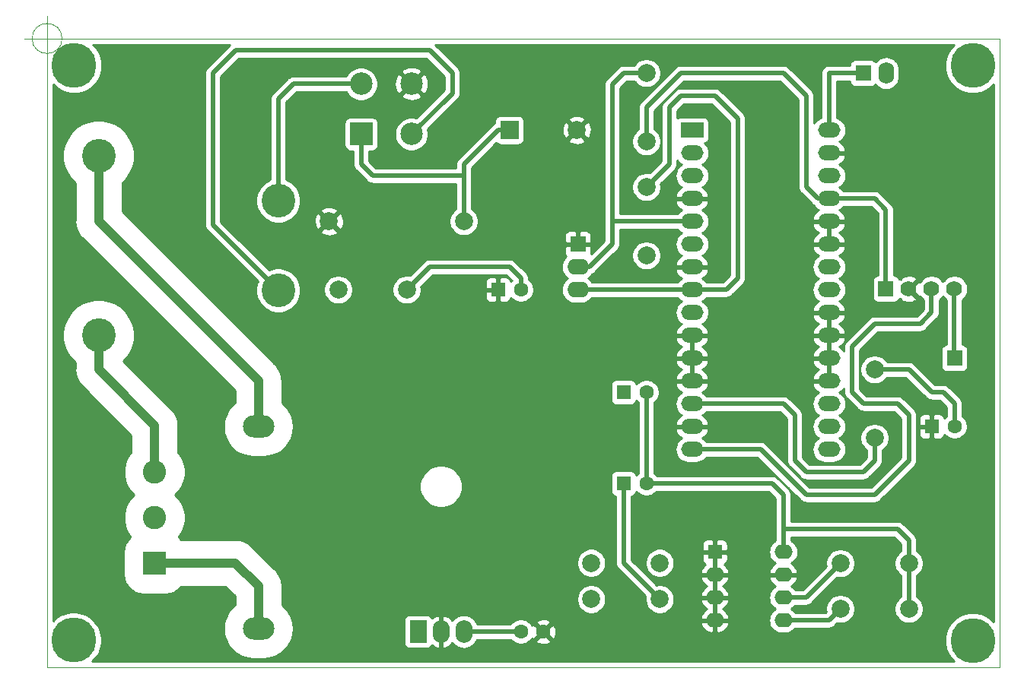
<source format=gbr>
%TF.GenerationSoftware,KiCad,Pcbnew,(5.1.8)-1*%
%TF.CreationDate,2021-03-14T10:01:34+01:00*%
%TF.ProjectId,Telerupteur_Emetteur_RF433_V2,54656c65-7275-4707-9465-75725f456d65,rev?*%
%TF.SameCoordinates,Original*%
%TF.FileFunction,Copper,L2,Bot*%
%TF.FilePolarity,Positive*%
%FSLAX46Y46*%
G04 Gerber Fmt 4.6, Leading zero omitted, Abs format (unit mm)*
G04 Created by KiCad (PCBNEW (5.1.8)-1) date 2021-03-14 10:01:34*
%MOMM*%
%LPD*%
G01*
G04 APERTURE LIST*
%TA.AperFunction,Profile*%
%ADD10C,0.050000*%
%TD*%
%TA.AperFunction,Profile*%
%ADD11C,0.100000*%
%TD*%
%TA.AperFunction,ComponentPad*%
%ADD12C,5.000000*%
%TD*%
%TA.AperFunction,ComponentPad*%
%ADD13R,2.000000X2.000000*%
%TD*%
%TA.AperFunction,ComponentPad*%
%ADD14C,2.000000*%
%TD*%
%TA.AperFunction,ComponentPad*%
%ADD15C,1.600000*%
%TD*%
%TA.AperFunction,ComponentPad*%
%ADD16R,1.600000X1.600000*%
%TD*%
%TA.AperFunction,ComponentPad*%
%ADD17O,3.500000X2.500000*%
%TD*%
%TA.AperFunction,ComponentPad*%
%ADD18R,1.760000X1.760000*%
%TD*%
%TA.AperFunction,ComponentPad*%
%ADD19O,1.760000X2.400000*%
%TD*%
%TA.AperFunction,ComponentPad*%
%ADD20O,2.400000X1.760000*%
%TD*%
%TA.AperFunction,ComponentPad*%
%ADD21C,3.750000*%
%TD*%
%TA.AperFunction,ComponentPad*%
%ADD22R,1.900000X2.500000*%
%TD*%
%TA.AperFunction,ComponentPad*%
%ADD23O,1.900000X2.500000*%
%TD*%
%TA.AperFunction,ComponentPad*%
%ADD24O,2.000000X1.600000*%
%TD*%
%TA.AperFunction,ComponentPad*%
%ADD25R,2.500000X1.700000*%
%TD*%
%TA.AperFunction,ComponentPad*%
%ADD26O,2.500000X1.700000*%
%TD*%
%TA.AperFunction,ComponentPad*%
%ADD27C,1.760000*%
%TD*%
%TA.AperFunction,ComponentPad*%
%ADD28R,2.600000X2.600000*%
%TD*%
%TA.AperFunction,ComponentPad*%
%ADD29C,2.600000*%
%TD*%
%TA.AperFunction,ComponentPad*%
%ADD30C,2.500000*%
%TD*%
%TA.AperFunction,ComponentPad*%
%ADD31R,2.500000X2.500000*%
%TD*%
%TA.AperFunction,Conductor*%
%ADD32C,0.500000*%
%TD*%
%TA.AperFunction,Conductor*%
%ADD33C,1.000000*%
%TD*%
%TA.AperFunction,Conductor*%
%ADD34C,0.254000*%
%TD*%
%TA.AperFunction,Conductor*%
%ADD35C,0.100000*%
%TD*%
G04 APERTURE END LIST*
D10*
X50666666Y-49950000D02*
G75*
G03*
X50666666Y-49950000I-1666666J0D01*
G01*
X46500000Y-49950000D02*
X51500000Y-49950000D01*
X49000000Y-47450000D02*
X49000000Y-52450000D01*
D11*
X49000000Y-49950000D02*
X155000000Y-49975000D01*
D10*
X49000000Y-120000000D02*
X155000000Y-120000000D01*
X155000000Y-49975000D02*
X155000000Y-120000000D01*
D11*
X49000000Y-49950000D02*
X49000000Y-120000000D01*
D12*
%TO.P,REF4,1*%
%TO.N,N/C*%
X152025000Y-117025000D03*
%TD*%
%TO.P,REF2,1*%
%TO.N,N/C*%
X152025000Y-52975000D03*
%TD*%
%TO.P,REF3,1*%
%TO.N,N/C*%
X51950000Y-116975000D03*
%TD*%
%TO.P,REF1,1*%
%TO.N,N/C*%
X52000000Y-52950000D03*
%TD*%
D13*
%TO.P,C1,1*%
%TO.N,Net-(C1-Pad1)*%
X100450000Y-60160000D03*
D14*
%TO.P,C1,2*%
%TO.N,GND*%
X107950000Y-60160000D03*
%TD*%
%TO.P,C2,1*%
%TO.N,Net-(C1-Pad1)*%
X95370000Y-70320000D03*
%TO.P,C2,2*%
%TO.N,GND*%
X80370000Y-70320000D03*
%TD*%
D15*
%TO.P,C3,1*%
%TO.N,+9V*%
X101720000Y-116040000D03*
%TO.P,C3,2*%
%TO.N,GND*%
X104220000Y-116040000D03*
%TD*%
%TO.P,D2,2*%
%TO.N,Net-(D2-Pad2)*%
X101720000Y-77940000D03*
D16*
%TO.P,D2,1*%
%TO.N,GND*%
X99180000Y-77940000D03*
%TD*%
%TO.P,D3,1*%
%TO.N,Net-(D3-Pad1)*%
X113150000Y-89370000D03*
D15*
%TO.P,D3,2*%
%TO.N,+5V*%
X115690000Y-89370000D03*
%TD*%
%TO.P,D4,2*%
%TO.N,+5V*%
X115690000Y-99530000D03*
D16*
%TO.P,D4,1*%
%TO.N,Net-(D4-Pad1)*%
X113150000Y-99530000D03*
%TD*%
%TO.P,D5,1*%
%TO.N,GND*%
X147440000Y-93180000D03*
D15*
%TO.P,D5,2*%
%TO.N,Net-(D5-Pad2)*%
X149980000Y-93180000D03*
%TD*%
D17*
%TO.P,F1,1*%
%TO.N,Net-(F1-Pad1)*%
X72510000Y-93180000D03*
%TO.P,F1,2*%
%TO.N,Net-(F1-Pad2)*%
X72510000Y-115680000D03*
%TD*%
D18*
%TO.P,J2,1*%
%TO.N,Net-(J2-Pad1)*%
X139820000Y-53810000D03*
D19*
%TO.P,J2,2*%
%TO.N,+9V*%
X142360000Y-53810000D03*
%TD*%
D18*
%TO.P,J3,1*%
%TO.N,Net-(J3-Pad1)*%
X149980000Y-85560000D03*
%TD*%
%TO.P,J4,1*%
%TO.N,GND*%
X108070000Y-72860000D03*
D20*
%TO.P,J4,2*%
%TO.N,Net-(J4-Pad2)*%
X108070000Y-75400000D03*
%TO.P,J4,3*%
%TO.N,Net-(J4-Pad3)*%
X108070000Y-77940000D03*
%TD*%
D14*
%TO.P,R1,1*%
%TO.N,+9V*%
X81400000Y-77940000D03*
%TO.P,R1,2*%
%TO.N,Net-(D2-Pad2)*%
X89020000Y-77940000D03*
%TD*%
%TO.P,R2,2*%
%TO.N,Net-(J4-Pad2)*%
X115690000Y-53810000D03*
%TO.P,R2,1*%
%TO.N,+5V*%
X115690000Y-61430000D03*
%TD*%
%TO.P,R3,1*%
%TO.N,Net-(R3-Pad1)*%
X109560000Y-108375000D03*
%TO.P,R3,2*%
%TO.N,Net-(D3-Pad1)*%
X117180000Y-108375000D03*
%TD*%
%TO.P,R4,2*%
%TO.N,+5V*%
X115690000Y-74130000D03*
%TO.P,R4,1*%
%TO.N,Net-(J4-Pad3)*%
X115690000Y-66510000D03*
%TD*%
%TO.P,R5,1*%
%TO.N,Net-(R5-Pad1)*%
X109560000Y-112425000D03*
%TO.P,R5,2*%
%TO.N,Net-(D4-Pad1)*%
X117180000Y-112425000D03*
%TD*%
%TO.P,R6,1*%
%TO.N,SCL*%
X137280000Y-108420000D03*
%TO.P,R6,2*%
%TO.N,+5V*%
X144900000Y-108420000D03*
%TD*%
%TO.P,R7,2*%
%TO.N,+5V*%
X144900000Y-113500000D03*
%TO.P,R7,1*%
%TO.N,SDA*%
X137280000Y-113500000D03*
%TD*%
%TO.P,R8,2*%
%TO.N,Net-(D5-Pad2)*%
X141090000Y-86830000D03*
%TO.P,R8,1*%
%TO.N,Net-(R8-Pad1)*%
X141090000Y-94450000D03*
%TD*%
D21*
%TO.P,TR1,1*%
%TO.N,Net-(J1-Pad3)*%
X54730000Y-83020000D03*
%TO.P,TR1,5*%
%TO.N,Net-(F1-Pad1)*%
X54730000Y-63020000D03*
%TO.P,TR1,7*%
%TO.N,Net-(D1-Pad4)*%
X74730000Y-68020000D03*
%TO.P,TR1,9*%
%TO.N,Net-(D1-Pad2)*%
X74730000Y-78020000D03*
%TD*%
D22*
%TO.P,U1,1*%
%TO.N,Net-(C1-Pad1)*%
X90290000Y-116040000D03*
D23*
%TO.P,U1,2*%
%TO.N,GND*%
X92830000Y-116040000D03*
%TO.P,U1,3*%
%TO.N,+9V*%
X95370000Y-116040000D03*
%TD*%
D16*
%TO.P,U2,1*%
%TO.N,GND*%
X123310000Y-107150000D03*
D24*
%TO.P,U2,5*%
%TO.N,SDA*%
X130930000Y-114770000D03*
%TO.P,U2,2*%
%TO.N,GND*%
X123310000Y-109690000D03*
%TO.P,U2,6*%
%TO.N,SCL*%
X130930000Y-112230000D03*
%TO.P,U2,3*%
%TO.N,GND*%
X123310000Y-112230000D03*
%TO.P,U2,7*%
X130930000Y-109690000D03*
%TO.P,U2,4*%
X123310000Y-114770000D03*
%TO.P,U2,8*%
%TO.N,+5V*%
X130930000Y-107150000D03*
%TD*%
D25*
%TO.P,U3,1*%
%TO.N,Net-(U3-Pad1)*%
X120770000Y-60160000D03*
D26*
%TO.P,U3,17*%
%TO.N,Net-(U3-Pad17)*%
X136010000Y-93180000D03*
%TO.P,U3,2*%
%TO.N,Net-(U3-Pad2)*%
X120770000Y-62700000D03*
%TO.P,U3,18*%
%TO.N,Net-(U3-Pad18)*%
X136010000Y-90640000D03*
%TO.P,U3,3*%
%TO.N,Net-(U3-Pad3)*%
X120770000Y-65240000D03*
%TO.P,U3,19*%
%TO.N,GND*%
X136010000Y-88100000D03*
%TO.P,U3,4*%
X120770000Y-67780000D03*
%TO.P,U3,20*%
X136010000Y-85560000D03*
%TO.P,U3,5*%
%TO.N,Net-(J4-Pad2)*%
X120770000Y-70320000D03*
%TO.P,U3,21*%
%TO.N,GND*%
X136010000Y-83020000D03*
%TO.P,U3,6*%
%TO.N,Net-(R3-Pad1)*%
X120770000Y-72860000D03*
%TO.P,U3,22*%
%TO.N,GND*%
X136010000Y-80480000D03*
%TO.P,U3,7*%
X120770000Y-75400000D03*
%TO.P,U3,23*%
%TO.N,SDA*%
X136010000Y-77940000D03*
%TO.P,U3,8*%
%TO.N,Net-(J4-Pad3)*%
X120770000Y-77940000D03*
%TO.P,U3,24*%
%TO.N,SCL*%
X136010000Y-75400000D03*
%TO.P,U3,9*%
%TO.N,Net-(R5-Pad1)*%
X120770000Y-80480000D03*
%TO.P,U3,25*%
%TO.N,GND*%
X136010000Y-72860000D03*
%TO.P,U3,10*%
X120770000Y-83020000D03*
%TO.P,U3,26*%
X136010000Y-70320000D03*
%TO.P,U3,11*%
X120770000Y-85560000D03*
%TO.P,U3,27*%
%TO.N,+5V*%
X136010000Y-67780000D03*
%TO.P,U3,12*%
%TO.N,GND*%
X120770000Y-88100000D03*
%TO.P,U3,28*%
%TO.N,Net-(U3-Pad28)*%
X136010000Y-65240000D03*
%TO.P,U3,13*%
%TO.N,Net-(R8-Pad1)*%
X120770000Y-90640000D03*
%TO.P,U3,29*%
%TO.N,GND*%
X136010000Y-62700000D03*
%TO.P,U3,14*%
X120770000Y-93180000D03*
%TO.P,U3,30*%
%TO.N,Net-(J2-Pad1)*%
X136010000Y-60160000D03*
%TO.P,U3,15*%
%TO.N,Data*%
X120770000Y-95720000D03*
%TO.P,U3,16*%
%TO.N,Net-(U3-Pad16)*%
X136010000Y-95720000D03*
%TD*%
D27*
%TO.P,U4,4*%
%TO.N,Net-(J3-Pad1)*%
X149970000Y-77850000D03*
%TO.P,U4,3*%
%TO.N,Data*%
X147430000Y-77850000D03*
%TO.P,U4,2*%
%TO.N,GND*%
X144890000Y-77850000D03*
D18*
%TO.P,U4,1*%
%TO.N,+5V*%
X142350000Y-77850000D03*
%TD*%
D28*
%TO.P,J1,1*%
%TO.N,Net-(F1-Pad2)*%
X60950000Y-108400000D03*
D29*
%TO.P,J1,2*%
%TO.N,Net-(J1-Pad2)*%
X60950000Y-103320000D03*
%TO.P,J1,3*%
%TO.N,Net-(J1-Pad3)*%
X60950000Y-98240000D03*
%TD*%
D30*
%TO.P,D1,3*%
%TO.N,GND*%
X89550000Y-55000000D03*
D31*
%TO.P,D1,1*%
%TO.N,Net-(C1-Pad1)*%
X83950000Y-60600000D03*
D30*
%TO.P,D1,2*%
%TO.N,Net-(D1-Pad2)*%
X89550000Y-60600000D03*
%TO.P,D1,4*%
%TO.N,Net-(D1-Pad4)*%
X83950000Y-55000000D03*
%TD*%
D32*
%TO.N,Net-(C1-Pad1)*%
X100450000Y-60160000D02*
X99180000Y-60160000D01*
X99180000Y-60160000D02*
X95370000Y-63970000D01*
X83950000Y-60600000D02*
X83950000Y-63980000D01*
X85210000Y-65240000D02*
X95370000Y-65240000D01*
X83950000Y-63980000D02*
X85210000Y-65240000D01*
X95370000Y-65240000D02*
X95370000Y-70320000D01*
X95370000Y-63970000D02*
X95370000Y-65240000D01*
%TO.N,+9V*%
X95370000Y-116040000D02*
X101720000Y-116040000D01*
%TO.N,Net-(D1-Pad4)*%
X74730000Y-68020000D02*
X74730000Y-56670000D01*
X76400000Y-55000000D02*
X83950000Y-55000000D01*
X74730000Y-56670000D02*
X76400000Y-55000000D01*
%TO.N,Net-(D1-Pad2)*%
X74730000Y-78020000D02*
X67430000Y-70720000D01*
X67430000Y-70720000D02*
X67430000Y-53810000D01*
X67430000Y-53810000D02*
X69970000Y-51270000D01*
X69970000Y-51270000D02*
X91560000Y-51270000D01*
X91560000Y-51270000D02*
X94100000Y-53810000D01*
X94100000Y-56050000D02*
X89550000Y-60600000D01*
X94100000Y-53810000D02*
X94100000Y-56050000D01*
%TO.N,Net-(D2-Pad2)*%
X89020000Y-77940000D02*
X91560000Y-75400000D01*
X91560000Y-75400000D02*
X100450000Y-75400000D01*
X100450000Y-75400000D02*
X101720000Y-76670000D01*
X101720000Y-76670000D02*
X101720000Y-77940000D01*
%TO.N,+5V*%
X144900000Y-108420000D02*
X144900000Y-113500000D01*
X142350000Y-69040000D02*
X142350000Y-77850000D01*
X141090000Y-67780000D02*
X142350000Y-69040000D01*
X136010000Y-67780000D02*
X141090000Y-67780000D01*
X115690000Y-99530000D02*
X129660000Y-99530000D01*
X129660000Y-99530000D02*
X130930000Y-100800000D01*
X130930000Y-104610000D02*
X143630000Y-104610000D01*
X130930000Y-100800000D02*
X130930000Y-104610000D01*
X130930000Y-104610000D02*
X130930000Y-107150000D01*
X143630000Y-104610000D02*
X144900000Y-105880000D01*
X144900000Y-105880000D02*
X144900000Y-108420000D01*
X115690000Y-89370000D02*
X115690000Y-99530000D01*
X133470000Y-66510000D02*
X134740000Y-67780000D01*
X133470000Y-56350000D02*
X133470000Y-66510000D01*
X134740000Y-67780000D02*
X136010000Y-67780000D01*
X130930000Y-53810000D02*
X133470000Y-56350000D01*
X119500000Y-53810000D02*
X130930000Y-53810000D01*
X115690000Y-57620000D02*
X119500000Y-53810000D01*
X115690000Y-61430000D02*
X115690000Y-57620000D01*
%TO.N,Net-(D4-Pad1)*%
X113150000Y-108395000D02*
X117180000Y-112425000D01*
X113150000Y-99530000D02*
X113150000Y-108395000D01*
%TO.N,Net-(D5-Pad2)*%
X141090000Y-86830000D02*
X144900000Y-86830000D01*
X144900000Y-86830000D02*
X147440000Y-89370000D01*
X147440000Y-89370000D02*
X148710000Y-89370000D01*
X149980000Y-90640000D02*
X149980000Y-93180000D01*
X148710000Y-89370000D02*
X149980000Y-90640000D01*
D33*
%TO.N,Net-(F1-Pad1)*%
X54730000Y-63020000D02*
X54730000Y-70320000D01*
X72510000Y-88100000D02*
X72510000Y-93180000D01*
X54730000Y-70320000D02*
X72510000Y-88100000D01*
%TO.N,Net-(F1-Pad2)*%
X60950000Y-108400000D02*
X69950000Y-108400000D01*
X69950000Y-108400000D02*
X72510000Y-110960000D01*
X72510000Y-110960000D02*
X72510000Y-115680000D01*
%TO.N,Net-(J1-Pad3)*%
X54730000Y-83020000D02*
X54730000Y-86830000D01*
X60950000Y-93050000D02*
X60950000Y-98240000D01*
X54730000Y-86830000D02*
X60950000Y-93050000D01*
D32*
%TO.N,Net-(J2-Pad1)*%
X139820000Y-53810000D02*
X136010000Y-53810000D01*
X136010000Y-53810000D02*
X136010000Y-55080000D01*
X136010000Y-55080000D02*
X136010000Y-60160000D01*
%TO.N,Net-(J3-Pad1)*%
X149970000Y-85550000D02*
X149980000Y-85560000D01*
X149970000Y-77850000D02*
X149970000Y-85550000D01*
%TO.N,Net-(J4-Pad2)*%
X113150000Y-53810000D02*
X115690000Y-53810000D01*
X111880000Y-55080000D02*
X113150000Y-53810000D01*
X109340000Y-75400000D02*
X111880000Y-72860000D01*
X108070000Y-75400000D02*
X109340000Y-75400000D01*
X120770000Y-70320000D02*
X111880000Y-70320000D01*
X111880000Y-70320000D02*
X111880000Y-55080000D01*
X111880000Y-72860000D02*
X111880000Y-70320000D01*
%TO.N,Net-(J4-Pad3)*%
X108070000Y-77940000D02*
X120770000Y-77940000D01*
X124580000Y-77940000D02*
X120770000Y-77940000D01*
X125850000Y-76670000D02*
X124580000Y-77940000D01*
X125850000Y-58890000D02*
X125850000Y-76670000D01*
X123310000Y-56350000D02*
X125850000Y-58890000D01*
X119500000Y-56350000D02*
X123310000Y-56350000D01*
X118230000Y-57620000D02*
X119500000Y-56350000D01*
X118230000Y-63970000D02*
X118230000Y-57620000D01*
X115690000Y-66510000D02*
X118230000Y-63970000D01*
%TO.N,SCL*%
X133470000Y-112230000D02*
X137280000Y-108420000D01*
X130930000Y-112230000D02*
X133470000Y-112230000D01*
%TO.N,SDA*%
X136010000Y-114770000D02*
X137280000Y-113500000D01*
X130930000Y-114770000D02*
X136010000Y-114770000D01*
%TO.N,Net-(R8-Pad1)*%
X139820000Y-98260000D02*
X141090000Y-96990000D01*
X141090000Y-96990000D02*
X141090000Y-94450000D01*
X133470000Y-98260000D02*
X139820000Y-98260000D01*
X132200000Y-96990000D02*
X133470000Y-98260000D01*
X132200000Y-91910000D02*
X132200000Y-96990000D01*
X130930000Y-90640000D02*
X132200000Y-91910000D01*
X120770000Y-90640000D02*
X130930000Y-90640000D01*
%TO.N,Data*%
X120770000Y-95720000D02*
X128390000Y-95720000D01*
X128390000Y-95720000D02*
X133470000Y-100800000D01*
X133470000Y-100800000D02*
X141090000Y-100800000D01*
X141090000Y-100800000D02*
X144900000Y-96990000D01*
X144900000Y-96990000D02*
X144900000Y-91910000D01*
X144900000Y-91910000D02*
X143630000Y-90640000D01*
X143630000Y-90640000D02*
X139820000Y-90640000D01*
X139820000Y-90640000D02*
X138550000Y-89370000D01*
X138550000Y-89370000D02*
X138550000Y-84290000D01*
X138550000Y-84290000D02*
X141090000Y-81750000D01*
X141090000Y-81750000D02*
X146170000Y-81750000D01*
X147430000Y-80490000D02*
X147430000Y-77850000D01*
X146170000Y-81750000D02*
X147430000Y-80490000D01*
%TD*%
D34*
%TO.N,GND*%
X69342871Y-50639798D02*
X69341183Y-50641183D01*
X69313470Y-50674951D01*
X66834951Y-53153471D01*
X66801184Y-53181183D01*
X66773471Y-53214951D01*
X66773468Y-53214954D01*
X66690590Y-53315941D01*
X66608412Y-53469687D01*
X66557805Y-53636510D01*
X66540719Y-53810000D01*
X66545001Y-53853479D01*
X66545000Y-70676531D01*
X66540719Y-70720000D01*
X66545000Y-70763469D01*
X66545000Y-70763476D01*
X66557805Y-70893489D01*
X66608411Y-71060312D01*
X66690589Y-71214058D01*
X66801183Y-71348817D01*
X66834956Y-71376534D01*
X72442350Y-76983929D01*
X72316458Y-77287860D01*
X72220000Y-77772787D01*
X72220000Y-78267213D01*
X72316458Y-78752140D01*
X72505667Y-79208931D01*
X72780356Y-79620032D01*
X73129968Y-79969644D01*
X73541069Y-80244333D01*
X73997860Y-80433542D01*
X74482787Y-80530000D01*
X74977213Y-80530000D01*
X75462140Y-80433542D01*
X75918931Y-80244333D01*
X76330032Y-79969644D01*
X76679644Y-79620032D01*
X76954333Y-79208931D01*
X77143542Y-78752140D01*
X77240000Y-78267213D01*
X77240000Y-77778967D01*
X79765000Y-77778967D01*
X79765000Y-78101033D01*
X79827832Y-78416912D01*
X79951082Y-78714463D01*
X80130013Y-78982252D01*
X80357748Y-79209987D01*
X80625537Y-79388918D01*
X80923088Y-79512168D01*
X81238967Y-79575000D01*
X81561033Y-79575000D01*
X81876912Y-79512168D01*
X82174463Y-79388918D01*
X82442252Y-79209987D01*
X82669987Y-78982252D01*
X82848918Y-78714463D01*
X82972168Y-78416912D01*
X83035000Y-78101033D01*
X83035000Y-77778967D01*
X87385000Y-77778967D01*
X87385000Y-78101033D01*
X87447832Y-78416912D01*
X87571082Y-78714463D01*
X87750013Y-78982252D01*
X87977748Y-79209987D01*
X88245537Y-79388918D01*
X88543088Y-79512168D01*
X88858967Y-79575000D01*
X89181033Y-79575000D01*
X89496912Y-79512168D01*
X89794463Y-79388918D01*
X90062252Y-79209987D01*
X90289987Y-78982252D01*
X90451854Y-78740000D01*
X97741928Y-78740000D01*
X97754188Y-78864482D01*
X97790498Y-78984180D01*
X97849463Y-79094494D01*
X97928815Y-79191185D01*
X98025506Y-79270537D01*
X98135820Y-79329502D01*
X98255518Y-79365812D01*
X98380000Y-79378072D01*
X98894250Y-79375000D01*
X99053000Y-79216250D01*
X99053000Y-78067000D01*
X97903750Y-78067000D01*
X97745000Y-78225750D01*
X97741928Y-78740000D01*
X90451854Y-78740000D01*
X90468918Y-78714463D01*
X90592168Y-78416912D01*
X90655000Y-78101033D01*
X90655000Y-77778967D01*
X90618103Y-77593475D01*
X91071578Y-77140000D01*
X97741928Y-77140000D01*
X97745000Y-77654250D01*
X97903750Y-77813000D01*
X99053000Y-77813000D01*
X99053000Y-76663750D01*
X98894250Y-76505000D01*
X98380000Y-76501928D01*
X98255518Y-76514188D01*
X98135820Y-76550498D01*
X98025506Y-76609463D01*
X97928815Y-76688815D01*
X97849463Y-76785506D01*
X97790498Y-76895820D01*
X97754188Y-77015518D01*
X97741928Y-77140000D01*
X91071578Y-77140000D01*
X91926579Y-76285000D01*
X100083422Y-76285000D01*
X100714513Y-76916091D01*
X100606643Y-77023961D01*
X100605812Y-77015518D01*
X100569502Y-76895820D01*
X100510537Y-76785506D01*
X100431185Y-76688815D01*
X100334494Y-76609463D01*
X100224180Y-76550498D01*
X100104482Y-76514188D01*
X99980000Y-76501928D01*
X99465750Y-76505000D01*
X99307000Y-76663750D01*
X99307000Y-77813000D01*
X99327000Y-77813000D01*
X99327000Y-78067000D01*
X99307000Y-78067000D01*
X99307000Y-79216250D01*
X99465750Y-79375000D01*
X99980000Y-79378072D01*
X100104482Y-79365812D01*
X100224180Y-79329502D01*
X100334494Y-79270537D01*
X100431185Y-79191185D01*
X100510537Y-79094494D01*
X100569502Y-78984180D01*
X100605812Y-78864482D01*
X100606643Y-78856039D01*
X100805241Y-79054637D01*
X101040273Y-79211680D01*
X101301426Y-79319853D01*
X101578665Y-79375000D01*
X101861335Y-79375000D01*
X102138574Y-79319853D01*
X102399727Y-79211680D01*
X102634759Y-79054637D01*
X102834637Y-78854759D01*
X102991680Y-78619727D01*
X103099853Y-78358574D01*
X103155000Y-78081335D01*
X103155000Y-77798665D01*
X103099853Y-77521426D01*
X102991680Y-77260273D01*
X102834637Y-77025241D01*
X102634759Y-76825363D01*
X102605000Y-76805479D01*
X102605000Y-76713465D01*
X102609281Y-76669999D01*
X102605000Y-76626533D01*
X102605000Y-76626523D01*
X102592195Y-76496510D01*
X102541589Y-76329687D01*
X102459411Y-76175941D01*
X102348817Y-76041183D01*
X102315050Y-76013471D01*
X101701579Y-75400000D01*
X106227670Y-75400000D01*
X106256921Y-75696992D01*
X106343550Y-75982570D01*
X106484229Y-76245761D01*
X106673550Y-76476450D01*
X106904239Y-76665771D01*
X106912151Y-76670000D01*
X106904239Y-76674229D01*
X106673550Y-76863550D01*
X106484229Y-77094239D01*
X106343550Y-77357430D01*
X106256921Y-77643008D01*
X106227670Y-77940000D01*
X106256921Y-78236992D01*
X106343550Y-78522570D01*
X106484229Y-78785761D01*
X106673550Y-79016450D01*
X106904239Y-79205771D01*
X107167430Y-79346450D01*
X107453008Y-79433079D01*
X107675577Y-79455000D01*
X108464423Y-79455000D01*
X108686992Y-79433079D01*
X108972570Y-79346450D01*
X109235761Y-79205771D01*
X109466450Y-79016450D01*
X109623568Y-78825000D01*
X119175241Y-78825000D01*
X119314866Y-78995134D01*
X119540986Y-79180706D01*
X119595791Y-79210000D01*
X119540986Y-79239294D01*
X119314866Y-79424866D01*
X119129294Y-79650986D01*
X118991401Y-79908966D01*
X118906487Y-80188889D01*
X118877815Y-80480000D01*
X118906487Y-80771111D01*
X118991401Y-81051034D01*
X119129294Y-81309014D01*
X119314866Y-81535134D01*
X119540986Y-81720706D01*
X119599337Y-81751895D01*
X119439381Y-81855824D01*
X119230143Y-82059748D01*
X119064709Y-82300574D01*
X118949437Y-82569047D01*
X118928524Y-82663110D01*
X119049845Y-82893000D01*
X120643000Y-82893000D01*
X120643000Y-82873000D01*
X120897000Y-82873000D01*
X120897000Y-82893000D01*
X122490155Y-82893000D01*
X122611476Y-82663110D01*
X122590563Y-82569047D01*
X122475291Y-82300574D01*
X122309857Y-82059748D01*
X122100619Y-81855824D01*
X121940663Y-81751895D01*
X121999014Y-81720706D01*
X122225134Y-81535134D01*
X122410706Y-81309014D01*
X122548599Y-81051034D01*
X122613559Y-80836890D01*
X134168524Y-80836890D01*
X134189437Y-80930953D01*
X134304709Y-81199426D01*
X134470143Y-81440252D01*
X134679381Y-81644176D01*
X134842254Y-81750000D01*
X134679381Y-81855824D01*
X134470143Y-82059748D01*
X134304709Y-82300574D01*
X134189437Y-82569047D01*
X134168524Y-82663110D01*
X134289845Y-82893000D01*
X135883000Y-82893000D01*
X135883000Y-80607000D01*
X136137000Y-80607000D01*
X136137000Y-82893000D01*
X137730155Y-82893000D01*
X137851476Y-82663110D01*
X137830563Y-82569047D01*
X137715291Y-82300574D01*
X137549857Y-82059748D01*
X137340619Y-81855824D01*
X137177746Y-81750000D01*
X137340619Y-81644176D01*
X137549857Y-81440252D01*
X137715291Y-81199426D01*
X137830563Y-80930953D01*
X137851476Y-80836890D01*
X137730155Y-80607000D01*
X136137000Y-80607000D01*
X135883000Y-80607000D01*
X134289845Y-80607000D01*
X134168524Y-80836890D01*
X122613559Y-80836890D01*
X122633513Y-80771111D01*
X122662185Y-80480000D01*
X122633513Y-80188889D01*
X122548599Y-79908966D01*
X122410706Y-79650986D01*
X122225134Y-79424866D01*
X121999014Y-79239294D01*
X121944209Y-79210000D01*
X121999014Y-79180706D01*
X122225134Y-78995134D01*
X122364759Y-78825000D01*
X124536531Y-78825000D01*
X124580000Y-78829281D01*
X124623469Y-78825000D01*
X124623477Y-78825000D01*
X124753490Y-78812195D01*
X124920313Y-78761589D01*
X125074059Y-78679411D01*
X125208817Y-78568817D01*
X125236534Y-78535044D01*
X126445049Y-77326530D01*
X126478817Y-77298817D01*
X126589411Y-77164059D01*
X126671589Y-77010313D01*
X126722195Y-76843490D01*
X126735000Y-76713477D01*
X126735000Y-76713467D01*
X126739281Y-76670001D01*
X126735000Y-76626535D01*
X126735000Y-75400000D01*
X134117815Y-75400000D01*
X134146487Y-75691111D01*
X134231401Y-75971034D01*
X134369294Y-76229014D01*
X134554866Y-76455134D01*
X134780986Y-76640706D01*
X134835791Y-76670000D01*
X134780986Y-76699294D01*
X134554866Y-76884866D01*
X134369294Y-77110986D01*
X134231401Y-77368966D01*
X134146487Y-77648889D01*
X134117815Y-77940000D01*
X134146487Y-78231111D01*
X134231401Y-78511034D01*
X134369294Y-78769014D01*
X134554866Y-78995134D01*
X134780986Y-79180706D01*
X134839337Y-79211895D01*
X134679381Y-79315824D01*
X134470143Y-79519748D01*
X134304709Y-79760574D01*
X134189437Y-80029047D01*
X134168524Y-80123110D01*
X134289845Y-80353000D01*
X135883000Y-80353000D01*
X135883000Y-80333000D01*
X136137000Y-80333000D01*
X136137000Y-80353000D01*
X137730155Y-80353000D01*
X137851476Y-80123110D01*
X137830563Y-80029047D01*
X137715291Y-79760574D01*
X137549857Y-79519748D01*
X137340619Y-79315824D01*
X137180663Y-79211895D01*
X137239014Y-79180706D01*
X137465134Y-78995134D01*
X137650706Y-78769014D01*
X137788599Y-78511034D01*
X137873513Y-78231111D01*
X137902185Y-77940000D01*
X137873513Y-77648889D01*
X137788599Y-77368966D01*
X137650706Y-77110986D01*
X137465134Y-76884866D01*
X137239014Y-76699294D01*
X137184209Y-76670000D01*
X137239014Y-76640706D01*
X137465134Y-76455134D01*
X137650706Y-76229014D01*
X137788599Y-75971034D01*
X137873513Y-75691111D01*
X137902185Y-75400000D01*
X137873513Y-75108889D01*
X137788599Y-74828966D01*
X137650706Y-74570986D01*
X137465134Y-74344866D01*
X137239014Y-74159294D01*
X137180663Y-74128105D01*
X137340619Y-74024176D01*
X137549857Y-73820252D01*
X137715291Y-73579426D01*
X137830563Y-73310953D01*
X137851476Y-73216890D01*
X137730155Y-72987000D01*
X136137000Y-72987000D01*
X136137000Y-73007000D01*
X135883000Y-73007000D01*
X135883000Y-72987000D01*
X134289845Y-72987000D01*
X134168524Y-73216890D01*
X134189437Y-73310953D01*
X134304709Y-73579426D01*
X134470143Y-73820252D01*
X134679381Y-74024176D01*
X134839337Y-74128105D01*
X134780986Y-74159294D01*
X134554866Y-74344866D01*
X134369294Y-74570986D01*
X134231401Y-74828966D01*
X134146487Y-75108889D01*
X134117815Y-75400000D01*
X126735000Y-75400000D01*
X126735000Y-70676890D01*
X134168524Y-70676890D01*
X134189437Y-70770953D01*
X134304709Y-71039426D01*
X134470143Y-71280252D01*
X134679381Y-71484176D01*
X134842254Y-71590000D01*
X134679381Y-71695824D01*
X134470143Y-71899748D01*
X134304709Y-72140574D01*
X134189437Y-72409047D01*
X134168524Y-72503110D01*
X134289845Y-72733000D01*
X135883000Y-72733000D01*
X135883000Y-70447000D01*
X136137000Y-70447000D01*
X136137000Y-72733000D01*
X137730155Y-72733000D01*
X137851476Y-72503110D01*
X137830563Y-72409047D01*
X137715291Y-72140574D01*
X137549857Y-71899748D01*
X137340619Y-71695824D01*
X137177746Y-71590000D01*
X137340619Y-71484176D01*
X137549857Y-71280252D01*
X137715291Y-71039426D01*
X137830563Y-70770953D01*
X137851476Y-70676890D01*
X137730155Y-70447000D01*
X136137000Y-70447000D01*
X135883000Y-70447000D01*
X134289845Y-70447000D01*
X134168524Y-70676890D01*
X126735000Y-70676890D01*
X126735000Y-58933465D01*
X126739281Y-58889999D01*
X126735000Y-58846533D01*
X126735000Y-58846523D01*
X126722195Y-58716510D01*
X126671589Y-58549687D01*
X126589411Y-58395941D01*
X126478817Y-58261183D01*
X126445050Y-58233471D01*
X123966534Y-55754956D01*
X123938817Y-55721183D01*
X123804059Y-55610589D01*
X123650313Y-55528411D01*
X123483490Y-55477805D01*
X123353477Y-55465000D01*
X123353469Y-55465000D01*
X123310000Y-55460719D01*
X123266531Y-55465000D01*
X119543465Y-55465000D01*
X119499999Y-55460719D01*
X119456533Y-55465000D01*
X119456523Y-55465000D01*
X119326510Y-55477805D01*
X119159687Y-55528411D01*
X119005941Y-55610589D01*
X119005939Y-55610590D01*
X119005940Y-55610590D01*
X118904953Y-55693468D01*
X118904951Y-55693470D01*
X118871183Y-55721183D01*
X118843470Y-55754951D01*
X117634951Y-56963471D01*
X117601184Y-56991183D01*
X117573471Y-57024951D01*
X117573468Y-57024954D01*
X117490590Y-57125941D01*
X117408412Y-57279687D01*
X117357805Y-57446510D01*
X117340719Y-57620000D01*
X117345001Y-57663479D01*
X117345000Y-63603421D01*
X116036525Y-64911897D01*
X115851033Y-64875000D01*
X115528967Y-64875000D01*
X115213088Y-64937832D01*
X114915537Y-65061082D01*
X114647748Y-65240013D01*
X114420013Y-65467748D01*
X114241082Y-65735537D01*
X114117832Y-66033088D01*
X114055000Y-66348967D01*
X114055000Y-66671033D01*
X114117832Y-66986912D01*
X114241082Y-67284463D01*
X114420013Y-67552252D01*
X114647748Y-67779987D01*
X114915537Y-67958918D01*
X115213088Y-68082168D01*
X115528967Y-68145000D01*
X115851033Y-68145000D01*
X116166912Y-68082168D01*
X116464463Y-67958918D01*
X116732252Y-67779987D01*
X116959987Y-67552252D01*
X117138918Y-67284463D01*
X117262168Y-66986912D01*
X117325000Y-66671033D01*
X117325000Y-66348967D01*
X117288103Y-66163475D01*
X118825050Y-64626529D01*
X118858817Y-64598817D01*
X118969411Y-64464059D01*
X119051589Y-64310313D01*
X119102195Y-64143490D01*
X119115000Y-64013477D01*
X119115000Y-64013467D01*
X119119281Y-63970001D01*
X119115000Y-63926535D01*
X119115000Y-63502272D01*
X119129294Y-63529014D01*
X119314866Y-63755134D01*
X119540986Y-63940706D01*
X119595791Y-63970000D01*
X119540986Y-63999294D01*
X119314866Y-64184866D01*
X119129294Y-64410986D01*
X118991401Y-64668966D01*
X118906487Y-64948889D01*
X118877815Y-65240000D01*
X118906487Y-65531111D01*
X118991401Y-65811034D01*
X119129294Y-66069014D01*
X119314866Y-66295134D01*
X119540986Y-66480706D01*
X119599337Y-66511895D01*
X119439381Y-66615824D01*
X119230143Y-66819748D01*
X119064709Y-67060574D01*
X118949437Y-67329047D01*
X118928524Y-67423110D01*
X119049845Y-67653000D01*
X120643000Y-67653000D01*
X120643000Y-67633000D01*
X120897000Y-67633000D01*
X120897000Y-67653000D01*
X122490155Y-67653000D01*
X122611476Y-67423110D01*
X122590563Y-67329047D01*
X122475291Y-67060574D01*
X122309857Y-66819748D01*
X122100619Y-66615824D01*
X121940663Y-66511895D01*
X121999014Y-66480706D01*
X122225134Y-66295134D01*
X122410706Y-66069014D01*
X122548599Y-65811034D01*
X122633513Y-65531111D01*
X122662185Y-65240000D01*
X122633513Y-64948889D01*
X122548599Y-64668966D01*
X122410706Y-64410986D01*
X122225134Y-64184866D01*
X121999014Y-63999294D01*
X121944209Y-63970000D01*
X121999014Y-63940706D01*
X122225134Y-63755134D01*
X122410706Y-63529014D01*
X122548599Y-63271034D01*
X122633513Y-62991111D01*
X122662185Y-62700000D01*
X122633513Y-62408889D01*
X122548599Y-62128966D01*
X122410706Y-61870986D01*
X122225134Y-61644866D01*
X122195313Y-61620393D01*
X122264180Y-61599502D01*
X122374494Y-61540537D01*
X122471185Y-61461185D01*
X122550537Y-61364494D01*
X122609502Y-61254180D01*
X122645812Y-61134482D01*
X122658072Y-61010000D01*
X122658072Y-59310000D01*
X122645812Y-59185518D01*
X122609502Y-59065820D01*
X122550537Y-58955506D01*
X122471185Y-58858815D01*
X122374494Y-58779463D01*
X122264180Y-58720498D01*
X122144482Y-58684188D01*
X122020000Y-58671928D01*
X119520000Y-58671928D01*
X119395518Y-58684188D01*
X119275820Y-58720498D01*
X119165506Y-58779463D01*
X119115000Y-58820912D01*
X119115000Y-57986578D01*
X119866579Y-57235000D01*
X122943422Y-57235000D01*
X124965000Y-59256579D01*
X124965001Y-76303420D01*
X124213422Y-77055000D01*
X122364759Y-77055000D01*
X122225134Y-76884866D01*
X121999014Y-76699294D01*
X121940663Y-76668105D01*
X122100619Y-76564176D01*
X122309857Y-76360252D01*
X122475291Y-76119426D01*
X122590563Y-75850953D01*
X122611476Y-75756890D01*
X122490155Y-75527000D01*
X120897000Y-75527000D01*
X120897000Y-75547000D01*
X120643000Y-75547000D01*
X120643000Y-75527000D01*
X119049845Y-75527000D01*
X118928524Y-75756890D01*
X118949437Y-75850953D01*
X119064709Y-76119426D01*
X119230143Y-76360252D01*
X119439381Y-76564176D01*
X119599337Y-76668105D01*
X119540986Y-76699294D01*
X119314866Y-76884866D01*
X119175241Y-77055000D01*
X109623568Y-77055000D01*
X109466450Y-76863550D01*
X109235761Y-76674229D01*
X109227849Y-76670000D01*
X109235761Y-76665771D01*
X109466450Y-76476450D01*
X109655771Y-76245761D01*
X109666442Y-76225797D01*
X109680313Y-76221589D01*
X109834059Y-76139411D01*
X109968817Y-76028817D01*
X109996534Y-75995044D01*
X112022611Y-73968967D01*
X114055000Y-73968967D01*
X114055000Y-74291033D01*
X114117832Y-74606912D01*
X114241082Y-74904463D01*
X114420013Y-75172252D01*
X114647748Y-75399987D01*
X114915537Y-75578918D01*
X115213088Y-75702168D01*
X115528967Y-75765000D01*
X115851033Y-75765000D01*
X116166912Y-75702168D01*
X116464463Y-75578918D01*
X116732252Y-75399987D01*
X116959987Y-75172252D01*
X117138918Y-74904463D01*
X117262168Y-74606912D01*
X117325000Y-74291033D01*
X117325000Y-73968967D01*
X117262168Y-73653088D01*
X117138918Y-73355537D01*
X116959987Y-73087748D01*
X116732252Y-72860013D01*
X116464463Y-72681082D01*
X116166912Y-72557832D01*
X115851033Y-72495000D01*
X115528967Y-72495000D01*
X115213088Y-72557832D01*
X114915537Y-72681082D01*
X114647748Y-72860013D01*
X114420013Y-73087748D01*
X114241082Y-73355537D01*
X114117832Y-73653088D01*
X114055000Y-73968967D01*
X112022611Y-73968967D01*
X112475050Y-73516529D01*
X112508817Y-73488817D01*
X112619411Y-73354059D01*
X112701589Y-73200313D01*
X112752195Y-73033490D01*
X112765000Y-72903477D01*
X112765000Y-72903467D01*
X112769281Y-72860001D01*
X112765000Y-72816535D01*
X112765000Y-71205000D01*
X119175241Y-71205000D01*
X119314866Y-71375134D01*
X119540986Y-71560706D01*
X119595791Y-71590000D01*
X119540986Y-71619294D01*
X119314866Y-71804866D01*
X119129294Y-72030986D01*
X118991401Y-72288966D01*
X118906487Y-72568889D01*
X118877815Y-72860000D01*
X118906487Y-73151111D01*
X118991401Y-73431034D01*
X119129294Y-73689014D01*
X119314866Y-73915134D01*
X119540986Y-74100706D01*
X119599337Y-74131895D01*
X119439381Y-74235824D01*
X119230143Y-74439748D01*
X119064709Y-74680574D01*
X118949437Y-74949047D01*
X118928524Y-75043110D01*
X119049845Y-75273000D01*
X120643000Y-75273000D01*
X120643000Y-75253000D01*
X120897000Y-75253000D01*
X120897000Y-75273000D01*
X122490155Y-75273000D01*
X122611476Y-75043110D01*
X122590563Y-74949047D01*
X122475291Y-74680574D01*
X122309857Y-74439748D01*
X122100619Y-74235824D01*
X121940663Y-74131895D01*
X121999014Y-74100706D01*
X122225134Y-73915134D01*
X122410706Y-73689014D01*
X122548599Y-73431034D01*
X122633513Y-73151111D01*
X122662185Y-72860000D01*
X122633513Y-72568889D01*
X122548599Y-72288966D01*
X122410706Y-72030986D01*
X122225134Y-71804866D01*
X121999014Y-71619294D01*
X121944209Y-71590000D01*
X121999014Y-71560706D01*
X122225134Y-71375134D01*
X122410706Y-71149014D01*
X122548599Y-70891034D01*
X122633513Y-70611111D01*
X122662185Y-70320000D01*
X122633513Y-70028889D01*
X122548599Y-69748966D01*
X122410706Y-69490986D01*
X122225134Y-69264866D01*
X121999014Y-69079294D01*
X121940663Y-69048105D01*
X122100619Y-68944176D01*
X122309857Y-68740252D01*
X122475291Y-68499426D01*
X122590563Y-68230953D01*
X122611476Y-68136890D01*
X122490155Y-67907000D01*
X120897000Y-67907000D01*
X120897000Y-67927000D01*
X120643000Y-67927000D01*
X120643000Y-67907000D01*
X119049845Y-67907000D01*
X118928524Y-68136890D01*
X118949437Y-68230953D01*
X119064709Y-68499426D01*
X119230143Y-68740252D01*
X119439381Y-68944176D01*
X119599337Y-69048105D01*
X119540986Y-69079294D01*
X119314866Y-69264866D01*
X119175241Y-69435000D01*
X112765000Y-69435000D01*
X112765000Y-61268967D01*
X114055000Y-61268967D01*
X114055000Y-61591033D01*
X114117832Y-61906912D01*
X114241082Y-62204463D01*
X114420013Y-62472252D01*
X114647748Y-62699987D01*
X114915537Y-62878918D01*
X115213088Y-63002168D01*
X115528967Y-63065000D01*
X115851033Y-63065000D01*
X116166912Y-63002168D01*
X116464463Y-62878918D01*
X116732252Y-62699987D01*
X116959987Y-62472252D01*
X117138918Y-62204463D01*
X117262168Y-61906912D01*
X117325000Y-61591033D01*
X117325000Y-61268967D01*
X117262168Y-60953088D01*
X117138918Y-60655537D01*
X116959987Y-60387748D01*
X116732252Y-60160013D01*
X116575000Y-60054941D01*
X116575000Y-57986578D01*
X119866579Y-54695000D01*
X130563422Y-54695000D01*
X132585000Y-56716579D01*
X132585001Y-66466521D01*
X132580719Y-66510000D01*
X132597805Y-66683490D01*
X132648412Y-66850313D01*
X132730590Y-67004059D01*
X132813468Y-67105046D01*
X132813471Y-67105049D01*
X132841184Y-67138817D01*
X132874951Y-67166529D01*
X134083470Y-68375049D01*
X134111183Y-68408817D01*
X134144951Y-68436530D01*
X134144953Y-68436532D01*
X134216452Y-68495210D01*
X134245941Y-68519411D01*
X134351582Y-68575876D01*
X134369294Y-68609014D01*
X134554866Y-68835134D01*
X134780986Y-69020706D01*
X134839337Y-69051895D01*
X134679381Y-69155824D01*
X134470143Y-69359748D01*
X134304709Y-69600574D01*
X134189437Y-69869047D01*
X134168524Y-69963110D01*
X134289845Y-70193000D01*
X135883000Y-70193000D01*
X135883000Y-70173000D01*
X136137000Y-70173000D01*
X136137000Y-70193000D01*
X137730155Y-70193000D01*
X137851476Y-69963110D01*
X137830563Y-69869047D01*
X137715291Y-69600574D01*
X137549857Y-69359748D01*
X137340619Y-69155824D01*
X137180663Y-69051895D01*
X137239014Y-69020706D01*
X137465134Y-68835134D01*
X137604759Y-68665000D01*
X140723422Y-68665000D01*
X141465000Y-69406579D01*
X141465001Y-76332420D01*
X141345518Y-76344188D01*
X141225820Y-76380498D01*
X141115506Y-76439463D01*
X141018815Y-76518815D01*
X140939463Y-76615506D01*
X140880498Y-76725820D01*
X140844188Y-76845518D01*
X140831928Y-76970000D01*
X140831928Y-78730000D01*
X140844188Y-78854482D01*
X140880498Y-78974180D01*
X140939463Y-79084494D01*
X141018815Y-79181185D01*
X141115506Y-79260537D01*
X141225820Y-79319502D01*
X141345518Y-79355812D01*
X141470000Y-79368072D01*
X143230000Y-79368072D01*
X143354482Y-79355812D01*
X143474180Y-79319502D01*
X143584494Y-79260537D01*
X143681185Y-79181185D01*
X143760537Y-79084494D01*
X143819502Y-78974180D01*
X143829428Y-78941460D01*
X143903788Y-79015820D01*
X144019798Y-78899810D01*
X144101061Y-79151946D01*
X144370218Y-79280844D01*
X144659350Y-79354755D01*
X144957345Y-79370840D01*
X145252752Y-79328479D01*
X145534219Y-79229302D01*
X145678939Y-79151946D01*
X145760203Y-78899808D01*
X144890000Y-78029605D01*
X144875858Y-78043748D01*
X144696253Y-77864143D01*
X144710395Y-77850000D01*
X144696253Y-77835858D01*
X144875858Y-77656253D01*
X144890000Y-77670395D01*
X145760203Y-76800192D01*
X145678939Y-76548054D01*
X145409782Y-76419156D01*
X145120650Y-76345245D01*
X144822655Y-76329160D01*
X144527248Y-76371521D01*
X144245781Y-76470698D01*
X144101061Y-76548054D01*
X144019798Y-76800190D01*
X143903788Y-76684180D01*
X143829428Y-76758540D01*
X143819502Y-76725820D01*
X143760537Y-76615506D01*
X143681185Y-76518815D01*
X143584494Y-76439463D01*
X143474180Y-76380498D01*
X143354482Y-76344188D01*
X143235000Y-76332420D01*
X143235000Y-69083466D01*
X143239281Y-69039999D01*
X143235000Y-68996533D01*
X143235000Y-68996523D01*
X143222195Y-68866510D01*
X143171589Y-68699687D01*
X143089411Y-68545941D01*
X142978817Y-68411183D01*
X142945050Y-68383471D01*
X141746534Y-67184956D01*
X141718817Y-67151183D01*
X141584059Y-67040589D01*
X141430313Y-66958411D01*
X141263490Y-66907805D01*
X141133477Y-66895000D01*
X141133469Y-66895000D01*
X141090000Y-66890719D01*
X141046531Y-66895000D01*
X137604759Y-66895000D01*
X137465134Y-66724866D01*
X137239014Y-66539294D01*
X137184209Y-66510000D01*
X137239014Y-66480706D01*
X137465134Y-66295134D01*
X137650706Y-66069014D01*
X137788599Y-65811034D01*
X137873513Y-65531111D01*
X137902185Y-65240000D01*
X137873513Y-64948889D01*
X137788599Y-64668966D01*
X137650706Y-64410986D01*
X137465134Y-64184866D01*
X137239014Y-63999294D01*
X137180663Y-63968105D01*
X137340619Y-63864176D01*
X137549857Y-63660252D01*
X137715291Y-63419426D01*
X137830563Y-63150953D01*
X137851476Y-63056890D01*
X137730155Y-62827000D01*
X136137000Y-62827000D01*
X136137000Y-62847000D01*
X135883000Y-62847000D01*
X135883000Y-62827000D01*
X135863000Y-62827000D01*
X135863000Y-62573000D01*
X135883000Y-62573000D01*
X135883000Y-62553000D01*
X136137000Y-62553000D01*
X136137000Y-62573000D01*
X137730155Y-62573000D01*
X137851476Y-62343110D01*
X137830563Y-62249047D01*
X137715291Y-61980574D01*
X137549857Y-61739748D01*
X137340619Y-61535824D01*
X137180663Y-61431895D01*
X137239014Y-61400706D01*
X137465134Y-61215134D01*
X137650706Y-60989014D01*
X137788599Y-60731034D01*
X137873513Y-60451111D01*
X137902185Y-60160000D01*
X137873513Y-59868889D01*
X137788599Y-59588966D01*
X137650706Y-59330986D01*
X137465134Y-59104866D01*
X137239014Y-58919294D01*
X136981034Y-58781401D01*
X136895000Y-58755303D01*
X136895000Y-54695000D01*
X138302420Y-54695000D01*
X138314188Y-54814482D01*
X138350498Y-54934180D01*
X138409463Y-55044494D01*
X138488815Y-55141185D01*
X138585506Y-55220537D01*
X138695820Y-55279502D01*
X138815518Y-55315812D01*
X138940000Y-55328072D01*
X140700000Y-55328072D01*
X140824482Y-55315812D01*
X140944180Y-55279502D01*
X141054494Y-55220537D01*
X141151185Y-55141185D01*
X141190587Y-55093174D01*
X141283550Y-55206450D01*
X141514240Y-55395771D01*
X141777431Y-55536450D01*
X142063009Y-55623079D01*
X142360000Y-55652330D01*
X142656992Y-55623079D01*
X142942570Y-55536450D01*
X143205761Y-55395771D01*
X143436450Y-55206450D01*
X143625771Y-54975761D01*
X143766450Y-54712570D01*
X143853079Y-54426991D01*
X143875000Y-54204422D01*
X143875000Y-53415577D01*
X143853079Y-53193008D01*
X143766450Y-52907430D01*
X143625771Y-52644239D01*
X143436450Y-52413550D01*
X143205760Y-52224229D01*
X142942569Y-52083550D01*
X142656991Y-51996921D01*
X142360000Y-51967670D01*
X142063008Y-51996921D01*
X141777430Y-52083550D01*
X141514239Y-52224229D01*
X141283550Y-52413550D01*
X141190587Y-52526827D01*
X141151185Y-52478815D01*
X141054494Y-52399463D01*
X140944180Y-52340498D01*
X140824482Y-52304188D01*
X140700000Y-52291928D01*
X138940000Y-52291928D01*
X138815518Y-52304188D01*
X138695820Y-52340498D01*
X138585506Y-52399463D01*
X138488815Y-52478815D01*
X138409463Y-52575506D01*
X138350498Y-52685820D01*
X138314188Y-52805518D01*
X138302420Y-52925000D01*
X136053476Y-52925000D01*
X136010000Y-52920718D01*
X135966523Y-52925000D01*
X135836510Y-52937805D01*
X135669687Y-52988411D01*
X135515941Y-53070589D01*
X135381183Y-53181183D01*
X135270589Y-53315941D01*
X135188411Y-53469687D01*
X135137805Y-53636510D01*
X135120718Y-53810000D01*
X135125000Y-53853477D01*
X135125001Y-55036514D01*
X135125000Y-55036524D01*
X135125001Y-58755303D01*
X135038966Y-58781401D01*
X134780986Y-58919294D01*
X134554866Y-59104866D01*
X134369294Y-59330986D01*
X134355000Y-59357728D01*
X134355000Y-56393465D01*
X134359281Y-56349999D01*
X134355000Y-56306533D01*
X134355000Y-56306523D01*
X134342195Y-56176510D01*
X134291589Y-56009687D01*
X134209411Y-55855941D01*
X134098817Y-55721183D01*
X134065050Y-55693471D01*
X131586532Y-53214954D01*
X131558817Y-53181183D01*
X131424059Y-53070589D01*
X131270313Y-52988411D01*
X131103490Y-52937805D01*
X130973477Y-52925000D01*
X130973469Y-52925000D01*
X130930000Y-52920719D01*
X130886531Y-52925000D01*
X119543469Y-52925000D01*
X119500000Y-52920719D01*
X119456531Y-52925000D01*
X119456523Y-52925000D01*
X119326510Y-52937805D01*
X119159686Y-52988411D01*
X119005941Y-53070589D01*
X118904953Y-53153468D01*
X118904951Y-53153470D01*
X118871183Y-53181183D01*
X118843470Y-53214951D01*
X115094951Y-56963470D01*
X115061184Y-56991183D01*
X115033471Y-57024951D01*
X115033468Y-57024954D01*
X114950590Y-57125941D01*
X114868412Y-57279687D01*
X114817805Y-57446510D01*
X114800719Y-57620000D01*
X114805001Y-57663479D01*
X114805000Y-60054940D01*
X114647748Y-60160013D01*
X114420013Y-60387748D01*
X114241082Y-60655537D01*
X114117832Y-60953088D01*
X114055000Y-61268967D01*
X112765000Y-61268967D01*
X112765000Y-55446578D01*
X113516579Y-54695000D01*
X114314941Y-54695000D01*
X114420013Y-54852252D01*
X114647748Y-55079987D01*
X114915537Y-55258918D01*
X115213088Y-55382168D01*
X115528967Y-55445000D01*
X115851033Y-55445000D01*
X116166912Y-55382168D01*
X116464463Y-55258918D01*
X116732252Y-55079987D01*
X116959987Y-54852252D01*
X117138918Y-54584463D01*
X117262168Y-54286912D01*
X117325000Y-53971033D01*
X117325000Y-53648967D01*
X117262168Y-53333088D01*
X117138918Y-53035537D01*
X116959987Y-52767748D01*
X116732252Y-52540013D01*
X116464463Y-52361082D01*
X116166912Y-52237832D01*
X115851033Y-52175000D01*
X115528967Y-52175000D01*
X115213088Y-52237832D01*
X114915537Y-52361082D01*
X114647748Y-52540013D01*
X114420013Y-52767748D01*
X114314941Y-52925000D01*
X113193465Y-52925000D01*
X113149999Y-52920719D01*
X113106533Y-52925000D01*
X113106523Y-52925000D01*
X112976510Y-52937805D01*
X112809687Y-52988411D01*
X112655941Y-53070589D01*
X112655939Y-53070590D01*
X112655940Y-53070590D01*
X112554953Y-53153468D01*
X112554951Y-53153470D01*
X112521183Y-53181183D01*
X112493470Y-53214951D01*
X111284951Y-54423471D01*
X111251184Y-54451183D01*
X111223471Y-54484951D01*
X111223468Y-54484954D01*
X111140590Y-54585941D01*
X111058412Y-54739687D01*
X111007805Y-54906510D01*
X110990719Y-55080000D01*
X110995001Y-55123477D01*
X110995000Y-70276523D01*
X110990718Y-70320000D01*
X110995001Y-70363486D01*
X110995000Y-72493421D01*
X109554856Y-73933566D01*
X109575812Y-73864482D01*
X109588072Y-73740000D01*
X109585000Y-73145750D01*
X109426250Y-72987000D01*
X108197000Y-72987000D01*
X108197000Y-73007000D01*
X107943000Y-73007000D01*
X107943000Y-72987000D01*
X106713750Y-72987000D01*
X106555000Y-73145750D01*
X106551928Y-73740000D01*
X106564188Y-73864482D01*
X106600498Y-73984180D01*
X106659463Y-74094494D01*
X106738815Y-74191185D01*
X106786826Y-74230587D01*
X106673550Y-74323550D01*
X106484229Y-74554239D01*
X106343550Y-74817430D01*
X106256921Y-75103008D01*
X106227670Y-75400000D01*
X101701579Y-75400000D01*
X101106532Y-74804954D01*
X101078817Y-74771183D01*
X100944059Y-74660589D01*
X100790313Y-74578411D01*
X100623490Y-74527805D01*
X100493477Y-74515000D01*
X100493469Y-74515000D01*
X100450000Y-74510719D01*
X100406531Y-74515000D01*
X91603465Y-74515000D01*
X91559999Y-74510719D01*
X91516533Y-74515000D01*
X91516523Y-74515000D01*
X91386510Y-74527805D01*
X91219687Y-74578411D01*
X91065941Y-74660589D01*
X91065939Y-74660590D01*
X91065940Y-74660590D01*
X90964953Y-74743468D01*
X90964951Y-74743470D01*
X90931183Y-74771183D01*
X90903470Y-74804951D01*
X89366525Y-76341897D01*
X89181033Y-76305000D01*
X88858967Y-76305000D01*
X88543088Y-76367832D01*
X88245537Y-76491082D01*
X87977748Y-76670013D01*
X87750013Y-76897748D01*
X87571082Y-77165537D01*
X87447832Y-77463088D01*
X87385000Y-77778967D01*
X83035000Y-77778967D01*
X82972168Y-77463088D01*
X82848918Y-77165537D01*
X82669987Y-76897748D01*
X82442252Y-76670013D01*
X82174463Y-76491082D01*
X81876912Y-76367832D01*
X81561033Y-76305000D01*
X81238967Y-76305000D01*
X80923088Y-76367832D01*
X80625537Y-76491082D01*
X80357748Y-76670013D01*
X80130013Y-76897748D01*
X79951082Y-77165537D01*
X79827832Y-77463088D01*
X79765000Y-77778967D01*
X77240000Y-77778967D01*
X77240000Y-77772787D01*
X77143542Y-77287860D01*
X76954333Y-76831069D01*
X76679644Y-76419968D01*
X76330032Y-76070356D01*
X75918931Y-75795667D01*
X75462140Y-75606458D01*
X74977213Y-75510000D01*
X74482787Y-75510000D01*
X73997860Y-75606458D01*
X73693929Y-75732350D01*
X69941579Y-71980000D01*
X106551928Y-71980000D01*
X106555000Y-72574250D01*
X106713750Y-72733000D01*
X107943000Y-72733000D01*
X107943000Y-71503750D01*
X108197000Y-71503750D01*
X108197000Y-72733000D01*
X109426250Y-72733000D01*
X109585000Y-72574250D01*
X109588072Y-71980000D01*
X109575812Y-71855518D01*
X109539502Y-71735820D01*
X109480537Y-71625506D01*
X109401185Y-71528815D01*
X109304494Y-71449463D01*
X109194180Y-71390498D01*
X109074482Y-71354188D01*
X108950000Y-71341928D01*
X108355750Y-71345000D01*
X108197000Y-71503750D01*
X107943000Y-71503750D01*
X107784250Y-71345000D01*
X107190000Y-71341928D01*
X107065518Y-71354188D01*
X106945820Y-71390498D01*
X106835506Y-71449463D01*
X106738815Y-71528815D01*
X106659463Y-71625506D01*
X106600498Y-71735820D01*
X106564188Y-71855518D01*
X106551928Y-71980000D01*
X69941579Y-71980000D01*
X69416992Y-71455413D01*
X79414192Y-71455413D01*
X79509956Y-71719814D01*
X79799571Y-71860704D01*
X80111108Y-71942384D01*
X80432595Y-71961718D01*
X80751675Y-71917961D01*
X81056088Y-71812795D01*
X81230044Y-71719814D01*
X81325808Y-71455413D01*
X80370000Y-70499605D01*
X79414192Y-71455413D01*
X69416992Y-71455413D01*
X68315000Y-70353422D01*
X68315000Y-67772787D01*
X72220000Y-67772787D01*
X72220000Y-68267213D01*
X72316458Y-68752140D01*
X72505667Y-69208931D01*
X72780356Y-69620032D01*
X73129968Y-69969644D01*
X73541069Y-70244333D01*
X73997860Y-70433542D01*
X74482787Y-70530000D01*
X74977213Y-70530000D01*
X75462140Y-70433542D01*
X75585136Y-70382595D01*
X78728282Y-70382595D01*
X78772039Y-70701675D01*
X78877205Y-71006088D01*
X78970186Y-71180044D01*
X79234587Y-71275808D01*
X80190395Y-70320000D01*
X80549605Y-70320000D01*
X81505413Y-71275808D01*
X81769814Y-71180044D01*
X81910704Y-70890429D01*
X81992384Y-70578892D01*
X82011718Y-70257405D01*
X81967961Y-69938325D01*
X81862795Y-69633912D01*
X81769814Y-69459956D01*
X81505413Y-69364192D01*
X80549605Y-70320000D01*
X80190395Y-70320000D01*
X79234587Y-69364192D01*
X78970186Y-69459956D01*
X78829296Y-69749571D01*
X78747616Y-70061108D01*
X78728282Y-70382595D01*
X75585136Y-70382595D01*
X75918931Y-70244333D01*
X76330032Y-69969644D01*
X76679644Y-69620032D01*
X76954333Y-69208931D01*
X76964416Y-69184587D01*
X79414192Y-69184587D01*
X80370000Y-70140395D01*
X81325808Y-69184587D01*
X81230044Y-68920186D01*
X80940429Y-68779296D01*
X80628892Y-68697616D01*
X80307405Y-68678282D01*
X79988325Y-68722039D01*
X79683912Y-68827205D01*
X79509956Y-68920186D01*
X79414192Y-69184587D01*
X76964416Y-69184587D01*
X77143542Y-68752140D01*
X77240000Y-68267213D01*
X77240000Y-67772787D01*
X77143542Y-67287860D01*
X76954333Y-66831069D01*
X76679644Y-66419968D01*
X76330032Y-66070356D01*
X75918931Y-65795667D01*
X75615000Y-65669775D01*
X75615000Y-59350000D01*
X82061928Y-59350000D01*
X82061928Y-61850000D01*
X82074188Y-61974482D01*
X82110498Y-62094180D01*
X82169463Y-62204494D01*
X82248815Y-62301185D01*
X82345506Y-62380537D01*
X82455820Y-62439502D01*
X82575518Y-62475812D01*
X82700000Y-62488072D01*
X83065001Y-62488072D01*
X83065001Y-63936521D01*
X83060719Y-63980000D01*
X83077805Y-64153490D01*
X83128412Y-64320313D01*
X83210590Y-64474059D01*
X83293468Y-64575046D01*
X83293471Y-64575049D01*
X83321184Y-64608817D01*
X83354951Y-64636529D01*
X84553470Y-65835049D01*
X84581183Y-65868817D01*
X84614951Y-65896530D01*
X84614953Y-65896532D01*
X84686452Y-65955210D01*
X84715941Y-65979411D01*
X84869687Y-66061589D01*
X85036510Y-66112195D01*
X85166523Y-66125000D01*
X85166533Y-66125000D01*
X85209999Y-66129281D01*
X85253466Y-66125000D01*
X94485000Y-66125000D01*
X94485001Y-68944940D01*
X94327748Y-69050013D01*
X94100013Y-69277748D01*
X93921082Y-69545537D01*
X93797832Y-69843088D01*
X93735000Y-70158967D01*
X93735000Y-70481033D01*
X93797832Y-70796912D01*
X93921082Y-71094463D01*
X94100013Y-71362252D01*
X94327748Y-71589987D01*
X94595537Y-71768918D01*
X94893088Y-71892168D01*
X95208967Y-71955000D01*
X95531033Y-71955000D01*
X95846912Y-71892168D01*
X96144463Y-71768918D01*
X96412252Y-71589987D01*
X96639987Y-71362252D01*
X96818918Y-71094463D01*
X96942168Y-70796912D01*
X97005000Y-70481033D01*
X97005000Y-70158967D01*
X96942168Y-69843088D01*
X96818918Y-69545537D01*
X96639987Y-69277748D01*
X96412252Y-69050013D01*
X96255000Y-68944941D01*
X96255000Y-65283477D01*
X96259282Y-65240000D01*
X96255000Y-65196523D01*
X96255000Y-64336578D01*
X98990512Y-61601067D01*
X98998815Y-61611185D01*
X99095506Y-61690537D01*
X99205820Y-61749502D01*
X99325518Y-61785812D01*
X99450000Y-61798072D01*
X101450000Y-61798072D01*
X101574482Y-61785812D01*
X101694180Y-61749502D01*
X101804494Y-61690537D01*
X101901185Y-61611185D01*
X101980537Y-61514494D01*
X102039502Y-61404180D01*
X102072496Y-61295413D01*
X106994192Y-61295413D01*
X107089956Y-61559814D01*
X107379571Y-61700704D01*
X107691108Y-61782384D01*
X108012595Y-61801718D01*
X108331675Y-61757961D01*
X108636088Y-61652795D01*
X108810044Y-61559814D01*
X108905808Y-61295413D01*
X107950000Y-60339605D01*
X106994192Y-61295413D01*
X102072496Y-61295413D01*
X102075812Y-61284482D01*
X102088072Y-61160000D01*
X102088072Y-60222595D01*
X106308282Y-60222595D01*
X106352039Y-60541675D01*
X106457205Y-60846088D01*
X106550186Y-61020044D01*
X106814587Y-61115808D01*
X107770395Y-60160000D01*
X108129605Y-60160000D01*
X109085413Y-61115808D01*
X109349814Y-61020044D01*
X109490704Y-60730429D01*
X109572384Y-60418892D01*
X109591718Y-60097405D01*
X109547961Y-59778325D01*
X109442795Y-59473912D01*
X109349814Y-59299956D01*
X109085413Y-59204192D01*
X108129605Y-60160000D01*
X107770395Y-60160000D01*
X106814587Y-59204192D01*
X106550186Y-59299956D01*
X106409296Y-59589571D01*
X106327616Y-59901108D01*
X106308282Y-60222595D01*
X102088072Y-60222595D01*
X102088072Y-59160000D01*
X102075812Y-59035518D01*
X102072497Y-59024587D01*
X106994192Y-59024587D01*
X107950000Y-59980395D01*
X108905808Y-59024587D01*
X108810044Y-58760186D01*
X108520429Y-58619296D01*
X108208892Y-58537616D01*
X107887405Y-58518282D01*
X107568325Y-58562039D01*
X107263912Y-58667205D01*
X107089956Y-58760186D01*
X106994192Y-59024587D01*
X102072497Y-59024587D01*
X102039502Y-58915820D01*
X101980537Y-58805506D01*
X101901185Y-58708815D01*
X101804494Y-58629463D01*
X101694180Y-58570498D01*
X101574482Y-58534188D01*
X101450000Y-58521928D01*
X99450000Y-58521928D01*
X99325518Y-58534188D01*
X99205820Y-58570498D01*
X99095506Y-58629463D01*
X98998815Y-58708815D01*
X98919463Y-58805506D01*
X98860498Y-58915820D01*
X98824188Y-59035518D01*
X98811928Y-59160000D01*
X98811928Y-59353248D01*
X98685941Y-59420589D01*
X98584953Y-59503468D01*
X98584951Y-59503470D01*
X98551183Y-59531183D01*
X98523470Y-59564951D01*
X94774956Y-63313466D01*
X94741183Y-63341183D01*
X94630589Y-63475942D01*
X94548411Y-63629688D01*
X94497805Y-63796511D01*
X94485000Y-63926524D01*
X94485000Y-63926531D01*
X94480719Y-63970000D01*
X94485000Y-64013470D01*
X94485000Y-64355000D01*
X85576579Y-64355000D01*
X84835000Y-63613422D01*
X84835000Y-62488072D01*
X85200000Y-62488072D01*
X85324482Y-62475812D01*
X85444180Y-62439502D01*
X85554494Y-62380537D01*
X85651185Y-62301185D01*
X85730537Y-62204494D01*
X85789502Y-62094180D01*
X85825812Y-61974482D01*
X85838072Y-61850000D01*
X85838072Y-59350000D01*
X85825812Y-59225518D01*
X85789502Y-59105820D01*
X85730537Y-58995506D01*
X85651185Y-58898815D01*
X85554494Y-58819463D01*
X85444180Y-58760498D01*
X85324482Y-58724188D01*
X85200000Y-58711928D01*
X82700000Y-58711928D01*
X82575518Y-58724188D01*
X82455820Y-58760498D01*
X82345506Y-58819463D01*
X82248815Y-58898815D01*
X82169463Y-58995506D01*
X82110498Y-59105820D01*
X82074188Y-59225518D01*
X82061928Y-59350000D01*
X75615000Y-59350000D01*
X75615000Y-57036578D01*
X76766579Y-55885000D01*
X82276269Y-55885000D01*
X82279534Y-55892882D01*
X82485825Y-56201618D01*
X82748382Y-56464175D01*
X83057118Y-56670466D01*
X83400166Y-56812561D01*
X83764344Y-56885000D01*
X84135656Y-56885000D01*
X84499834Y-56812561D01*
X84842882Y-56670466D01*
X85151618Y-56464175D01*
X85302188Y-56313605D01*
X88416000Y-56313605D01*
X88541914Y-56603577D01*
X88874126Y-56769433D01*
X89232312Y-56867290D01*
X89602706Y-56893389D01*
X89971075Y-56846725D01*
X90323262Y-56729094D01*
X90558086Y-56603577D01*
X90684000Y-56313605D01*
X89550000Y-55179605D01*
X88416000Y-56313605D01*
X85302188Y-56313605D01*
X85414175Y-56201618D01*
X85620466Y-55892882D01*
X85762561Y-55549834D01*
X85835000Y-55185656D01*
X85835000Y-55052706D01*
X87656611Y-55052706D01*
X87703275Y-55421075D01*
X87820906Y-55773262D01*
X87946423Y-56008086D01*
X88236395Y-56134000D01*
X89370395Y-55000000D01*
X89729605Y-55000000D01*
X90863605Y-56134000D01*
X91153577Y-56008086D01*
X91319433Y-55675874D01*
X91417290Y-55317688D01*
X91443389Y-54947294D01*
X91396725Y-54578925D01*
X91279094Y-54226738D01*
X91153577Y-53991914D01*
X90863605Y-53866000D01*
X89729605Y-55000000D01*
X89370395Y-55000000D01*
X88236395Y-53866000D01*
X87946423Y-53991914D01*
X87780567Y-54324126D01*
X87682710Y-54682312D01*
X87656611Y-55052706D01*
X85835000Y-55052706D01*
X85835000Y-54814344D01*
X85762561Y-54450166D01*
X85620466Y-54107118D01*
X85414175Y-53798382D01*
X85302188Y-53686395D01*
X88416000Y-53686395D01*
X89550000Y-54820395D01*
X90684000Y-53686395D01*
X90558086Y-53396423D01*
X90225874Y-53230567D01*
X89867688Y-53132710D01*
X89497294Y-53106611D01*
X89128925Y-53153275D01*
X88776738Y-53270906D01*
X88541914Y-53396423D01*
X88416000Y-53686395D01*
X85302188Y-53686395D01*
X85151618Y-53535825D01*
X84842882Y-53329534D01*
X84499834Y-53187439D01*
X84135656Y-53115000D01*
X83764344Y-53115000D01*
X83400166Y-53187439D01*
X83057118Y-53329534D01*
X82748382Y-53535825D01*
X82485825Y-53798382D01*
X82279534Y-54107118D01*
X82276269Y-54115000D01*
X76443469Y-54115000D01*
X76400000Y-54110719D01*
X76356531Y-54115000D01*
X76356523Y-54115000D01*
X76226510Y-54127805D01*
X76059686Y-54178411D01*
X75905941Y-54260589D01*
X75804953Y-54343468D01*
X75804951Y-54343470D01*
X75771183Y-54371183D01*
X75743470Y-54404951D01*
X74134951Y-56013471D01*
X74101184Y-56041183D01*
X74073471Y-56074951D01*
X74073468Y-56074954D01*
X73990590Y-56175941D01*
X73908412Y-56329687D01*
X73857805Y-56496510D01*
X73840719Y-56670000D01*
X73845001Y-56713479D01*
X73845000Y-65669775D01*
X73541069Y-65795667D01*
X73129968Y-66070356D01*
X72780356Y-66419968D01*
X72505667Y-66831069D01*
X72316458Y-67287860D01*
X72220000Y-67772787D01*
X68315000Y-67772787D01*
X68315000Y-54176578D01*
X70336579Y-52155000D01*
X91193422Y-52155000D01*
X93215000Y-54176579D01*
X93215001Y-55683420D01*
X90107717Y-58790704D01*
X90099834Y-58787439D01*
X89735656Y-58715000D01*
X89364344Y-58715000D01*
X89000166Y-58787439D01*
X88657118Y-58929534D01*
X88348382Y-59135825D01*
X88085825Y-59398382D01*
X87879534Y-59707118D01*
X87737439Y-60050166D01*
X87665000Y-60414344D01*
X87665000Y-60785656D01*
X87737439Y-61149834D01*
X87879534Y-61492882D01*
X88085825Y-61801618D01*
X88348382Y-62064175D01*
X88657118Y-62270466D01*
X89000166Y-62412561D01*
X89364344Y-62485000D01*
X89735656Y-62485000D01*
X90099834Y-62412561D01*
X90442882Y-62270466D01*
X90751618Y-62064175D01*
X91014175Y-61801618D01*
X91220466Y-61492882D01*
X91362561Y-61149834D01*
X91435000Y-60785656D01*
X91435000Y-60414344D01*
X91362561Y-60050166D01*
X91359296Y-60042283D01*
X94695049Y-56706530D01*
X94728817Y-56678817D01*
X94790566Y-56603577D01*
X94839411Y-56544059D01*
X94921588Y-56390314D01*
X94921589Y-56390313D01*
X94972195Y-56223490D01*
X94985000Y-56093477D01*
X94985000Y-56093469D01*
X94989281Y-56050000D01*
X94985000Y-56006531D01*
X94985000Y-53853465D01*
X94989281Y-53809999D01*
X94985000Y-53766533D01*
X94985000Y-53766523D01*
X94972195Y-53636510D01*
X94921589Y-53469687D01*
X94839411Y-53315941D01*
X94813010Y-53283771D01*
X94756532Y-53214953D01*
X94756530Y-53214951D01*
X94728817Y-53181183D01*
X94695050Y-53153471D01*
X92216534Y-50674956D01*
X92192103Y-50645186D01*
X149907642Y-50658798D01*
X149589886Y-50976554D01*
X149246799Y-51490021D01*
X149010476Y-52060554D01*
X148890000Y-52666229D01*
X148890000Y-53283771D01*
X149010476Y-53889446D01*
X149246799Y-54459979D01*
X149589886Y-54973446D01*
X150026554Y-55410114D01*
X150540021Y-55753201D01*
X151110554Y-55989524D01*
X151716229Y-56110000D01*
X152333771Y-56110000D01*
X152939446Y-55989524D01*
X153509979Y-55753201D01*
X154023446Y-55410114D01*
X154340000Y-55093560D01*
X154340001Y-114906441D01*
X154023446Y-114589886D01*
X153509979Y-114246799D01*
X152939446Y-114010476D01*
X152333771Y-113890000D01*
X151716229Y-113890000D01*
X151110554Y-114010476D01*
X150540021Y-114246799D01*
X150026554Y-114589886D01*
X149589886Y-115026554D01*
X149246799Y-115540021D01*
X149010476Y-116110554D01*
X148890000Y-116716229D01*
X148890000Y-117333771D01*
X149010476Y-117939446D01*
X149246799Y-118509979D01*
X149589886Y-119023446D01*
X149906440Y-119340000D01*
X54018560Y-119340000D01*
X54385114Y-118973446D01*
X54728201Y-118459979D01*
X54964524Y-117889446D01*
X55085000Y-117283771D01*
X55085000Y-116666229D01*
X54964524Y-116060554D01*
X54728201Y-115490021D01*
X54385114Y-114976554D01*
X53948446Y-114539886D01*
X53434979Y-114196799D01*
X52864446Y-113960476D01*
X52258771Y-113840000D01*
X51641229Y-113840000D01*
X51035554Y-113960476D01*
X50465021Y-114196799D01*
X49951554Y-114539886D01*
X49685000Y-114806440D01*
X49685000Y-82625837D01*
X50728000Y-82625837D01*
X50728000Y-83414163D01*
X50881795Y-84187340D01*
X51183474Y-84915658D01*
X51621444Y-85571126D01*
X52103001Y-86052683D01*
X52103001Y-86700945D01*
X52090290Y-86830000D01*
X52137262Y-87306912D01*
X52141012Y-87344982D01*
X52291227Y-87840173D01*
X52535162Y-88296544D01*
X52863444Y-88696557D01*
X52963683Y-88778821D01*
X58323000Y-94138139D01*
X58323001Y-96020489D01*
X58288075Y-96055415D01*
X57913032Y-96616707D01*
X57654697Y-97240381D01*
X57523000Y-97902470D01*
X57523000Y-98577530D01*
X57654697Y-99239619D01*
X57913032Y-99863293D01*
X58288075Y-100424585D01*
X58643490Y-100780000D01*
X58288075Y-101135415D01*
X57913032Y-101696707D01*
X57654697Y-102320381D01*
X57523000Y-102982470D01*
X57523000Y-103657530D01*
X57654697Y-104319619D01*
X57913032Y-104943293D01*
X58271477Y-105479745D01*
X58138707Y-105588707D01*
X57872907Y-105912585D01*
X57675401Y-106282094D01*
X57553776Y-106683035D01*
X57512709Y-107100000D01*
X57512709Y-109700000D01*
X57553776Y-110116965D01*
X57675401Y-110517906D01*
X57872907Y-110887415D01*
X58138707Y-111211293D01*
X58462585Y-111477093D01*
X58832094Y-111674599D01*
X59233035Y-111796224D01*
X59650000Y-111837291D01*
X62250000Y-111837291D01*
X62666965Y-111796224D01*
X63067906Y-111674599D01*
X63437415Y-111477093D01*
X63761293Y-111211293D01*
X63912538Y-111027000D01*
X68861862Y-111027000D01*
X69883000Y-112048139D01*
X69883000Y-113056950D01*
X69610547Y-113280547D01*
X69188542Y-113794762D01*
X68874964Y-114381425D01*
X68681863Y-115017992D01*
X68616661Y-115680000D01*
X68681863Y-116342008D01*
X68874964Y-116978575D01*
X69188542Y-117565238D01*
X69610547Y-118079453D01*
X70124762Y-118501458D01*
X70711425Y-118815036D01*
X71347992Y-119008137D01*
X71844107Y-119057000D01*
X73175893Y-119057000D01*
X73672008Y-119008137D01*
X74308575Y-118815036D01*
X74895238Y-118501458D01*
X75409453Y-118079453D01*
X75831458Y-117565238D01*
X76145036Y-116978575D01*
X76338137Y-116342008D01*
X76403339Y-115680000D01*
X76338137Y-115017992D01*
X76268977Y-114790000D01*
X88701928Y-114790000D01*
X88701928Y-117290000D01*
X88714188Y-117414482D01*
X88750498Y-117534180D01*
X88809463Y-117644494D01*
X88888815Y-117741185D01*
X88985506Y-117820537D01*
X89095820Y-117879502D01*
X89215518Y-117915812D01*
X89340000Y-117928072D01*
X91240000Y-117928072D01*
X91364482Y-117915812D01*
X91484180Y-117879502D01*
X91594494Y-117820537D01*
X91691185Y-117741185D01*
X91770537Y-117644494D01*
X91814865Y-117561564D01*
X92055017Y-117728436D01*
X92340779Y-117852949D01*
X92457412Y-117880586D01*
X92703000Y-117760584D01*
X92703000Y-116167000D01*
X92683000Y-116167000D01*
X92683000Y-115913000D01*
X92703000Y-115913000D01*
X92703000Y-114319416D01*
X92957000Y-114319416D01*
X92957000Y-115913000D01*
X92977000Y-115913000D01*
X92977000Y-116167000D01*
X92957000Y-116167000D01*
X92957000Y-117760584D01*
X93202588Y-117880586D01*
X93319221Y-117852949D01*
X93604983Y-117728436D01*
X93860962Y-117550566D01*
X94077322Y-117326175D01*
X94099967Y-117290910D01*
X94243813Y-117466187D01*
X94485162Y-117664256D01*
X94760513Y-117811434D01*
X95059287Y-117902066D01*
X95370000Y-117932669D01*
X95680714Y-117902066D01*
X95979488Y-117811434D01*
X96254839Y-117664256D01*
X96496187Y-117466187D01*
X96694256Y-117224839D01*
X96841434Y-116949488D01*
X96848862Y-116925000D01*
X100585479Y-116925000D01*
X100605363Y-116954759D01*
X100805241Y-117154637D01*
X101040273Y-117311680D01*
X101301426Y-117419853D01*
X101578665Y-117475000D01*
X101861335Y-117475000D01*
X102138574Y-117419853D01*
X102399727Y-117311680D01*
X102634759Y-117154637D01*
X102756694Y-117032702D01*
X103406903Y-117032702D01*
X103478486Y-117276671D01*
X103733996Y-117397571D01*
X104008184Y-117466300D01*
X104290512Y-117480217D01*
X104570130Y-117438787D01*
X104836292Y-117343603D01*
X104961514Y-117276671D01*
X105033097Y-117032702D01*
X104220000Y-116219605D01*
X103406903Y-117032702D01*
X102756694Y-117032702D01*
X102834637Y-116954759D01*
X102968692Y-116754131D01*
X102983329Y-116781514D01*
X103227298Y-116853097D01*
X104040395Y-116040000D01*
X104399605Y-116040000D01*
X105212702Y-116853097D01*
X105456671Y-116781514D01*
X105577571Y-116526004D01*
X105646300Y-116251816D01*
X105660217Y-115969488D01*
X105618787Y-115689870D01*
X105523603Y-115423708D01*
X105456671Y-115298486D01*
X105212702Y-115226903D01*
X104399605Y-116040000D01*
X104040395Y-116040000D01*
X103227298Y-115226903D01*
X102983329Y-115298486D01*
X102969676Y-115327341D01*
X102834637Y-115125241D01*
X102756694Y-115047298D01*
X103406903Y-115047298D01*
X104220000Y-115860395D01*
X104961356Y-115119039D01*
X121718096Y-115119039D01*
X121728556Y-115176730D01*
X121834449Y-115438421D01*
X121989361Y-115674425D01*
X122187338Y-115875673D01*
X122420773Y-116034430D01*
X122680694Y-116144596D01*
X122957113Y-116201937D01*
X123183000Y-116049474D01*
X123183000Y-114897000D01*
X123437000Y-114897000D01*
X123437000Y-116049474D01*
X123662887Y-116201937D01*
X123939306Y-116144596D01*
X124199227Y-116034430D01*
X124432662Y-115875673D01*
X124630639Y-115674425D01*
X124785551Y-115438421D01*
X124891444Y-115176730D01*
X124901904Y-115119039D01*
X124779915Y-114897000D01*
X123437000Y-114897000D01*
X123183000Y-114897000D01*
X121840085Y-114897000D01*
X121718096Y-115119039D01*
X104961356Y-115119039D01*
X105033097Y-115047298D01*
X104961514Y-114803329D01*
X104706004Y-114682429D01*
X104431816Y-114613700D01*
X104149488Y-114599783D01*
X103869870Y-114641213D01*
X103603708Y-114736397D01*
X103478486Y-114803329D01*
X103406903Y-115047298D01*
X102756694Y-115047298D01*
X102634759Y-114925363D01*
X102399727Y-114768320D01*
X102138574Y-114660147D01*
X101861335Y-114605000D01*
X101578665Y-114605000D01*
X101301426Y-114660147D01*
X101040273Y-114768320D01*
X100805241Y-114925363D01*
X100605363Y-115125241D01*
X100585479Y-115155000D01*
X96848862Y-115155000D01*
X96841434Y-115130512D01*
X96694256Y-114855161D01*
X96496187Y-114613813D01*
X96254838Y-114415744D01*
X95979487Y-114268566D01*
X95680713Y-114177934D01*
X95370000Y-114147331D01*
X95059286Y-114177934D01*
X94760512Y-114268566D01*
X94485161Y-114415744D01*
X94243813Y-114613813D01*
X94099967Y-114789090D01*
X94077322Y-114753825D01*
X93860962Y-114529434D01*
X93604983Y-114351564D01*
X93319221Y-114227051D01*
X93202588Y-114199414D01*
X92957000Y-114319416D01*
X92703000Y-114319416D01*
X92457412Y-114199414D01*
X92340779Y-114227051D01*
X92055017Y-114351564D01*
X91814865Y-114518436D01*
X91770537Y-114435506D01*
X91691185Y-114338815D01*
X91594494Y-114259463D01*
X91484180Y-114200498D01*
X91364482Y-114164188D01*
X91240000Y-114151928D01*
X89340000Y-114151928D01*
X89215518Y-114164188D01*
X89095820Y-114200498D01*
X88985506Y-114259463D01*
X88888815Y-114338815D01*
X88809463Y-114435506D01*
X88750498Y-114545820D01*
X88714188Y-114665518D01*
X88701928Y-114790000D01*
X76268977Y-114790000D01*
X76145036Y-114381425D01*
X75831458Y-113794762D01*
X75409453Y-113280547D01*
X75137000Y-113056951D01*
X75137000Y-112263967D01*
X107925000Y-112263967D01*
X107925000Y-112586033D01*
X107987832Y-112901912D01*
X108111082Y-113199463D01*
X108290013Y-113467252D01*
X108517748Y-113694987D01*
X108785537Y-113873918D01*
X109083088Y-113997168D01*
X109398967Y-114060000D01*
X109721033Y-114060000D01*
X110036912Y-113997168D01*
X110334463Y-113873918D01*
X110602252Y-113694987D01*
X110829987Y-113467252D01*
X111008918Y-113199463D01*
X111132168Y-112901912D01*
X111195000Y-112586033D01*
X111195000Y-112263967D01*
X111132168Y-111948088D01*
X111008918Y-111650537D01*
X110829987Y-111382748D01*
X110602252Y-111155013D01*
X110334463Y-110976082D01*
X110036912Y-110852832D01*
X109721033Y-110790000D01*
X109398967Y-110790000D01*
X109083088Y-110852832D01*
X108785537Y-110976082D01*
X108517748Y-111155013D01*
X108290013Y-111382748D01*
X108111082Y-111650537D01*
X107987832Y-111948088D01*
X107925000Y-112263967D01*
X75137000Y-112263967D01*
X75137000Y-111089045D01*
X75149710Y-110960000D01*
X75135504Y-110815764D01*
X75098989Y-110445018D01*
X74975836Y-110039039D01*
X74948774Y-109949826D01*
X74704839Y-109493455D01*
X74458820Y-109193681D01*
X74376557Y-109093443D01*
X74276319Y-109011180D01*
X73479106Y-108213967D01*
X107925000Y-108213967D01*
X107925000Y-108536033D01*
X107987832Y-108851912D01*
X108111082Y-109149463D01*
X108290013Y-109417252D01*
X108517748Y-109644987D01*
X108785537Y-109823918D01*
X109083088Y-109947168D01*
X109398967Y-110010000D01*
X109721033Y-110010000D01*
X110036912Y-109947168D01*
X110334463Y-109823918D01*
X110602252Y-109644987D01*
X110829987Y-109417252D01*
X111008918Y-109149463D01*
X111132168Y-108851912D01*
X111195000Y-108536033D01*
X111195000Y-108213967D01*
X111132168Y-107898088D01*
X111008918Y-107600537D01*
X110829987Y-107332748D01*
X110602252Y-107105013D01*
X110334463Y-106926082D01*
X110036912Y-106802832D01*
X109721033Y-106740000D01*
X109398967Y-106740000D01*
X109083088Y-106802832D01*
X108785537Y-106926082D01*
X108517748Y-107105013D01*
X108290013Y-107332748D01*
X108111082Y-107600537D01*
X107987832Y-107898088D01*
X107925000Y-108213967D01*
X73479106Y-108213967D01*
X71898825Y-106633687D01*
X71816557Y-106533443D01*
X71416544Y-106205161D01*
X70960173Y-105961226D01*
X70464982Y-105811011D01*
X70079048Y-105773000D01*
X70079045Y-105773000D01*
X69950000Y-105760290D01*
X69820955Y-105773000D01*
X63912538Y-105773000D01*
X63761293Y-105588707D01*
X63628523Y-105479745D01*
X63986968Y-104943293D01*
X64245303Y-104319619D01*
X64377000Y-103657530D01*
X64377000Y-102982470D01*
X64245303Y-102320381D01*
X63986968Y-101696707D01*
X63611925Y-101135415D01*
X63256510Y-100780000D01*
X63611925Y-100424585D01*
X63986968Y-99863293D01*
X64093916Y-99605098D01*
X90445000Y-99605098D01*
X90445000Y-100074902D01*
X90536654Y-100535679D01*
X90716440Y-100969721D01*
X90977450Y-101360349D01*
X91309651Y-101692550D01*
X91700279Y-101953560D01*
X92134321Y-102133346D01*
X92595098Y-102225000D01*
X93064902Y-102225000D01*
X93525679Y-102133346D01*
X93959721Y-101953560D01*
X94350349Y-101692550D01*
X94682550Y-101360349D01*
X94943560Y-100969721D01*
X95123346Y-100535679D01*
X95215000Y-100074902D01*
X95215000Y-99605098D01*
X95123346Y-99144321D01*
X94943560Y-98710279D01*
X94682550Y-98319651D01*
X94350349Y-97987450D01*
X93959721Y-97726440D01*
X93525679Y-97546654D01*
X93064902Y-97455000D01*
X92595098Y-97455000D01*
X92134321Y-97546654D01*
X91700279Y-97726440D01*
X91309651Y-97987450D01*
X90977450Y-98319651D01*
X90716440Y-98710279D01*
X90536654Y-99144321D01*
X90445000Y-99605098D01*
X64093916Y-99605098D01*
X64245303Y-99239619D01*
X64377000Y-98577530D01*
X64377000Y-97902470D01*
X64245303Y-97240381D01*
X63986968Y-96616707D01*
X63611925Y-96055415D01*
X63577000Y-96020490D01*
X63577000Y-93179037D01*
X63589709Y-93049999D01*
X63577000Y-92920962D01*
X63577000Y-92920952D01*
X63538989Y-92535018D01*
X63388774Y-92039827D01*
X63144839Y-91583456D01*
X62816557Y-91183443D01*
X62716319Y-91101180D01*
X57512410Y-85897272D01*
X57838556Y-85571126D01*
X58276526Y-84915658D01*
X58578205Y-84187340D01*
X58732000Y-83414163D01*
X58732000Y-82625837D01*
X58578205Y-81852660D01*
X58276526Y-81124342D01*
X57838556Y-80468874D01*
X57281126Y-79911444D01*
X56625658Y-79473474D01*
X55897340Y-79171795D01*
X55124163Y-79018000D01*
X54335837Y-79018000D01*
X53562660Y-79171795D01*
X52834342Y-79473474D01*
X52178874Y-79911444D01*
X51621444Y-80468874D01*
X51183474Y-81124342D01*
X50881795Y-81852660D01*
X50728000Y-82625837D01*
X49685000Y-82625837D01*
X49685000Y-62625837D01*
X50728000Y-62625837D01*
X50728000Y-63414163D01*
X50881795Y-64187340D01*
X51183474Y-64915658D01*
X51621444Y-65571126D01*
X52103000Y-66052682D01*
X52103001Y-70190945D01*
X52090290Y-70320000D01*
X52141012Y-70834982D01*
X52291227Y-71330173D01*
X52535162Y-71786544D01*
X52678924Y-71961718D01*
X52863444Y-72186557D01*
X52963683Y-72268821D01*
X69883000Y-89188139D01*
X69883000Y-90556950D01*
X69610547Y-90780547D01*
X69188542Y-91294762D01*
X68874964Y-91881425D01*
X68681863Y-92517992D01*
X68616661Y-93180000D01*
X68681863Y-93842008D01*
X68874964Y-94478575D01*
X69188542Y-95065238D01*
X69610547Y-95579453D01*
X70124762Y-96001458D01*
X70711425Y-96315036D01*
X71347992Y-96508137D01*
X71844107Y-96557000D01*
X73175893Y-96557000D01*
X73672008Y-96508137D01*
X74308575Y-96315036D01*
X74895238Y-96001458D01*
X75409453Y-95579453D01*
X75831458Y-95065238D01*
X76145036Y-94478575D01*
X76338137Y-93842008D01*
X76403339Y-93180000D01*
X76338137Y-92517992D01*
X76145036Y-91881425D01*
X75831458Y-91294762D01*
X75409453Y-90780547D01*
X75137000Y-90556951D01*
X75137000Y-88570000D01*
X111711928Y-88570000D01*
X111711928Y-90170000D01*
X111724188Y-90294482D01*
X111760498Y-90414180D01*
X111819463Y-90524494D01*
X111898815Y-90621185D01*
X111995506Y-90700537D01*
X112105820Y-90759502D01*
X112225518Y-90795812D01*
X112350000Y-90808072D01*
X113950000Y-90808072D01*
X114074482Y-90795812D01*
X114194180Y-90759502D01*
X114304494Y-90700537D01*
X114401185Y-90621185D01*
X114480537Y-90524494D01*
X114539502Y-90414180D01*
X114575812Y-90294482D01*
X114576643Y-90286039D01*
X114775241Y-90484637D01*
X114805000Y-90504521D01*
X114805001Y-98395478D01*
X114775241Y-98415363D01*
X114576643Y-98613961D01*
X114575812Y-98605518D01*
X114539502Y-98485820D01*
X114480537Y-98375506D01*
X114401185Y-98278815D01*
X114304494Y-98199463D01*
X114194180Y-98140498D01*
X114074482Y-98104188D01*
X113950000Y-98091928D01*
X112350000Y-98091928D01*
X112225518Y-98104188D01*
X112105820Y-98140498D01*
X111995506Y-98199463D01*
X111898815Y-98278815D01*
X111819463Y-98375506D01*
X111760498Y-98485820D01*
X111724188Y-98605518D01*
X111711928Y-98730000D01*
X111711928Y-100330000D01*
X111724188Y-100454482D01*
X111760498Y-100574180D01*
X111819463Y-100684494D01*
X111898815Y-100781185D01*
X111995506Y-100860537D01*
X112105820Y-100919502D01*
X112225518Y-100955812D01*
X112265000Y-100959701D01*
X112265001Y-108351521D01*
X112260719Y-108395000D01*
X112277805Y-108568490D01*
X112328412Y-108735313D01*
X112410590Y-108889059D01*
X112493468Y-108990046D01*
X112493471Y-108990049D01*
X112521184Y-109023817D01*
X112554951Y-109051530D01*
X115581896Y-112078475D01*
X115545000Y-112263967D01*
X115545000Y-112586033D01*
X115607832Y-112901912D01*
X115731082Y-113199463D01*
X115910013Y-113467252D01*
X116137748Y-113694987D01*
X116405537Y-113873918D01*
X116703088Y-113997168D01*
X117018967Y-114060000D01*
X117341033Y-114060000D01*
X117656912Y-113997168D01*
X117954463Y-113873918D01*
X118222252Y-113694987D01*
X118449987Y-113467252D01*
X118628918Y-113199463D01*
X118752168Y-112901912D01*
X118815000Y-112586033D01*
X118815000Y-112579039D01*
X121718096Y-112579039D01*
X121728556Y-112636730D01*
X121834449Y-112898421D01*
X121989361Y-113134425D01*
X122187338Y-113335673D01*
X122420773Y-113494430D01*
X122433915Y-113500000D01*
X122420773Y-113505570D01*
X122187338Y-113664327D01*
X121989361Y-113865575D01*
X121834449Y-114101579D01*
X121728556Y-114363270D01*
X121718096Y-114420961D01*
X121840085Y-114643000D01*
X123183000Y-114643000D01*
X123183000Y-112357000D01*
X123437000Y-112357000D01*
X123437000Y-114643000D01*
X124779915Y-114643000D01*
X124901904Y-114420961D01*
X124891444Y-114363270D01*
X124785551Y-114101579D01*
X124630639Y-113865575D01*
X124432662Y-113664327D01*
X124199227Y-113505570D01*
X124186085Y-113500000D01*
X124199227Y-113494430D01*
X124432662Y-113335673D01*
X124630639Y-113134425D01*
X124785551Y-112898421D01*
X124891444Y-112636730D01*
X124901904Y-112579039D01*
X124779915Y-112357000D01*
X123437000Y-112357000D01*
X123183000Y-112357000D01*
X121840085Y-112357000D01*
X121718096Y-112579039D01*
X118815000Y-112579039D01*
X118815000Y-112263967D01*
X118808244Y-112230000D01*
X129288057Y-112230000D01*
X129315764Y-112511309D01*
X129397818Y-112781808D01*
X129531068Y-113031101D01*
X129710392Y-113249608D01*
X129928899Y-113428932D01*
X130061858Y-113500000D01*
X129928899Y-113571068D01*
X129710392Y-113750392D01*
X129531068Y-113968899D01*
X129397818Y-114218192D01*
X129315764Y-114488691D01*
X129288057Y-114770000D01*
X129315764Y-115051309D01*
X129397818Y-115321808D01*
X129531068Y-115571101D01*
X129710392Y-115789608D01*
X129928899Y-115968932D01*
X130178192Y-116102182D01*
X130448691Y-116184236D01*
X130659508Y-116205000D01*
X131200492Y-116205000D01*
X131411309Y-116184236D01*
X131681808Y-116102182D01*
X131931101Y-115968932D01*
X132149608Y-115789608D01*
X132260078Y-115655000D01*
X135966531Y-115655000D01*
X136010000Y-115659281D01*
X136053469Y-115655000D01*
X136053477Y-115655000D01*
X136183490Y-115642195D01*
X136350313Y-115591589D01*
X136504059Y-115509411D01*
X136638817Y-115398817D01*
X136666534Y-115365044D01*
X136933475Y-115098103D01*
X137118967Y-115135000D01*
X137441033Y-115135000D01*
X137756912Y-115072168D01*
X138054463Y-114948918D01*
X138322252Y-114769987D01*
X138549987Y-114542252D01*
X138728918Y-114274463D01*
X138852168Y-113976912D01*
X138915000Y-113661033D01*
X138915000Y-113338967D01*
X138852168Y-113023088D01*
X138728918Y-112725537D01*
X138549987Y-112457748D01*
X138322252Y-112230013D01*
X138054463Y-112051082D01*
X137756912Y-111927832D01*
X137441033Y-111865000D01*
X137118967Y-111865000D01*
X136803088Y-111927832D01*
X136505537Y-112051082D01*
X136237748Y-112230013D01*
X136010013Y-112457748D01*
X135831082Y-112725537D01*
X135707832Y-113023088D01*
X135645000Y-113338967D01*
X135645000Y-113661033D01*
X135681897Y-113846525D01*
X135643422Y-113885000D01*
X132260078Y-113885000D01*
X132149608Y-113750392D01*
X131931101Y-113571068D01*
X131798142Y-113500000D01*
X131931101Y-113428932D01*
X132149608Y-113249608D01*
X132260078Y-113115000D01*
X133426531Y-113115000D01*
X133470000Y-113119281D01*
X133513469Y-113115000D01*
X133513477Y-113115000D01*
X133643490Y-113102195D01*
X133810313Y-113051589D01*
X133964059Y-112969411D01*
X134098817Y-112858817D01*
X134126534Y-112825044D01*
X136933475Y-110018104D01*
X137118967Y-110055000D01*
X137441033Y-110055000D01*
X137756912Y-109992168D01*
X138054463Y-109868918D01*
X138322252Y-109689987D01*
X138549987Y-109462252D01*
X138728918Y-109194463D01*
X138852168Y-108896912D01*
X138915000Y-108581033D01*
X138915000Y-108258967D01*
X138852168Y-107943088D01*
X138728918Y-107645537D01*
X138549987Y-107377748D01*
X138322252Y-107150013D01*
X138054463Y-106971082D01*
X137756912Y-106847832D01*
X137441033Y-106785000D01*
X137118967Y-106785000D01*
X136803088Y-106847832D01*
X136505537Y-106971082D01*
X136237748Y-107150013D01*
X136010013Y-107377748D01*
X135831082Y-107645537D01*
X135707832Y-107943088D01*
X135645000Y-108258967D01*
X135645000Y-108581033D01*
X135681896Y-108766525D01*
X133103422Y-111345000D01*
X132260078Y-111345000D01*
X132149608Y-111210392D01*
X131931101Y-111031068D01*
X131801655Y-110961878D01*
X131819227Y-110954430D01*
X132052662Y-110795673D01*
X132250639Y-110594425D01*
X132405551Y-110358421D01*
X132511444Y-110096730D01*
X132521904Y-110039039D01*
X132399915Y-109817000D01*
X131057000Y-109817000D01*
X131057000Y-109837000D01*
X130803000Y-109837000D01*
X130803000Y-109817000D01*
X129460085Y-109817000D01*
X129338096Y-110039039D01*
X129348556Y-110096730D01*
X129454449Y-110358421D01*
X129609361Y-110594425D01*
X129807338Y-110795673D01*
X130040773Y-110954430D01*
X130058345Y-110961878D01*
X129928899Y-111031068D01*
X129710392Y-111210392D01*
X129531068Y-111428899D01*
X129397818Y-111678192D01*
X129315764Y-111948691D01*
X129288057Y-112230000D01*
X118808244Y-112230000D01*
X118752168Y-111948088D01*
X118628918Y-111650537D01*
X118449987Y-111382748D01*
X118222252Y-111155013D01*
X117954463Y-110976082D01*
X117656912Y-110852832D01*
X117341033Y-110790000D01*
X117018967Y-110790000D01*
X116833475Y-110826896D01*
X116045618Y-110039039D01*
X121718096Y-110039039D01*
X121728556Y-110096730D01*
X121834449Y-110358421D01*
X121989361Y-110594425D01*
X122187338Y-110795673D01*
X122420773Y-110954430D01*
X122433915Y-110960000D01*
X122420773Y-110965570D01*
X122187338Y-111124327D01*
X121989361Y-111325575D01*
X121834449Y-111561579D01*
X121728556Y-111823270D01*
X121718096Y-111880961D01*
X121840085Y-112103000D01*
X123183000Y-112103000D01*
X123183000Y-109817000D01*
X123437000Y-109817000D01*
X123437000Y-112103000D01*
X124779915Y-112103000D01*
X124901904Y-111880961D01*
X124891444Y-111823270D01*
X124785551Y-111561579D01*
X124630639Y-111325575D01*
X124432662Y-111124327D01*
X124199227Y-110965570D01*
X124186085Y-110960000D01*
X124199227Y-110954430D01*
X124432662Y-110795673D01*
X124630639Y-110594425D01*
X124785551Y-110358421D01*
X124891444Y-110096730D01*
X124901904Y-110039039D01*
X124779915Y-109817000D01*
X123437000Y-109817000D01*
X123183000Y-109817000D01*
X121840085Y-109817000D01*
X121718096Y-110039039D01*
X116045618Y-110039039D01*
X114220546Y-108213967D01*
X115545000Y-108213967D01*
X115545000Y-108536033D01*
X115607832Y-108851912D01*
X115731082Y-109149463D01*
X115910013Y-109417252D01*
X116137748Y-109644987D01*
X116405537Y-109823918D01*
X116703088Y-109947168D01*
X117018967Y-110010000D01*
X117341033Y-110010000D01*
X117656912Y-109947168D01*
X117954463Y-109823918D01*
X118222252Y-109644987D01*
X118449987Y-109417252D01*
X118500963Y-109340961D01*
X121718096Y-109340961D01*
X121840085Y-109563000D01*
X123183000Y-109563000D01*
X123183000Y-107277000D01*
X123437000Y-107277000D01*
X123437000Y-109563000D01*
X124779915Y-109563000D01*
X124901904Y-109340961D01*
X124891444Y-109283270D01*
X124785551Y-109021579D01*
X124630639Y-108785575D01*
X124432662Y-108584327D01*
X124361219Y-108535739D01*
X124464494Y-108480537D01*
X124561185Y-108401185D01*
X124640537Y-108304494D01*
X124699502Y-108194180D01*
X124735812Y-108074482D01*
X124748072Y-107950000D01*
X124745000Y-107435750D01*
X124586250Y-107277000D01*
X123437000Y-107277000D01*
X123183000Y-107277000D01*
X122033750Y-107277000D01*
X121875000Y-107435750D01*
X121871928Y-107950000D01*
X121884188Y-108074482D01*
X121920498Y-108194180D01*
X121979463Y-108304494D01*
X122058815Y-108401185D01*
X122155506Y-108480537D01*
X122258781Y-108535739D01*
X122187338Y-108584327D01*
X121989361Y-108785575D01*
X121834449Y-109021579D01*
X121728556Y-109283270D01*
X121718096Y-109340961D01*
X118500963Y-109340961D01*
X118628918Y-109149463D01*
X118752168Y-108851912D01*
X118815000Y-108536033D01*
X118815000Y-108213967D01*
X118752168Y-107898088D01*
X118628918Y-107600537D01*
X118449987Y-107332748D01*
X118222252Y-107105013D01*
X117954463Y-106926082D01*
X117656912Y-106802832D01*
X117341033Y-106740000D01*
X117018967Y-106740000D01*
X116703088Y-106802832D01*
X116405537Y-106926082D01*
X116137748Y-107105013D01*
X115910013Y-107332748D01*
X115731082Y-107600537D01*
X115607832Y-107898088D01*
X115545000Y-108213967D01*
X114220546Y-108213967D01*
X114035000Y-108028422D01*
X114035000Y-106350000D01*
X121871928Y-106350000D01*
X121875000Y-106864250D01*
X122033750Y-107023000D01*
X123183000Y-107023000D01*
X123183000Y-105873750D01*
X123437000Y-105873750D01*
X123437000Y-107023000D01*
X124586250Y-107023000D01*
X124745000Y-106864250D01*
X124748072Y-106350000D01*
X124735812Y-106225518D01*
X124699502Y-106105820D01*
X124640537Y-105995506D01*
X124561185Y-105898815D01*
X124464494Y-105819463D01*
X124354180Y-105760498D01*
X124234482Y-105724188D01*
X124110000Y-105711928D01*
X123595750Y-105715000D01*
X123437000Y-105873750D01*
X123183000Y-105873750D01*
X123024250Y-105715000D01*
X122510000Y-105711928D01*
X122385518Y-105724188D01*
X122265820Y-105760498D01*
X122155506Y-105819463D01*
X122058815Y-105898815D01*
X121979463Y-105995506D01*
X121920498Y-106105820D01*
X121884188Y-106225518D01*
X121871928Y-106350000D01*
X114035000Y-106350000D01*
X114035000Y-100959701D01*
X114074482Y-100955812D01*
X114194180Y-100919502D01*
X114304494Y-100860537D01*
X114401185Y-100781185D01*
X114480537Y-100684494D01*
X114539502Y-100574180D01*
X114575812Y-100454482D01*
X114576643Y-100446039D01*
X114775241Y-100644637D01*
X115010273Y-100801680D01*
X115271426Y-100909853D01*
X115548665Y-100965000D01*
X115831335Y-100965000D01*
X116108574Y-100909853D01*
X116369727Y-100801680D01*
X116604759Y-100644637D01*
X116804637Y-100444759D01*
X116824521Y-100415000D01*
X129293422Y-100415000D01*
X130045000Y-101166579D01*
X130045001Y-104566514D01*
X130040718Y-104610000D01*
X130045000Y-104653477D01*
X130045001Y-105889010D01*
X129928899Y-105951068D01*
X129710392Y-106130392D01*
X129531068Y-106348899D01*
X129397818Y-106598192D01*
X129315764Y-106868691D01*
X129288057Y-107150000D01*
X129315764Y-107431309D01*
X129397818Y-107701808D01*
X129531068Y-107951101D01*
X129710392Y-108169608D01*
X129928899Y-108348932D01*
X130058345Y-108418122D01*
X130040773Y-108425570D01*
X129807338Y-108584327D01*
X129609361Y-108785575D01*
X129454449Y-109021579D01*
X129348556Y-109283270D01*
X129338096Y-109340961D01*
X129460085Y-109563000D01*
X130803000Y-109563000D01*
X130803000Y-109543000D01*
X131057000Y-109543000D01*
X131057000Y-109563000D01*
X132399915Y-109563000D01*
X132521904Y-109340961D01*
X132511444Y-109283270D01*
X132405551Y-109021579D01*
X132250639Y-108785575D01*
X132052662Y-108584327D01*
X131819227Y-108425570D01*
X131801655Y-108418122D01*
X131931101Y-108348932D01*
X132149608Y-108169608D01*
X132328932Y-107951101D01*
X132462182Y-107701808D01*
X132544236Y-107431309D01*
X132571943Y-107150000D01*
X132544236Y-106868691D01*
X132462182Y-106598192D01*
X132328932Y-106348899D01*
X132149608Y-106130392D01*
X131931101Y-105951068D01*
X131815000Y-105889011D01*
X131815000Y-105495000D01*
X143263422Y-105495000D01*
X144015000Y-106246579D01*
X144015000Y-107044940D01*
X143857748Y-107150013D01*
X143630013Y-107377748D01*
X143451082Y-107645537D01*
X143327832Y-107943088D01*
X143265000Y-108258967D01*
X143265000Y-108581033D01*
X143327832Y-108896912D01*
X143451082Y-109194463D01*
X143630013Y-109462252D01*
X143857748Y-109689987D01*
X144015000Y-109795060D01*
X144015001Y-112124940D01*
X143857748Y-112230013D01*
X143630013Y-112457748D01*
X143451082Y-112725537D01*
X143327832Y-113023088D01*
X143265000Y-113338967D01*
X143265000Y-113661033D01*
X143327832Y-113976912D01*
X143451082Y-114274463D01*
X143630013Y-114542252D01*
X143857748Y-114769987D01*
X144125537Y-114948918D01*
X144423088Y-115072168D01*
X144738967Y-115135000D01*
X145061033Y-115135000D01*
X145376912Y-115072168D01*
X145674463Y-114948918D01*
X145942252Y-114769987D01*
X146169987Y-114542252D01*
X146348918Y-114274463D01*
X146472168Y-113976912D01*
X146535000Y-113661033D01*
X146535000Y-113338967D01*
X146472168Y-113023088D01*
X146348918Y-112725537D01*
X146169987Y-112457748D01*
X145942252Y-112230013D01*
X145785000Y-112124941D01*
X145785000Y-109795059D01*
X145942252Y-109689987D01*
X146169987Y-109462252D01*
X146348918Y-109194463D01*
X146472168Y-108896912D01*
X146535000Y-108581033D01*
X146535000Y-108258967D01*
X146472168Y-107943088D01*
X146348918Y-107645537D01*
X146169987Y-107377748D01*
X145942252Y-107150013D01*
X145785000Y-107044941D01*
X145785000Y-105923465D01*
X145789281Y-105879999D01*
X145785000Y-105836533D01*
X145785000Y-105836523D01*
X145772195Y-105706510D01*
X145721589Y-105539687D01*
X145639411Y-105385941D01*
X145528817Y-105251183D01*
X145495050Y-105223471D01*
X144286534Y-104014956D01*
X144258817Y-103981183D01*
X144124059Y-103870589D01*
X143970313Y-103788411D01*
X143803490Y-103737805D01*
X143673477Y-103725000D01*
X143673469Y-103725000D01*
X143630000Y-103720719D01*
X143586531Y-103725000D01*
X131815000Y-103725000D01*
X131815000Y-100843465D01*
X131819281Y-100799999D01*
X131815000Y-100756533D01*
X131815000Y-100756523D01*
X131802195Y-100626510D01*
X131751589Y-100459687D01*
X131669411Y-100305941D01*
X131590450Y-100209727D01*
X131586532Y-100204953D01*
X131586530Y-100204951D01*
X131558817Y-100171183D01*
X131525050Y-100143471D01*
X130316534Y-98934956D01*
X130288817Y-98901183D01*
X130154059Y-98790589D01*
X130000313Y-98708411D01*
X129833490Y-98657805D01*
X129703477Y-98645000D01*
X129703469Y-98645000D01*
X129660000Y-98640719D01*
X129616531Y-98645000D01*
X116824521Y-98645000D01*
X116804637Y-98615241D01*
X116604759Y-98415363D01*
X116575000Y-98395479D01*
X116575000Y-95720000D01*
X118877815Y-95720000D01*
X118906487Y-96011111D01*
X118991401Y-96291034D01*
X119129294Y-96549014D01*
X119314866Y-96775134D01*
X119540986Y-96960706D01*
X119798966Y-97098599D01*
X120078889Y-97183513D01*
X120297050Y-97205000D01*
X121242950Y-97205000D01*
X121461111Y-97183513D01*
X121741034Y-97098599D01*
X121999014Y-96960706D01*
X122225134Y-96775134D01*
X122364759Y-96605000D01*
X128023422Y-96605000D01*
X132813470Y-101395049D01*
X132841183Y-101428817D01*
X132874951Y-101456530D01*
X132874953Y-101456532D01*
X132970935Y-101535303D01*
X132975941Y-101539411D01*
X133129687Y-101621589D01*
X133296510Y-101672195D01*
X133426523Y-101685000D01*
X133426531Y-101685000D01*
X133470000Y-101689281D01*
X133513469Y-101685000D01*
X141046531Y-101685000D01*
X141090000Y-101689281D01*
X141133469Y-101685000D01*
X141133477Y-101685000D01*
X141263490Y-101672195D01*
X141430313Y-101621589D01*
X141584059Y-101539411D01*
X141718817Y-101428817D01*
X141746534Y-101395044D01*
X145495050Y-97646529D01*
X145528817Y-97618817D01*
X145556533Y-97585046D01*
X145639411Y-97484059D01*
X145721589Y-97330314D01*
X145772195Y-97163490D01*
X145778586Y-97098599D01*
X145785000Y-97033477D01*
X145785000Y-97033469D01*
X145789281Y-96990000D01*
X145785000Y-96946531D01*
X145785000Y-93980000D01*
X146001928Y-93980000D01*
X146014188Y-94104482D01*
X146050498Y-94224180D01*
X146109463Y-94334494D01*
X146188815Y-94431185D01*
X146285506Y-94510537D01*
X146395820Y-94569502D01*
X146515518Y-94605812D01*
X146640000Y-94618072D01*
X147154250Y-94615000D01*
X147313000Y-94456250D01*
X147313000Y-93307000D01*
X146163750Y-93307000D01*
X146005000Y-93465750D01*
X146001928Y-93980000D01*
X145785000Y-93980000D01*
X145785000Y-92380000D01*
X146001928Y-92380000D01*
X146005000Y-92894250D01*
X146163750Y-93053000D01*
X147313000Y-93053000D01*
X147313000Y-91903750D01*
X147154250Y-91745000D01*
X146640000Y-91741928D01*
X146515518Y-91754188D01*
X146395820Y-91790498D01*
X146285506Y-91849463D01*
X146188815Y-91928815D01*
X146109463Y-92025506D01*
X146050498Y-92135820D01*
X146014188Y-92255518D01*
X146001928Y-92380000D01*
X145785000Y-92380000D01*
X145785000Y-91953465D01*
X145789281Y-91909999D01*
X145785000Y-91866533D01*
X145785000Y-91866523D01*
X145772195Y-91736510D01*
X145721589Y-91569687D01*
X145639411Y-91415941D01*
X145528817Y-91281183D01*
X145495049Y-91253470D01*
X144286534Y-90044956D01*
X144258817Y-90011183D01*
X144124059Y-89900589D01*
X143970313Y-89818411D01*
X143803490Y-89767805D01*
X143673477Y-89755000D01*
X143673469Y-89755000D01*
X143630000Y-89750719D01*
X143586531Y-89755000D01*
X140186579Y-89755000D01*
X139435000Y-89003422D01*
X139435000Y-86668967D01*
X139455000Y-86668967D01*
X139455000Y-86991033D01*
X139517832Y-87306912D01*
X139641082Y-87604463D01*
X139820013Y-87872252D01*
X140047748Y-88099987D01*
X140315537Y-88278918D01*
X140613088Y-88402168D01*
X140928967Y-88465000D01*
X141251033Y-88465000D01*
X141566912Y-88402168D01*
X141864463Y-88278918D01*
X142132252Y-88099987D01*
X142359987Y-87872252D01*
X142465059Y-87715000D01*
X144533422Y-87715000D01*
X146783470Y-89965049D01*
X146811183Y-89998817D01*
X146844951Y-90026530D01*
X146844953Y-90026532D01*
X146872111Y-90048820D01*
X146945941Y-90109411D01*
X147099687Y-90191589D01*
X147266510Y-90242195D01*
X147396523Y-90255000D01*
X147396533Y-90255000D01*
X147439999Y-90259281D01*
X147483465Y-90255000D01*
X148343422Y-90255000D01*
X149095000Y-91006579D01*
X149095001Y-92045478D01*
X149065241Y-92065363D01*
X148866643Y-92263961D01*
X148865812Y-92255518D01*
X148829502Y-92135820D01*
X148770537Y-92025506D01*
X148691185Y-91928815D01*
X148594494Y-91849463D01*
X148484180Y-91790498D01*
X148364482Y-91754188D01*
X148240000Y-91741928D01*
X147725750Y-91745000D01*
X147567000Y-91903750D01*
X147567000Y-93053000D01*
X147587000Y-93053000D01*
X147587000Y-93307000D01*
X147567000Y-93307000D01*
X147567000Y-94456250D01*
X147725750Y-94615000D01*
X148240000Y-94618072D01*
X148364482Y-94605812D01*
X148484180Y-94569502D01*
X148594494Y-94510537D01*
X148691185Y-94431185D01*
X148770537Y-94334494D01*
X148829502Y-94224180D01*
X148865812Y-94104482D01*
X148866643Y-94096039D01*
X149065241Y-94294637D01*
X149300273Y-94451680D01*
X149561426Y-94559853D01*
X149838665Y-94615000D01*
X150121335Y-94615000D01*
X150398574Y-94559853D01*
X150659727Y-94451680D01*
X150894759Y-94294637D01*
X151094637Y-94094759D01*
X151251680Y-93859727D01*
X151359853Y-93598574D01*
X151415000Y-93321335D01*
X151415000Y-93038665D01*
X151359853Y-92761426D01*
X151251680Y-92500273D01*
X151094637Y-92265241D01*
X150894759Y-92065363D01*
X150865000Y-92045479D01*
X150865000Y-90683465D01*
X150869281Y-90639999D01*
X150865000Y-90596533D01*
X150865000Y-90596523D01*
X150852195Y-90466510D01*
X150801589Y-90299687D01*
X150719411Y-90145941D01*
X150640450Y-90049727D01*
X150636532Y-90044953D01*
X150636530Y-90044951D01*
X150608817Y-90011183D01*
X150575050Y-89983471D01*
X149366534Y-88774956D01*
X149338817Y-88741183D01*
X149204059Y-88630589D01*
X149050313Y-88548411D01*
X148883490Y-88497805D01*
X148753477Y-88485000D01*
X148753469Y-88485000D01*
X148710000Y-88480719D01*
X148666531Y-88485000D01*
X147806579Y-88485000D01*
X145556534Y-86234956D01*
X145528817Y-86201183D01*
X145394059Y-86090589D01*
X145240313Y-86008411D01*
X145073490Y-85957805D01*
X144943477Y-85945000D01*
X144943469Y-85945000D01*
X144900000Y-85940719D01*
X144856531Y-85945000D01*
X142465059Y-85945000D01*
X142359987Y-85787748D01*
X142132252Y-85560013D01*
X141864463Y-85381082D01*
X141566912Y-85257832D01*
X141251033Y-85195000D01*
X140928967Y-85195000D01*
X140613088Y-85257832D01*
X140315537Y-85381082D01*
X140047748Y-85560013D01*
X139820013Y-85787748D01*
X139641082Y-86055537D01*
X139517832Y-86353088D01*
X139455000Y-86668967D01*
X139435000Y-86668967D01*
X139435000Y-84656578D01*
X141456579Y-82635000D01*
X146126531Y-82635000D01*
X146170000Y-82639281D01*
X146213469Y-82635000D01*
X146213477Y-82635000D01*
X146343490Y-82622195D01*
X146510313Y-82571589D01*
X146664059Y-82489411D01*
X146798817Y-82378817D01*
X146826534Y-82345044D01*
X148025050Y-81146529D01*
X148058817Y-81118817D01*
X148169411Y-80984059D01*
X148251589Y-80830313D01*
X148302195Y-80663490D01*
X148315000Y-80533477D01*
X148315000Y-80533467D01*
X148319281Y-80490001D01*
X148315000Y-80446534D01*
X148315000Y-79080736D01*
X148395756Y-79026777D01*
X148606777Y-78815756D01*
X148700000Y-78676237D01*
X148793223Y-78815756D01*
X149004244Y-79026777D01*
X149085000Y-79080736D01*
X149085001Y-84043405D01*
X148975518Y-84054188D01*
X148855820Y-84090498D01*
X148745506Y-84149463D01*
X148648815Y-84228815D01*
X148569463Y-84325506D01*
X148510498Y-84435820D01*
X148474188Y-84555518D01*
X148461928Y-84680000D01*
X148461928Y-86440000D01*
X148474188Y-86564482D01*
X148510498Y-86684180D01*
X148569463Y-86794494D01*
X148648815Y-86891185D01*
X148745506Y-86970537D01*
X148855820Y-87029502D01*
X148975518Y-87065812D01*
X149100000Y-87078072D01*
X150860000Y-87078072D01*
X150984482Y-87065812D01*
X151104180Y-87029502D01*
X151214494Y-86970537D01*
X151311185Y-86891185D01*
X151390537Y-86794494D01*
X151449502Y-86684180D01*
X151485812Y-86564482D01*
X151498072Y-86440000D01*
X151498072Y-84680000D01*
X151485812Y-84555518D01*
X151449502Y-84435820D01*
X151390537Y-84325506D01*
X151311185Y-84228815D01*
X151214494Y-84149463D01*
X151104180Y-84090498D01*
X150984482Y-84054188D01*
X150860000Y-84041928D01*
X150855000Y-84041928D01*
X150855000Y-79080736D01*
X150935756Y-79026777D01*
X151146777Y-78815756D01*
X151312575Y-78567621D01*
X151426779Y-78291909D01*
X151485000Y-77999214D01*
X151485000Y-77700786D01*
X151426779Y-77408091D01*
X151312575Y-77132379D01*
X151146777Y-76884244D01*
X150935756Y-76673223D01*
X150687621Y-76507425D01*
X150411909Y-76393221D01*
X150119214Y-76335000D01*
X149820786Y-76335000D01*
X149528091Y-76393221D01*
X149252379Y-76507425D01*
X149004244Y-76673223D01*
X148793223Y-76884244D01*
X148700000Y-77023763D01*
X148606777Y-76884244D01*
X148395756Y-76673223D01*
X148147621Y-76507425D01*
X147871909Y-76393221D01*
X147579214Y-76335000D01*
X147280786Y-76335000D01*
X146988091Y-76393221D01*
X146712379Y-76507425D01*
X146464244Y-76673223D01*
X146253223Y-76884244D01*
X146145155Y-77045980D01*
X145939808Y-76979797D01*
X145069605Y-77850000D01*
X145939808Y-78720203D01*
X146145155Y-78654020D01*
X146253223Y-78815756D01*
X146464244Y-79026777D01*
X146545001Y-79080737D01*
X146545000Y-80123421D01*
X145803422Y-80865000D01*
X141133465Y-80865000D01*
X141089999Y-80860719D01*
X141046533Y-80865000D01*
X141046523Y-80865000D01*
X140916510Y-80877805D01*
X140749687Y-80928411D01*
X140595941Y-81010589D01*
X140595939Y-81010590D01*
X140595940Y-81010590D01*
X140494953Y-81093468D01*
X140494951Y-81093470D01*
X140461183Y-81121183D01*
X140433470Y-81154951D01*
X137954951Y-83633471D01*
X137921184Y-83661183D01*
X137893471Y-83694951D01*
X137893468Y-83694954D01*
X137810590Y-83795941D01*
X137728412Y-83949687D01*
X137677805Y-84116510D01*
X137660719Y-84290000D01*
X137665001Y-84333479D01*
X137665001Y-84767366D01*
X137549857Y-84599748D01*
X137340619Y-84395824D01*
X137177746Y-84290000D01*
X137340619Y-84184176D01*
X137549857Y-83980252D01*
X137715291Y-83739426D01*
X137830563Y-83470953D01*
X137851476Y-83376890D01*
X137730155Y-83147000D01*
X136137000Y-83147000D01*
X136137000Y-85433000D01*
X136157000Y-85433000D01*
X136157000Y-85687000D01*
X136137000Y-85687000D01*
X136137000Y-87973000D01*
X136157000Y-87973000D01*
X136157000Y-88227000D01*
X136137000Y-88227000D01*
X136137000Y-88247000D01*
X135883000Y-88247000D01*
X135883000Y-88227000D01*
X134289845Y-88227000D01*
X134168524Y-88456890D01*
X134189437Y-88550953D01*
X134304709Y-88819426D01*
X134470143Y-89060252D01*
X134679381Y-89264176D01*
X134839337Y-89368105D01*
X134780986Y-89399294D01*
X134554866Y-89584866D01*
X134369294Y-89810986D01*
X134231401Y-90068966D01*
X134146487Y-90348889D01*
X134117815Y-90640000D01*
X134146487Y-90931111D01*
X134231401Y-91211034D01*
X134369294Y-91469014D01*
X134554866Y-91695134D01*
X134780986Y-91880706D01*
X134835791Y-91910000D01*
X134780986Y-91939294D01*
X134554866Y-92124866D01*
X134369294Y-92350986D01*
X134231401Y-92608966D01*
X134146487Y-92888889D01*
X134117815Y-93180000D01*
X134146487Y-93471111D01*
X134231401Y-93751034D01*
X134369294Y-94009014D01*
X134554866Y-94235134D01*
X134780986Y-94420706D01*
X134835791Y-94450000D01*
X134780986Y-94479294D01*
X134554866Y-94664866D01*
X134369294Y-94890986D01*
X134231401Y-95148966D01*
X134146487Y-95428889D01*
X134117815Y-95720000D01*
X134146487Y-96011111D01*
X134231401Y-96291034D01*
X134369294Y-96549014D01*
X134554866Y-96775134D01*
X134780986Y-96960706D01*
X135038966Y-97098599D01*
X135318889Y-97183513D01*
X135537050Y-97205000D01*
X136482950Y-97205000D01*
X136701111Y-97183513D01*
X136981034Y-97098599D01*
X137239014Y-96960706D01*
X137465134Y-96775134D01*
X137650706Y-96549014D01*
X137788599Y-96291034D01*
X137873513Y-96011111D01*
X137902185Y-95720000D01*
X137873513Y-95428889D01*
X137788599Y-95148966D01*
X137650706Y-94890986D01*
X137465134Y-94664866D01*
X137239014Y-94479294D01*
X137184209Y-94450000D01*
X137239014Y-94420706D01*
X137465134Y-94235134D01*
X137650706Y-94009014D01*
X137788599Y-93751034D01*
X137873513Y-93471111D01*
X137902185Y-93180000D01*
X137873513Y-92888889D01*
X137788599Y-92608966D01*
X137650706Y-92350986D01*
X137465134Y-92124866D01*
X137239014Y-91939294D01*
X137184209Y-91910000D01*
X137239014Y-91880706D01*
X137465134Y-91695134D01*
X137650706Y-91469014D01*
X137788599Y-91211034D01*
X137873513Y-90931111D01*
X137902185Y-90640000D01*
X137873513Y-90348889D01*
X137788599Y-90068966D01*
X137650706Y-89810986D01*
X137465134Y-89584866D01*
X137239014Y-89399294D01*
X137180663Y-89368105D01*
X137340619Y-89264176D01*
X137549857Y-89060252D01*
X137665000Y-88892636D01*
X137665000Y-89326531D01*
X137660719Y-89370000D01*
X137665000Y-89413469D01*
X137665000Y-89413476D01*
X137677805Y-89543489D01*
X137728411Y-89710312D01*
X137810589Y-89864058D01*
X137921183Y-89998817D01*
X137954954Y-90026532D01*
X139163470Y-91235049D01*
X139191183Y-91268817D01*
X139224951Y-91296530D01*
X139224953Y-91296532D01*
X139247399Y-91314953D01*
X139325941Y-91379411D01*
X139479687Y-91461589D01*
X139646510Y-91512195D01*
X139776523Y-91525000D01*
X139776533Y-91525000D01*
X139819999Y-91529281D01*
X139863465Y-91525000D01*
X143263422Y-91525000D01*
X144015001Y-92276580D01*
X144015000Y-96623421D01*
X140723422Y-99915000D01*
X133836579Y-99915000D01*
X129046534Y-95124956D01*
X129018817Y-95091183D01*
X128884059Y-94980589D01*
X128730313Y-94898411D01*
X128563490Y-94847805D01*
X128433477Y-94835000D01*
X128433469Y-94835000D01*
X128390000Y-94830719D01*
X128346531Y-94835000D01*
X122364759Y-94835000D01*
X122225134Y-94664866D01*
X121999014Y-94479294D01*
X121940663Y-94448105D01*
X122100619Y-94344176D01*
X122309857Y-94140252D01*
X122475291Y-93899426D01*
X122590563Y-93630953D01*
X122611476Y-93536890D01*
X122490155Y-93307000D01*
X120897000Y-93307000D01*
X120897000Y-93327000D01*
X120643000Y-93327000D01*
X120643000Y-93307000D01*
X119049845Y-93307000D01*
X118928524Y-93536890D01*
X118949437Y-93630953D01*
X119064709Y-93899426D01*
X119230143Y-94140252D01*
X119439381Y-94344176D01*
X119599337Y-94448105D01*
X119540986Y-94479294D01*
X119314866Y-94664866D01*
X119129294Y-94890986D01*
X118991401Y-95148966D01*
X118906487Y-95428889D01*
X118877815Y-95720000D01*
X116575000Y-95720000D01*
X116575000Y-90640000D01*
X118877815Y-90640000D01*
X118906487Y-90931111D01*
X118991401Y-91211034D01*
X119129294Y-91469014D01*
X119314866Y-91695134D01*
X119540986Y-91880706D01*
X119599337Y-91911895D01*
X119439381Y-92015824D01*
X119230143Y-92219748D01*
X119064709Y-92460574D01*
X118949437Y-92729047D01*
X118928524Y-92823110D01*
X119049845Y-93053000D01*
X120643000Y-93053000D01*
X120643000Y-93033000D01*
X120897000Y-93033000D01*
X120897000Y-93053000D01*
X122490155Y-93053000D01*
X122611476Y-92823110D01*
X122590563Y-92729047D01*
X122475291Y-92460574D01*
X122309857Y-92219748D01*
X122100619Y-92015824D01*
X121940663Y-91911895D01*
X121999014Y-91880706D01*
X122225134Y-91695134D01*
X122364759Y-91525000D01*
X130563422Y-91525000D01*
X131315000Y-92276579D01*
X131315001Y-96946521D01*
X131310719Y-96990000D01*
X131327805Y-97163490D01*
X131378412Y-97330313D01*
X131460590Y-97484059D01*
X131543468Y-97585046D01*
X131543469Y-97585047D01*
X131571184Y-97618817D01*
X131604951Y-97646529D01*
X132813470Y-98855049D01*
X132841183Y-98888817D01*
X132874951Y-98916530D01*
X132874953Y-98916532D01*
X132946452Y-98975210D01*
X132975941Y-98999411D01*
X133129687Y-99081589D01*
X133296510Y-99132195D01*
X133426523Y-99145000D01*
X133426533Y-99145000D01*
X133469999Y-99149281D01*
X133513465Y-99145000D01*
X139776531Y-99145000D01*
X139820000Y-99149281D01*
X139863469Y-99145000D01*
X139863477Y-99145000D01*
X139993490Y-99132195D01*
X140160313Y-99081589D01*
X140314059Y-98999411D01*
X140448817Y-98888817D01*
X140476534Y-98855044D01*
X141685050Y-97646529D01*
X141718817Y-97618817D01*
X141746533Y-97585046D01*
X141829410Y-97484060D01*
X141829411Y-97484059D01*
X141911589Y-97330313D01*
X141962195Y-97163490D01*
X141975000Y-97033477D01*
X141975000Y-97033467D01*
X141979281Y-96990001D01*
X141975000Y-96946535D01*
X141975000Y-95825059D01*
X142132252Y-95719987D01*
X142359987Y-95492252D01*
X142538918Y-95224463D01*
X142662168Y-94926912D01*
X142725000Y-94611033D01*
X142725000Y-94288967D01*
X142662168Y-93973088D01*
X142538918Y-93675537D01*
X142359987Y-93407748D01*
X142132252Y-93180013D01*
X141864463Y-93001082D01*
X141566912Y-92877832D01*
X141251033Y-92815000D01*
X140928967Y-92815000D01*
X140613088Y-92877832D01*
X140315537Y-93001082D01*
X140047748Y-93180013D01*
X139820013Y-93407748D01*
X139641082Y-93675537D01*
X139517832Y-93973088D01*
X139455000Y-94288967D01*
X139455000Y-94611033D01*
X139517832Y-94926912D01*
X139641082Y-95224463D01*
X139820013Y-95492252D01*
X140047748Y-95719987D01*
X140205000Y-95825060D01*
X140205000Y-96623421D01*
X139453422Y-97375000D01*
X133836579Y-97375000D01*
X133085000Y-96623422D01*
X133085000Y-91953465D01*
X133089281Y-91909999D01*
X133085000Y-91866533D01*
X133085000Y-91866523D01*
X133072195Y-91736510D01*
X133021589Y-91569687D01*
X132939411Y-91415941D01*
X132828817Y-91281183D01*
X132795050Y-91253471D01*
X131586534Y-90044956D01*
X131558817Y-90011183D01*
X131424059Y-89900589D01*
X131270313Y-89818411D01*
X131103490Y-89767805D01*
X130973477Y-89755000D01*
X130973469Y-89755000D01*
X130930000Y-89750719D01*
X130886531Y-89755000D01*
X122364759Y-89755000D01*
X122225134Y-89584866D01*
X121999014Y-89399294D01*
X121940663Y-89368105D01*
X122100619Y-89264176D01*
X122309857Y-89060252D01*
X122475291Y-88819426D01*
X122590563Y-88550953D01*
X122611476Y-88456890D01*
X122490155Y-88227000D01*
X120897000Y-88227000D01*
X120897000Y-88247000D01*
X120643000Y-88247000D01*
X120643000Y-88227000D01*
X119049845Y-88227000D01*
X118928524Y-88456890D01*
X118949437Y-88550953D01*
X119064709Y-88819426D01*
X119230143Y-89060252D01*
X119439381Y-89264176D01*
X119599337Y-89368105D01*
X119540986Y-89399294D01*
X119314866Y-89584866D01*
X119129294Y-89810986D01*
X118991401Y-90068966D01*
X118906487Y-90348889D01*
X118877815Y-90640000D01*
X116575000Y-90640000D01*
X116575000Y-90504521D01*
X116604759Y-90484637D01*
X116804637Y-90284759D01*
X116961680Y-90049727D01*
X117069853Y-89788574D01*
X117125000Y-89511335D01*
X117125000Y-89228665D01*
X117069853Y-88951426D01*
X116961680Y-88690273D01*
X116804637Y-88455241D01*
X116604759Y-88255363D01*
X116369727Y-88098320D01*
X116108574Y-87990147D01*
X115831335Y-87935000D01*
X115548665Y-87935000D01*
X115271426Y-87990147D01*
X115010273Y-88098320D01*
X114775241Y-88255363D01*
X114576643Y-88453961D01*
X114575812Y-88445518D01*
X114539502Y-88325820D01*
X114480537Y-88215506D01*
X114401185Y-88118815D01*
X114304494Y-88039463D01*
X114194180Y-87980498D01*
X114074482Y-87944188D01*
X113950000Y-87931928D01*
X112350000Y-87931928D01*
X112225518Y-87944188D01*
X112105820Y-87980498D01*
X111995506Y-88039463D01*
X111898815Y-88118815D01*
X111819463Y-88215506D01*
X111760498Y-88325820D01*
X111724188Y-88445518D01*
X111711928Y-88570000D01*
X75137000Y-88570000D01*
X75137000Y-88229044D01*
X75149710Y-88099999D01*
X75124119Y-87840173D01*
X75098989Y-87585018D01*
X74948774Y-87089827D01*
X74704839Y-86633456D01*
X74376557Y-86233443D01*
X74276319Y-86151180D01*
X74042029Y-85916890D01*
X118928524Y-85916890D01*
X118949437Y-86010953D01*
X119064709Y-86279426D01*
X119230143Y-86520252D01*
X119439381Y-86724176D01*
X119602254Y-86830000D01*
X119439381Y-86935824D01*
X119230143Y-87139748D01*
X119064709Y-87380574D01*
X118949437Y-87649047D01*
X118928524Y-87743110D01*
X119049845Y-87973000D01*
X120643000Y-87973000D01*
X120643000Y-85687000D01*
X120897000Y-85687000D01*
X120897000Y-87973000D01*
X122490155Y-87973000D01*
X122611476Y-87743110D01*
X122590563Y-87649047D01*
X122475291Y-87380574D01*
X122309857Y-87139748D01*
X122100619Y-86935824D01*
X121937746Y-86830000D01*
X122100619Y-86724176D01*
X122309857Y-86520252D01*
X122475291Y-86279426D01*
X122590563Y-86010953D01*
X122611476Y-85916890D01*
X134168524Y-85916890D01*
X134189437Y-86010953D01*
X134304709Y-86279426D01*
X134470143Y-86520252D01*
X134679381Y-86724176D01*
X134842254Y-86830000D01*
X134679381Y-86935824D01*
X134470143Y-87139748D01*
X134304709Y-87380574D01*
X134189437Y-87649047D01*
X134168524Y-87743110D01*
X134289845Y-87973000D01*
X135883000Y-87973000D01*
X135883000Y-85687000D01*
X134289845Y-85687000D01*
X134168524Y-85916890D01*
X122611476Y-85916890D01*
X122490155Y-85687000D01*
X120897000Y-85687000D01*
X120643000Y-85687000D01*
X119049845Y-85687000D01*
X118928524Y-85916890D01*
X74042029Y-85916890D01*
X71502029Y-83376890D01*
X118928524Y-83376890D01*
X118949437Y-83470953D01*
X119064709Y-83739426D01*
X119230143Y-83980252D01*
X119439381Y-84184176D01*
X119602254Y-84290000D01*
X119439381Y-84395824D01*
X119230143Y-84599748D01*
X119064709Y-84840574D01*
X118949437Y-85109047D01*
X118928524Y-85203110D01*
X119049845Y-85433000D01*
X120643000Y-85433000D01*
X120643000Y-83147000D01*
X120897000Y-83147000D01*
X120897000Y-85433000D01*
X122490155Y-85433000D01*
X122611476Y-85203110D01*
X122590563Y-85109047D01*
X122475291Y-84840574D01*
X122309857Y-84599748D01*
X122100619Y-84395824D01*
X121937746Y-84290000D01*
X122100619Y-84184176D01*
X122309857Y-83980252D01*
X122475291Y-83739426D01*
X122590563Y-83470953D01*
X122611476Y-83376890D01*
X134168524Y-83376890D01*
X134189437Y-83470953D01*
X134304709Y-83739426D01*
X134470143Y-83980252D01*
X134679381Y-84184176D01*
X134842254Y-84290000D01*
X134679381Y-84395824D01*
X134470143Y-84599748D01*
X134304709Y-84840574D01*
X134189437Y-85109047D01*
X134168524Y-85203110D01*
X134289845Y-85433000D01*
X135883000Y-85433000D01*
X135883000Y-83147000D01*
X134289845Y-83147000D01*
X134168524Y-83376890D01*
X122611476Y-83376890D01*
X122490155Y-83147000D01*
X120897000Y-83147000D01*
X120643000Y-83147000D01*
X119049845Y-83147000D01*
X118928524Y-83376890D01*
X71502029Y-83376890D01*
X57357000Y-69231862D01*
X57357000Y-66052682D01*
X57838556Y-65571126D01*
X58276526Y-64915658D01*
X58578205Y-64187340D01*
X58732000Y-63414163D01*
X58732000Y-62625837D01*
X58578205Y-61852660D01*
X58276526Y-61124342D01*
X57838556Y-60468874D01*
X57281126Y-59911444D01*
X56625658Y-59473474D01*
X55897340Y-59171795D01*
X55124163Y-59018000D01*
X54335837Y-59018000D01*
X53562660Y-59171795D01*
X52834342Y-59473474D01*
X52178874Y-59911444D01*
X51621444Y-60468874D01*
X51183474Y-61124342D01*
X50881795Y-61852660D01*
X50728000Y-62625837D01*
X49685000Y-62625837D01*
X49685000Y-55068560D01*
X50001554Y-55385114D01*
X50515021Y-55728201D01*
X51085554Y-55964524D01*
X51691229Y-56085000D01*
X52308771Y-56085000D01*
X52914446Y-55964524D01*
X53484979Y-55728201D01*
X53998446Y-55385114D01*
X54435114Y-54948446D01*
X54778201Y-54434979D01*
X55014524Y-53864446D01*
X55135000Y-53258771D01*
X55135000Y-52641229D01*
X55014524Y-52035554D01*
X54778201Y-51465021D01*
X54435114Y-50951554D01*
X54119767Y-50636207D01*
X69342871Y-50639798D01*
%TA.AperFunction,Conductor*%
D35*
G36*
X69342871Y-50639798D02*
G01*
X69341183Y-50641183D01*
X69313470Y-50674951D01*
X66834951Y-53153471D01*
X66801184Y-53181183D01*
X66773471Y-53214951D01*
X66773468Y-53214954D01*
X66690590Y-53315941D01*
X66608412Y-53469687D01*
X66557805Y-53636510D01*
X66540719Y-53810000D01*
X66545001Y-53853479D01*
X66545000Y-70676531D01*
X66540719Y-70720000D01*
X66545000Y-70763469D01*
X66545000Y-70763476D01*
X66557805Y-70893489D01*
X66608411Y-71060312D01*
X66690589Y-71214058D01*
X66801183Y-71348817D01*
X66834956Y-71376534D01*
X72442350Y-76983929D01*
X72316458Y-77287860D01*
X72220000Y-77772787D01*
X72220000Y-78267213D01*
X72316458Y-78752140D01*
X72505667Y-79208931D01*
X72780356Y-79620032D01*
X73129968Y-79969644D01*
X73541069Y-80244333D01*
X73997860Y-80433542D01*
X74482787Y-80530000D01*
X74977213Y-80530000D01*
X75462140Y-80433542D01*
X75918931Y-80244333D01*
X76330032Y-79969644D01*
X76679644Y-79620032D01*
X76954333Y-79208931D01*
X77143542Y-78752140D01*
X77240000Y-78267213D01*
X77240000Y-77778967D01*
X79765000Y-77778967D01*
X79765000Y-78101033D01*
X79827832Y-78416912D01*
X79951082Y-78714463D01*
X80130013Y-78982252D01*
X80357748Y-79209987D01*
X80625537Y-79388918D01*
X80923088Y-79512168D01*
X81238967Y-79575000D01*
X81561033Y-79575000D01*
X81876912Y-79512168D01*
X82174463Y-79388918D01*
X82442252Y-79209987D01*
X82669987Y-78982252D01*
X82848918Y-78714463D01*
X82972168Y-78416912D01*
X83035000Y-78101033D01*
X83035000Y-77778967D01*
X87385000Y-77778967D01*
X87385000Y-78101033D01*
X87447832Y-78416912D01*
X87571082Y-78714463D01*
X87750013Y-78982252D01*
X87977748Y-79209987D01*
X88245537Y-79388918D01*
X88543088Y-79512168D01*
X88858967Y-79575000D01*
X89181033Y-79575000D01*
X89496912Y-79512168D01*
X89794463Y-79388918D01*
X90062252Y-79209987D01*
X90289987Y-78982252D01*
X90451854Y-78740000D01*
X97741928Y-78740000D01*
X97754188Y-78864482D01*
X97790498Y-78984180D01*
X97849463Y-79094494D01*
X97928815Y-79191185D01*
X98025506Y-79270537D01*
X98135820Y-79329502D01*
X98255518Y-79365812D01*
X98380000Y-79378072D01*
X98894250Y-79375000D01*
X99053000Y-79216250D01*
X99053000Y-78067000D01*
X97903750Y-78067000D01*
X97745000Y-78225750D01*
X97741928Y-78740000D01*
X90451854Y-78740000D01*
X90468918Y-78714463D01*
X90592168Y-78416912D01*
X90655000Y-78101033D01*
X90655000Y-77778967D01*
X90618103Y-77593475D01*
X91071578Y-77140000D01*
X97741928Y-77140000D01*
X97745000Y-77654250D01*
X97903750Y-77813000D01*
X99053000Y-77813000D01*
X99053000Y-76663750D01*
X98894250Y-76505000D01*
X98380000Y-76501928D01*
X98255518Y-76514188D01*
X98135820Y-76550498D01*
X98025506Y-76609463D01*
X97928815Y-76688815D01*
X97849463Y-76785506D01*
X97790498Y-76895820D01*
X97754188Y-77015518D01*
X97741928Y-77140000D01*
X91071578Y-77140000D01*
X91926579Y-76285000D01*
X100083422Y-76285000D01*
X100714513Y-76916091D01*
X100606643Y-77023961D01*
X100605812Y-77015518D01*
X100569502Y-76895820D01*
X100510537Y-76785506D01*
X100431185Y-76688815D01*
X100334494Y-76609463D01*
X100224180Y-76550498D01*
X100104482Y-76514188D01*
X99980000Y-76501928D01*
X99465750Y-76505000D01*
X99307000Y-76663750D01*
X99307000Y-77813000D01*
X99327000Y-77813000D01*
X99327000Y-78067000D01*
X99307000Y-78067000D01*
X99307000Y-79216250D01*
X99465750Y-79375000D01*
X99980000Y-79378072D01*
X100104482Y-79365812D01*
X100224180Y-79329502D01*
X100334494Y-79270537D01*
X100431185Y-79191185D01*
X100510537Y-79094494D01*
X100569502Y-78984180D01*
X100605812Y-78864482D01*
X100606643Y-78856039D01*
X100805241Y-79054637D01*
X101040273Y-79211680D01*
X101301426Y-79319853D01*
X101578665Y-79375000D01*
X101861335Y-79375000D01*
X102138574Y-79319853D01*
X102399727Y-79211680D01*
X102634759Y-79054637D01*
X102834637Y-78854759D01*
X102991680Y-78619727D01*
X103099853Y-78358574D01*
X103155000Y-78081335D01*
X103155000Y-77798665D01*
X103099853Y-77521426D01*
X102991680Y-77260273D01*
X102834637Y-77025241D01*
X102634759Y-76825363D01*
X102605000Y-76805479D01*
X102605000Y-76713465D01*
X102609281Y-76669999D01*
X102605000Y-76626533D01*
X102605000Y-76626523D01*
X102592195Y-76496510D01*
X102541589Y-76329687D01*
X102459411Y-76175941D01*
X102348817Y-76041183D01*
X102315050Y-76013471D01*
X101701579Y-75400000D01*
X106227670Y-75400000D01*
X106256921Y-75696992D01*
X106343550Y-75982570D01*
X106484229Y-76245761D01*
X106673550Y-76476450D01*
X106904239Y-76665771D01*
X106912151Y-76670000D01*
X106904239Y-76674229D01*
X106673550Y-76863550D01*
X106484229Y-77094239D01*
X106343550Y-77357430D01*
X106256921Y-77643008D01*
X106227670Y-77940000D01*
X106256921Y-78236992D01*
X106343550Y-78522570D01*
X106484229Y-78785761D01*
X106673550Y-79016450D01*
X106904239Y-79205771D01*
X107167430Y-79346450D01*
X107453008Y-79433079D01*
X107675577Y-79455000D01*
X108464423Y-79455000D01*
X108686992Y-79433079D01*
X108972570Y-79346450D01*
X109235761Y-79205771D01*
X109466450Y-79016450D01*
X109623568Y-78825000D01*
X119175241Y-78825000D01*
X119314866Y-78995134D01*
X119540986Y-79180706D01*
X119595791Y-79210000D01*
X119540986Y-79239294D01*
X119314866Y-79424866D01*
X119129294Y-79650986D01*
X118991401Y-79908966D01*
X118906487Y-80188889D01*
X118877815Y-80480000D01*
X118906487Y-80771111D01*
X118991401Y-81051034D01*
X119129294Y-81309014D01*
X119314866Y-81535134D01*
X119540986Y-81720706D01*
X119599337Y-81751895D01*
X119439381Y-81855824D01*
X119230143Y-82059748D01*
X119064709Y-82300574D01*
X118949437Y-82569047D01*
X118928524Y-82663110D01*
X119049845Y-82893000D01*
X120643000Y-82893000D01*
X120643000Y-82873000D01*
X120897000Y-82873000D01*
X120897000Y-82893000D01*
X122490155Y-82893000D01*
X122611476Y-82663110D01*
X122590563Y-82569047D01*
X122475291Y-82300574D01*
X122309857Y-82059748D01*
X122100619Y-81855824D01*
X121940663Y-81751895D01*
X121999014Y-81720706D01*
X122225134Y-81535134D01*
X122410706Y-81309014D01*
X122548599Y-81051034D01*
X122613559Y-80836890D01*
X134168524Y-80836890D01*
X134189437Y-80930953D01*
X134304709Y-81199426D01*
X134470143Y-81440252D01*
X134679381Y-81644176D01*
X134842254Y-81750000D01*
X134679381Y-81855824D01*
X134470143Y-82059748D01*
X134304709Y-82300574D01*
X134189437Y-82569047D01*
X134168524Y-82663110D01*
X134289845Y-82893000D01*
X135883000Y-82893000D01*
X135883000Y-80607000D01*
X136137000Y-80607000D01*
X136137000Y-82893000D01*
X137730155Y-82893000D01*
X137851476Y-82663110D01*
X137830563Y-82569047D01*
X137715291Y-82300574D01*
X137549857Y-82059748D01*
X137340619Y-81855824D01*
X137177746Y-81750000D01*
X137340619Y-81644176D01*
X137549857Y-81440252D01*
X137715291Y-81199426D01*
X137830563Y-80930953D01*
X137851476Y-80836890D01*
X137730155Y-80607000D01*
X136137000Y-80607000D01*
X135883000Y-80607000D01*
X134289845Y-80607000D01*
X134168524Y-80836890D01*
X122613559Y-80836890D01*
X122633513Y-80771111D01*
X122662185Y-80480000D01*
X122633513Y-80188889D01*
X122548599Y-79908966D01*
X122410706Y-79650986D01*
X122225134Y-79424866D01*
X121999014Y-79239294D01*
X121944209Y-79210000D01*
X121999014Y-79180706D01*
X122225134Y-78995134D01*
X122364759Y-78825000D01*
X124536531Y-78825000D01*
X124580000Y-78829281D01*
X124623469Y-78825000D01*
X124623477Y-78825000D01*
X124753490Y-78812195D01*
X124920313Y-78761589D01*
X125074059Y-78679411D01*
X125208817Y-78568817D01*
X125236534Y-78535044D01*
X126445049Y-77326530D01*
X126478817Y-77298817D01*
X126589411Y-77164059D01*
X126671589Y-77010313D01*
X126722195Y-76843490D01*
X126735000Y-76713477D01*
X126735000Y-76713467D01*
X126739281Y-76670001D01*
X126735000Y-76626535D01*
X126735000Y-75400000D01*
X134117815Y-75400000D01*
X134146487Y-75691111D01*
X134231401Y-75971034D01*
X134369294Y-76229014D01*
X134554866Y-76455134D01*
X134780986Y-76640706D01*
X134835791Y-76670000D01*
X134780986Y-76699294D01*
X134554866Y-76884866D01*
X134369294Y-77110986D01*
X134231401Y-77368966D01*
X134146487Y-77648889D01*
X134117815Y-77940000D01*
X134146487Y-78231111D01*
X134231401Y-78511034D01*
X134369294Y-78769014D01*
X134554866Y-78995134D01*
X134780986Y-79180706D01*
X134839337Y-79211895D01*
X134679381Y-79315824D01*
X134470143Y-79519748D01*
X134304709Y-79760574D01*
X134189437Y-80029047D01*
X134168524Y-80123110D01*
X134289845Y-80353000D01*
X135883000Y-80353000D01*
X135883000Y-80333000D01*
X136137000Y-80333000D01*
X136137000Y-80353000D01*
X137730155Y-80353000D01*
X137851476Y-80123110D01*
X137830563Y-80029047D01*
X137715291Y-79760574D01*
X137549857Y-79519748D01*
X137340619Y-79315824D01*
X137180663Y-79211895D01*
X137239014Y-79180706D01*
X137465134Y-78995134D01*
X137650706Y-78769014D01*
X137788599Y-78511034D01*
X137873513Y-78231111D01*
X137902185Y-77940000D01*
X137873513Y-77648889D01*
X137788599Y-77368966D01*
X137650706Y-77110986D01*
X137465134Y-76884866D01*
X137239014Y-76699294D01*
X137184209Y-76670000D01*
X137239014Y-76640706D01*
X137465134Y-76455134D01*
X137650706Y-76229014D01*
X137788599Y-75971034D01*
X137873513Y-75691111D01*
X137902185Y-75400000D01*
X137873513Y-75108889D01*
X137788599Y-74828966D01*
X137650706Y-74570986D01*
X137465134Y-74344866D01*
X137239014Y-74159294D01*
X137180663Y-74128105D01*
X137340619Y-74024176D01*
X137549857Y-73820252D01*
X137715291Y-73579426D01*
X137830563Y-73310953D01*
X137851476Y-73216890D01*
X137730155Y-72987000D01*
X136137000Y-72987000D01*
X136137000Y-73007000D01*
X135883000Y-73007000D01*
X135883000Y-72987000D01*
X134289845Y-72987000D01*
X134168524Y-73216890D01*
X134189437Y-73310953D01*
X134304709Y-73579426D01*
X134470143Y-73820252D01*
X134679381Y-74024176D01*
X134839337Y-74128105D01*
X134780986Y-74159294D01*
X134554866Y-74344866D01*
X134369294Y-74570986D01*
X134231401Y-74828966D01*
X134146487Y-75108889D01*
X134117815Y-75400000D01*
X126735000Y-75400000D01*
X126735000Y-70676890D01*
X134168524Y-70676890D01*
X134189437Y-70770953D01*
X134304709Y-71039426D01*
X134470143Y-71280252D01*
X134679381Y-71484176D01*
X134842254Y-71590000D01*
X134679381Y-71695824D01*
X134470143Y-71899748D01*
X134304709Y-72140574D01*
X134189437Y-72409047D01*
X134168524Y-72503110D01*
X134289845Y-72733000D01*
X135883000Y-72733000D01*
X135883000Y-70447000D01*
X136137000Y-70447000D01*
X136137000Y-72733000D01*
X137730155Y-72733000D01*
X137851476Y-72503110D01*
X137830563Y-72409047D01*
X137715291Y-72140574D01*
X137549857Y-71899748D01*
X137340619Y-71695824D01*
X137177746Y-71590000D01*
X137340619Y-71484176D01*
X137549857Y-71280252D01*
X137715291Y-71039426D01*
X137830563Y-70770953D01*
X137851476Y-70676890D01*
X137730155Y-70447000D01*
X136137000Y-70447000D01*
X135883000Y-70447000D01*
X134289845Y-70447000D01*
X134168524Y-70676890D01*
X126735000Y-70676890D01*
X126735000Y-58933465D01*
X126739281Y-58889999D01*
X126735000Y-58846533D01*
X126735000Y-58846523D01*
X126722195Y-58716510D01*
X126671589Y-58549687D01*
X126589411Y-58395941D01*
X126478817Y-58261183D01*
X126445050Y-58233471D01*
X123966534Y-55754956D01*
X123938817Y-55721183D01*
X123804059Y-55610589D01*
X123650313Y-55528411D01*
X123483490Y-55477805D01*
X123353477Y-55465000D01*
X123353469Y-55465000D01*
X123310000Y-55460719D01*
X123266531Y-55465000D01*
X119543465Y-55465000D01*
X119499999Y-55460719D01*
X119456533Y-55465000D01*
X119456523Y-55465000D01*
X119326510Y-55477805D01*
X119159687Y-55528411D01*
X119005941Y-55610589D01*
X119005939Y-55610590D01*
X119005940Y-55610590D01*
X118904953Y-55693468D01*
X118904951Y-55693470D01*
X118871183Y-55721183D01*
X118843470Y-55754951D01*
X117634951Y-56963471D01*
X117601184Y-56991183D01*
X117573471Y-57024951D01*
X117573468Y-57024954D01*
X117490590Y-57125941D01*
X117408412Y-57279687D01*
X117357805Y-57446510D01*
X117340719Y-57620000D01*
X117345001Y-57663479D01*
X117345000Y-63603421D01*
X116036525Y-64911897D01*
X115851033Y-64875000D01*
X115528967Y-64875000D01*
X115213088Y-64937832D01*
X114915537Y-65061082D01*
X114647748Y-65240013D01*
X114420013Y-65467748D01*
X114241082Y-65735537D01*
X114117832Y-66033088D01*
X114055000Y-66348967D01*
X114055000Y-66671033D01*
X114117832Y-66986912D01*
X114241082Y-67284463D01*
X114420013Y-67552252D01*
X114647748Y-67779987D01*
X114915537Y-67958918D01*
X115213088Y-68082168D01*
X115528967Y-68145000D01*
X115851033Y-68145000D01*
X116166912Y-68082168D01*
X116464463Y-67958918D01*
X116732252Y-67779987D01*
X116959987Y-67552252D01*
X117138918Y-67284463D01*
X117262168Y-66986912D01*
X117325000Y-66671033D01*
X117325000Y-66348967D01*
X117288103Y-66163475D01*
X118825050Y-64626529D01*
X118858817Y-64598817D01*
X118969411Y-64464059D01*
X119051589Y-64310313D01*
X119102195Y-64143490D01*
X119115000Y-64013477D01*
X119115000Y-64013467D01*
X119119281Y-63970001D01*
X119115000Y-63926535D01*
X119115000Y-63502272D01*
X119129294Y-63529014D01*
X119314866Y-63755134D01*
X119540986Y-63940706D01*
X119595791Y-63970000D01*
X119540986Y-63999294D01*
X119314866Y-64184866D01*
X119129294Y-64410986D01*
X118991401Y-64668966D01*
X118906487Y-64948889D01*
X118877815Y-65240000D01*
X118906487Y-65531111D01*
X118991401Y-65811034D01*
X119129294Y-66069014D01*
X119314866Y-66295134D01*
X119540986Y-66480706D01*
X119599337Y-66511895D01*
X119439381Y-66615824D01*
X119230143Y-66819748D01*
X119064709Y-67060574D01*
X118949437Y-67329047D01*
X118928524Y-67423110D01*
X119049845Y-67653000D01*
X120643000Y-67653000D01*
X120643000Y-67633000D01*
X120897000Y-67633000D01*
X120897000Y-67653000D01*
X122490155Y-67653000D01*
X122611476Y-67423110D01*
X122590563Y-67329047D01*
X122475291Y-67060574D01*
X122309857Y-66819748D01*
X122100619Y-66615824D01*
X121940663Y-66511895D01*
X121999014Y-66480706D01*
X122225134Y-66295134D01*
X122410706Y-66069014D01*
X122548599Y-65811034D01*
X122633513Y-65531111D01*
X122662185Y-65240000D01*
X122633513Y-64948889D01*
X122548599Y-64668966D01*
X122410706Y-64410986D01*
X122225134Y-64184866D01*
X121999014Y-63999294D01*
X121944209Y-63970000D01*
X121999014Y-63940706D01*
X122225134Y-63755134D01*
X122410706Y-63529014D01*
X122548599Y-63271034D01*
X122633513Y-62991111D01*
X122662185Y-62700000D01*
X122633513Y-62408889D01*
X122548599Y-62128966D01*
X122410706Y-61870986D01*
X122225134Y-61644866D01*
X122195313Y-61620393D01*
X122264180Y-61599502D01*
X122374494Y-61540537D01*
X122471185Y-61461185D01*
X122550537Y-61364494D01*
X122609502Y-61254180D01*
X122645812Y-61134482D01*
X122658072Y-61010000D01*
X122658072Y-59310000D01*
X122645812Y-59185518D01*
X122609502Y-59065820D01*
X122550537Y-58955506D01*
X122471185Y-58858815D01*
X122374494Y-58779463D01*
X122264180Y-58720498D01*
X122144482Y-58684188D01*
X122020000Y-58671928D01*
X119520000Y-58671928D01*
X119395518Y-58684188D01*
X119275820Y-58720498D01*
X119165506Y-58779463D01*
X119115000Y-58820912D01*
X119115000Y-57986578D01*
X119866579Y-57235000D01*
X122943422Y-57235000D01*
X124965000Y-59256579D01*
X124965001Y-76303420D01*
X124213422Y-77055000D01*
X122364759Y-77055000D01*
X122225134Y-76884866D01*
X121999014Y-76699294D01*
X121940663Y-76668105D01*
X122100619Y-76564176D01*
X122309857Y-76360252D01*
X122475291Y-76119426D01*
X122590563Y-75850953D01*
X122611476Y-75756890D01*
X122490155Y-75527000D01*
X120897000Y-75527000D01*
X120897000Y-75547000D01*
X120643000Y-75547000D01*
X120643000Y-75527000D01*
X119049845Y-75527000D01*
X118928524Y-75756890D01*
X118949437Y-75850953D01*
X119064709Y-76119426D01*
X119230143Y-76360252D01*
X119439381Y-76564176D01*
X119599337Y-76668105D01*
X119540986Y-76699294D01*
X119314866Y-76884866D01*
X119175241Y-77055000D01*
X109623568Y-77055000D01*
X109466450Y-76863550D01*
X109235761Y-76674229D01*
X109227849Y-76670000D01*
X109235761Y-76665771D01*
X109466450Y-76476450D01*
X109655771Y-76245761D01*
X109666442Y-76225797D01*
X109680313Y-76221589D01*
X109834059Y-76139411D01*
X109968817Y-76028817D01*
X109996534Y-75995044D01*
X112022611Y-73968967D01*
X114055000Y-73968967D01*
X114055000Y-74291033D01*
X114117832Y-74606912D01*
X114241082Y-74904463D01*
X114420013Y-75172252D01*
X114647748Y-75399987D01*
X114915537Y-75578918D01*
X115213088Y-75702168D01*
X115528967Y-75765000D01*
X115851033Y-75765000D01*
X116166912Y-75702168D01*
X116464463Y-75578918D01*
X116732252Y-75399987D01*
X116959987Y-75172252D01*
X117138918Y-74904463D01*
X117262168Y-74606912D01*
X117325000Y-74291033D01*
X117325000Y-73968967D01*
X117262168Y-73653088D01*
X117138918Y-73355537D01*
X116959987Y-73087748D01*
X116732252Y-72860013D01*
X116464463Y-72681082D01*
X116166912Y-72557832D01*
X115851033Y-72495000D01*
X115528967Y-72495000D01*
X115213088Y-72557832D01*
X114915537Y-72681082D01*
X114647748Y-72860013D01*
X114420013Y-73087748D01*
X114241082Y-73355537D01*
X114117832Y-73653088D01*
X114055000Y-73968967D01*
X112022611Y-73968967D01*
X112475050Y-73516529D01*
X112508817Y-73488817D01*
X112619411Y-73354059D01*
X112701589Y-73200313D01*
X112752195Y-73033490D01*
X112765000Y-72903477D01*
X112765000Y-72903467D01*
X112769281Y-72860001D01*
X112765000Y-72816535D01*
X112765000Y-71205000D01*
X119175241Y-71205000D01*
X119314866Y-71375134D01*
X119540986Y-71560706D01*
X119595791Y-71590000D01*
X119540986Y-71619294D01*
X119314866Y-71804866D01*
X119129294Y-72030986D01*
X118991401Y-72288966D01*
X118906487Y-72568889D01*
X118877815Y-72860000D01*
X118906487Y-73151111D01*
X118991401Y-73431034D01*
X119129294Y-73689014D01*
X119314866Y-73915134D01*
X119540986Y-74100706D01*
X119599337Y-74131895D01*
X119439381Y-74235824D01*
X119230143Y-74439748D01*
X119064709Y-74680574D01*
X118949437Y-74949047D01*
X118928524Y-75043110D01*
X119049845Y-75273000D01*
X120643000Y-75273000D01*
X120643000Y-75253000D01*
X120897000Y-75253000D01*
X120897000Y-75273000D01*
X122490155Y-75273000D01*
X122611476Y-75043110D01*
X122590563Y-74949047D01*
X122475291Y-74680574D01*
X122309857Y-74439748D01*
X122100619Y-74235824D01*
X121940663Y-74131895D01*
X121999014Y-74100706D01*
X122225134Y-73915134D01*
X122410706Y-73689014D01*
X122548599Y-73431034D01*
X122633513Y-73151111D01*
X122662185Y-72860000D01*
X122633513Y-72568889D01*
X122548599Y-72288966D01*
X122410706Y-72030986D01*
X122225134Y-71804866D01*
X121999014Y-71619294D01*
X121944209Y-71590000D01*
X121999014Y-71560706D01*
X122225134Y-71375134D01*
X122410706Y-71149014D01*
X122548599Y-70891034D01*
X122633513Y-70611111D01*
X122662185Y-70320000D01*
X122633513Y-70028889D01*
X122548599Y-69748966D01*
X122410706Y-69490986D01*
X122225134Y-69264866D01*
X121999014Y-69079294D01*
X121940663Y-69048105D01*
X122100619Y-68944176D01*
X122309857Y-68740252D01*
X122475291Y-68499426D01*
X122590563Y-68230953D01*
X122611476Y-68136890D01*
X122490155Y-67907000D01*
X120897000Y-67907000D01*
X120897000Y-67927000D01*
X120643000Y-67927000D01*
X120643000Y-67907000D01*
X119049845Y-67907000D01*
X118928524Y-68136890D01*
X118949437Y-68230953D01*
X119064709Y-68499426D01*
X119230143Y-68740252D01*
X119439381Y-68944176D01*
X119599337Y-69048105D01*
X119540986Y-69079294D01*
X119314866Y-69264866D01*
X119175241Y-69435000D01*
X112765000Y-69435000D01*
X112765000Y-61268967D01*
X114055000Y-61268967D01*
X114055000Y-61591033D01*
X114117832Y-61906912D01*
X114241082Y-62204463D01*
X114420013Y-62472252D01*
X114647748Y-62699987D01*
X114915537Y-62878918D01*
X115213088Y-63002168D01*
X115528967Y-63065000D01*
X115851033Y-63065000D01*
X116166912Y-63002168D01*
X116464463Y-62878918D01*
X116732252Y-62699987D01*
X116959987Y-62472252D01*
X117138918Y-62204463D01*
X117262168Y-61906912D01*
X117325000Y-61591033D01*
X117325000Y-61268967D01*
X117262168Y-60953088D01*
X117138918Y-60655537D01*
X116959987Y-60387748D01*
X116732252Y-60160013D01*
X116575000Y-60054941D01*
X116575000Y-57986578D01*
X119866579Y-54695000D01*
X130563422Y-54695000D01*
X132585000Y-56716579D01*
X132585001Y-66466521D01*
X132580719Y-66510000D01*
X132597805Y-66683490D01*
X132648412Y-66850313D01*
X132730590Y-67004059D01*
X132813468Y-67105046D01*
X132813471Y-67105049D01*
X132841184Y-67138817D01*
X132874951Y-67166529D01*
X134083470Y-68375049D01*
X134111183Y-68408817D01*
X134144951Y-68436530D01*
X134144953Y-68436532D01*
X134216452Y-68495210D01*
X134245941Y-68519411D01*
X134351582Y-68575876D01*
X134369294Y-68609014D01*
X134554866Y-68835134D01*
X134780986Y-69020706D01*
X134839337Y-69051895D01*
X134679381Y-69155824D01*
X134470143Y-69359748D01*
X134304709Y-69600574D01*
X134189437Y-69869047D01*
X134168524Y-69963110D01*
X134289845Y-70193000D01*
X135883000Y-70193000D01*
X135883000Y-70173000D01*
X136137000Y-70173000D01*
X136137000Y-70193000D01*
X137730155Y-70193000D01*
X137851476Y-69963110D01*
X137830563Y-69869047D01*
X137715291Y-69600574D01*
X137549857Y-69359748D01*
X137340619Y-69155824D01*
X137180663Y-69051895D01*
X137239014Y-69020706D01*
X137465134Y-68835134D01*
X137604759Y-68665000D01*
X140723422Y-68665000D01*
X141465000Y-69406579D01*
X141465001Y-76332420D01*
X141345518Y-76344188D01*
X141225820Y-76380498D01*
X141115506Y-76439463D01*
X141018815Y-76518815D01*
X140939463Y-76615506D01*
X140880498Y-76725820D01*
X140844188Y-76845518D01*
X140831928Y-76970000D01*
X140831928Y-78730000D01*
X140844188Y-78854482D01*
X140880498Y-78974180D01*
X140939463Y-79084494D01*
X141018815Y-79181185D01*
X141115506Y-79260537D01*
X141225820Y-79319502D01*
X141345518Y-79355812D01*
X141470000Y-79368072D01*
X143230000Y-79368072D01*
X143354482Y-79355812D01*
X143474180Y-79319502D01*
X143584494Y-79260537D01*
X143681185Y-79181185D01*
X143760537Y-79084494D01*
X143819502Y-78974180D01*
X143829428Y-78941460D01*
X143903788Y-79015820D01*
X144019798Y-78899810D01*
X144101061Y-79151946D01*
X144370218Y-79280844D01*
X144659350Y-79354755D01*
X144957345Y-79370840D01*
X145252752Y-79328479D01*
X145534219Y-79229302D01*
X145678939Y-79151946D01*
X145760203Y-78899808D01*
X144890000Y-78029605D01*
X144875858Y-78043748D01*
X144696253Y-77864143D01*
X144710395Y-77850000D01*
X144696253Y-77835858D01*
X144875858Y-77656253D01*
X144890000Y-77670395D01*
X145760203Y-76800192D01*
X145678939Y-76548054D01*
X145409782Y-76419156D01*
X145120650Y-76345245D01*
X144822655Y-76329160D01*
X144527248Y-76371521D01*
X144245781Y-76470698D01*
X144101061Y-76548054D01*
X144019798Y-76800190D01*
X143903788Y-76684180D01*
X143829428Y-76758540D01*
X143819502Y-76725820D01*
X143760537Y-76615506D01*
X143681185Y-76518815D01*
X143584494Y-76439463D01*
X143474180Y-76380498D01*
X143354482Y-76344188D01*
X143235000Y-76332420D01*
X143235000Y-69083466D01*
X143239281Y-69039999D01*
X143235000Y-68996533D01*
X143235000Y-68996523D01*
X143222195Y-68866510D01*
X143171589Y-68699687D01*
X143089411Y-68545941D01*
X142978817Y-68411183D01*
X142945050Y-68383471D01*
X141746534Y-67184956D01*
X141718817Y-67151183D01*
X141584059Y-67040589D01*
X141430313Y-66958411D01*
X141263490Y-66907805D01*
X141133477Y-66895000D01*
X141133469Y-66895000D01*
X141090000Y-66890719D01*
X141046531Y-66895000D01*
X137604759Y-66895000D01*
X137465134Y-66724866D01*
X137239014Y-66539294D01*
X137184209Y-66510000D01*
X137239014Y-66480706D01*
X137465134Y-66295134D01*
X137650706Y-66069014D01*
X137788599Y-65811034D01*
X137873513Y-65531111D01*
X137902185Y-65240000D01*
X137873513Y-64948889D01*
X137788599Y-64668966D01*
X137650706Y-64410986D01*
X137465134Y-64184866D01*
X137239014Y-63999294D01*
X137180663Y-63968105D01*
X137340619Y-63864176D01*
X137549857Y-63660252D01*
X137715291Y-63419426D01*
X137830563Y-63150953D01*
X137851476Y-63056890D01*
X137730155Y-62827000D01*
X136137000Y-62827000D01*
X136137000Y-62847000D01*
X135883000Y-62847000D01*
X135883000Y-62827000D01*
X135863000Y-62827000D01*
X135863000Y-62573000D01*
X135883000Y-62573000D01*
X135883000Y-62553000D01*
X136137000Y-62553000D01*
X136137000Y-62573000D01*
X137730155Y-62573000D01*
X137851476Y-62343110D01*
X137830563Y-62249047D01*
X137715291Y-61980574D01*
X137549857Y-61739748D01*
X137340619Y-61535824D01*
X137180663Y-61431895D01*
X137239014Y-61400706D01*
X137465134Y-61215134D01*
X137650706Y-60989014D01*
X137788599Y-60731034D01*
X137873513Y-60451111D01*
X137902185Y-60160000D01*
X137873513Y-59868889D01*
X137788599Y-59588966D01*
X137650706Y-59330986D01*
X137465134Y-59104866D01*
X137239014Y-58919294D01*
X136981034Y-58781401D01*
X136895000Y-58755303D01*
X136895000Y-54695000D01*
X138302420Y-54695000D01*
X138314188Y-54814482D01*
X138350498Y-54934180D01*
X138409463Y-55044494D01*
X138488815Y-55141185D01*
X138585506Y-55220537D01*
X138695820Y-55279502D01*
X138815518Y-55315812D01*
X138940000Y-55328072D01*
X140700000Y-55328072D01*
X140824482Y-55315812D01*
X140944180Y-55279502D01*
X141054494Y-55220537D01*
X141151185Y-55141185D01*
X141190587Y-55093174D01*
X141283550Y-55206450D01*
X141514240Y-55395771D01*
X141777431Y-55536450D01*
X142063009Y-55623079D01*
X142360000Y-55652330D01*
X142656992Y-55623079D01*
X142942570Y-55536450D01*
X143205761Y-55395771D01*
X143436450Y-55206450D01*
X143625771Y-54975761D01*
X143766450Y-54712570D01*
X143853079Y-54426991D01*
X143875000Y-54204422D01*
X143875000Y-53415577D01*
X143853079Y-53193008D01*
X143766450Y-52907430D01*
X143625771Y-52644239D01*
X143436450Y-52413550D01*
X143205760Y-52224229D01*
X142942569Y-52083550D01*
X142656991Y-51996921D01*
X142360000Y-51967670D01*
X142063008Y-51996921D01*
X141777430Y-52083550D01*
X141514239Y-52224229D01*
X141283550Y-52413550D01*
X141190587Y-52526827D01*
X141151185Y-52478815D01*
X141054494Y-52399463D01*
X140944180Y-52340498D01*
X140824482Y-52304188D01*
X140700000Y-52291928D01*
X138940000Y-52291928D01*
X138815518Y-52304188D01*
X138695820Y-52340498D01*
X138585506Y-52399463D01*
X138488815Y-52478815D01*
X138409463Y-52575506D01*
X138350498Y-52685820D01*
X138314188Y-52805518D01*
X138302420Y-52925000D01*
X136053476Y-52925000D01*
X136010000Y-52920718D01*
X135966523Y-52925000D01*
X135836510Y-52937805D01*
X135669687Y-52988411D01*
X135515941Y-53070589D01*
X135381183Y-53181183D01*
X135270589Y-53315941D01*
X135188411Y-53469687D01*
X135137805Y-53636510D01*
X135120718Y-53810000D01*
X135125000Y-53853477D01*
X135125001Y-55036514D01*
X135125000Y-55036524D01*
X135125001Y-58755303D01*
X135038966Y-58781401D01*
X134780986Y-58919294D01*
X134554866Y-59104866D01*
X134369294Y-59330986D01*
X134355000Y-59357728D01*
X134355000Y-56393465D01*
X134359281Y-56349999D01*
X134355000Y-56306533D01*
X134355000Y-56306523D01*
X134342195Y-56176510D01*
X134291589Y-56009687D01*
X134209411Y-55855941D01*
X134098817Y-55721183D01*
X134065050Y-55693471D01*
X131586532Y-53214954D01*
X131558817Y-53181183D01*
X131424059Y-53070589D01*
X131270313Y-52988411D01*
X131103490Y-52937805D01*
X130973477Y-52925000D01*
X130973469Y-52925000D01*
X130930000Y-52920719D01*
X130886531Y-52925000D01*
X119543469Y-52925000D01*
X119500000Y-52920719D01*
X119456531Y-52925000D01*
X119456523Y-52925000D01*
X119326510Y-52937805D01*
X119159686Y-52988411D01*
X119005941Y-53070589D01*
X118904953Y-53153468D01*
X118904951Y-53153470D01*
X118871183Y-53181183D01*
X118843470Y-53214951D01*
X115094951Y-56963470D01*
X115061184Y-56991183D01*
X115033471Y-57024951D01*
X115033468Y-57024954D01*
X114950590Y-57125941D01*
X114868412Y-57279687D01*
X114817805Y-57446510D01*
X114800719Y-57620000D01*
X114805001Y-57663479D01*
X114805000Y-60054940D01*
X114647748Y-60160013D01*
X114420013Y-60387748D01*
X114241082Y-60655537D01*
X114117832Y-60953088D01*
X114055000Y-61268967D01*
X112765000Y-61268967D01*
X112765000Y-55446578D01*
X113516579Y-54695000D01*
X114314941Y-54695000D01*
X114420013Y-54852252D01*
X114647748Y-55079987D01*
X114915537Y-55258918D01*
X115213088Y-55382168D01*
X115528967Y-55445000D01*
X115851033Y-55445000D01*
X116166912Y-55382168D01*
X116464463Y-55258918D01*
X116732252Y-55079987D01*
X116959987Y-54852252D01*
X117138918Y-54584463D01*
X117262168Y-54286912D01*
X117325000Y-53971033D01*
X117325000Y-53648967D01*
X117262168Y-53333088D01*
X117138918Y-53035537D01*
X116959987Y-52767748D01*
X116732252Y-52540013D01*
X116464463Y-52361082D01*
X116166912Y-52237832D01*
X115851033Y-52175000D01*
X115528967Y-52175000D01*
X115213088Y-52237832D01*
X114915537Y-52361082D01*
X114647748Y-52540013D01*
X114420013Y-52767748D01*
X114314941Y-52925000D01*
X113193465Y-52925000D01*
X113149999Y-52920719D01*
X113106533Y-52925000D01*
X113106523Y-52925000D01*
X112976510Y-52937805D01*
X112809687Y-52988411D01*
X112655941Y-53070589D01*
X112655939Y-53070590D01*
X112655940Y-53070590D01*
X112554953Y-53153468D01*
X112554951Y-53153470D01*
X112521183Y-53181183D01*
X112493470Y-53214951D01*
X111284951Y-54423471D01*
X111251184Y-54451183D01*
X111223471Y-54484951D01*
X111223468Y-54484954D01*
X111140590Y-54585941D01*
X111058412Y-54739687D01*
X111007805Y-54906510D01*
X110990719Y-55080000D01*
X110995001Y-55123477D01*
X110995000Y-70276523D01*
X110990718Y-70320000D01*
X110995001Y-70363486D01*
X110995000Y-72493421D01*
X109554856Y-73933566D01*
X109575812Y-73864482D01*
X109588072Y-73740000D01*
X109585000Y-73145750D01*
X109426250Y-72987000D01*
X108197000Y-72987000D01*
X108197000Y-73007000D01*
X107943000Y-73007000D01*
X107943000Y-72987000D01*
X106713750Y-72987000D01*
X106555000Y-73145750D01*
X106551928Y-73740000D01*
X106564188Y-73864482D01*
X106600498Y-73984180D01*
X106659463Y-74094494D01*
X106738815Y-74191185D01*
X106786826Y-74230587D01*
X106673550Y-74323550D01*
X106484229Y-74554239D01*
X106343550Y-74817430D01*
X106256921Y-75103008D01*
X106227670Y-75400000D01*
X101701579Y-75400000D01*
X101106532Y-74804954D01*
X101078817Y-74771183D01*
X100944059Y-74660589D01*
X100790313Y-74578411D01*
X100623490Y-74527805D01*
X100493477Y-74515000D01*
X100493469Y-74515000D01*
X100450000Y-74510719D01*
X100406531Y-74515000D01*
X91603465Y-74515000D01*
X91559999Y-74510719D01*
X91516533Y-74515000D01*
X91516523Y-74515000D01*
X91386510Y-74527805D01*
X91219687Y-74578411D01*
X91065941Y-74660589D01*
X91065939Y-74660590D01*
X91065940Y-74660590D01*
X90964953Y-74743468D01*
X90964951Y-74743470D01*
X90931183Y-74771183D01*
X90903470Y-74804951D01*
X89366525Y-76341897D01*
X89181033Y-76305000D01*
X88858967Y-76305000D01*
X88543088Y-76367832D01*
X88245537Y-76491082D01*
X87977748Y-76670013D01*
X87750013Y-76897748D01*
X87571082Y-77165537D01*
X87447832Y-77463088D01*
X87385000Y-77778967D01*
X83035000Y-77778967D01*
X82972168Y-77463088D01*
X82848918Y-77165537D01*
X82669987Y-76897748D01*
X82442252Y-76670013D01*
X82174463Y-76491082D01*
X81876912Y-76367832D01*
X81561033Y-76305000D01*
X81238967Y-76305000D01*
X80923088Y-76367832D01*
X80625537Y-76491082D01*
X80357748Y-76670013D01*
X80130013Y-76897748D01*
X79951082Y-77165537D01*
X79827832Y-77463088D01*
X79765000Y-77778967D01*
X77240000Y-77778967D01*
X77240000Y-77772787D01*
X77143542Y-77287860D01*
X76954333Y-76831069D01*
X76679644Y-76419968D01*
X76330032Y-76070356D01*
X75918931Y-75795667D01*
X75462140Y-75606458D01*
X74977213Y-75510000D01*
X74482787Y-75510000D01*
X73997860Y-75606458D01*
X73693929Y-75732350D01*
X69941579Y-71980000D01*
X106551928Y-71980000D01*
X106555000Y-72574250D01*
X106713750Y-72733000D01*
X107943000Y-72733000D01*
X107943000Y-71503750D01*
X108197000Y-71503750D01*
X108197000Y-72733000D01*
X109426250Y-72733000D01*
X109585000Y-72574250D01*
X109588072Y-71980000D01*
X109575812Y-71855518D01*
X109539502Y-71735820D01*
X109480537Y-71625506D01*
X109401185Y-71528815D01*
X109304494Y-71449463D01*
X109194180Y-71390498D01*
X109074482Y-71354188D01*
X108950000Y-71341928D01*
X108355750Y-71345000D01*
X108197000Y-71503750D01*
X107943000Y-71503750D01*
X107784250Y-71345000D01*
X107190000Y-71341928D01*
X107065518Y-71354188D01*
X106945820Y-71390498D01*
X106835506Y-71449463D01*
X106738815Y-71528815D01*
X106659463Y-71625506D01*
X106600498Y-71735820D01*
X106564188Y-71855518D01*
X106551928Y-71980000D01*
X69941579Y-71980000D01*
X69416992Y-71455413D01*
X79414192Y-71455413D01*
X79509956Y-71719814D01*
X79799571Y-71860704D01*
X80111108Y-71942384D01*
X80432595Y-71961718D01*
X80751675Y-71917961D01*
X81056088Y-71812795D01*
X81230044Y-71719814D01*
X81325808Y-71455413D01*
X80370000Y-70499605D01*
X79414192Y-71455413D01*
X69416992Y-71455413D01*
X68315000Y-70353422D01*
X68315000Y-67772787D01*
X72220000Y-67772787D01*
X72220000Y-68267213D01*
X72316458Y-68752140D01*
X72505667Y-69208931D01*
X72780356Y-69620032D01*
X73129968Y-69969644D01*
X73541069Y-70244333D01*
X73997860Y-70433542D01*
X74482787Y-70530000D01*
X74977213Y-70530000D01*
X75462140Y-70433542D01*
X75585136Y-70382595D01*
X78728282Y-70382595D01*
X78772039Y-70701675D01*
X78877205Y-71006088D01*
X78970186Y-71180044D01*
X79234587Y-71275808D01*
X80190395Y-70320000D01*
X80549605Y-70320000D01*
X81505413Y-71275808D01*
X81769814Y-71180044D01*
X81910704Y-70890429D01*
X81992384Y-70578892D01*
X82011718Y-70257405D01*
X81967961Y-69938325D01*
X81862795Y-69633912D01*
X81769814Y-69459956D01*
X81505413Y-69364192D01*
X80549605Y-70320000D01*
X80190395Y-70320000D01*
X79234587Y-69364192D01*
X78970186Y-69459956D01*
X78829296Y-69749571D01*
X78747616Y-70061108D01*
X78728282Y-70382595D01*
X75585136Y-70382595D01*
X75918931Y-70244333D01*
X76330032Y-69969644D01*
X76679644Y-69620032D01*
X76954333Y-69208931D01*
X76964416Y-69184587D01*
X79414192Y-69184587D01*
X80370000Y-70140395D01*
X81325808Y-69184587D01*
X81230044Y-68920186D01*
X80940429Y-68779296D01*
X80628892Y-68697616D01*
X80307405Y-68678282D01*
X79988325Y-68722039D01*
X79683912Y-68827205D01*
X79509956Y-68920186D01*
X79414192Y-69184587D01*
X76964416Y-69184587D01*
X77143542Y-68752140D01*
X77240000Y-68267213D01*
X77240000Y-67772787D01*
X77143542Y-67287860D01*
X76954333Y-66831069D01*
X76679644Y-66419968D01*
X76330032Y-66070356D01*
X75918931Y-65795667D01*
X75615000Y-65669775D01*
X75615000Y-59350000D01*
X82061928Y-59350000D01*
X82061928Y-61850000D01*
X82074188Y-61974482D01*
X82110498Y-62094180D01*
X82169463Y-62204494D01*
X82248815Y-62301185D01*
X82345506Y-62380537D01*
X82455820Y-62439502D01*
X82575518Y-62475812D01*
X82700000Y-62488072D01*
X83065001Y-62488072D01*
X83065001Y-63936521D01*
X83060719Y-63980000D01*
X83077805Y-64153490D01*
X83128412Y-64320313D01*
X83210590Y-64474059D01*
X83293468Y-64575046D01*
X83293471Y-64575049D01*
X83321184Y-64608817D01*
X83354951Y-64636529D01*
X84553470Y-65835049D01*
X84581183Y-65868817D01*
X84614951Y-65896530D01*
X84614953Y-65896532D01*
X84686452Y-65955210D01*
X84715941Y-65979411D01*
X84869687Y-66061589D01*
X85036510Y-66112195D01*
X85166523Y-66125000D01*
X85166533Y-66125000D01*
X85209999Y-66129281D01*
X85253466Y-66125000D01*
X94485000Y-66125000D01*
X94485001Y-68944940D01*
X94327748Y-69050013D01*
X94100013Y-69277748D01*
X93921082Y-69545537D01*
X93797832Y-69843088D01*
X93735000Y-70158967D01*
X93735000Y-70481033D01*
X93797832Y-70796912D01*
X93921082Y-71094463D01*
X94100013Y-71362252D01*
X94327748Y-71589987D01*
X94595537Y-71768918D01*
X94893088Y-71892168D01*
X95208967Y-71955000D01*
X95531033Y-71955000D01*
X95846912Y-71892168D01*
X96144463Y-71768918D01*
X96412252Y-71589987D01*
X96639987Y-71362252D01*
X96818918Y-71094463D01*
X96942168Y-70796912D01*
X97005000Y-70481033D01*
X97005000Y-70158967D01*
X96942168Y-69843088D01*
X96818918Y-69545537D01*
X96639987Y-69277748D01*
X96412252Y-69050013D01*
X96255000Y-68944941D01*
X96255000Y-65283477D01*
X96259282Y-65240000D01*
X96255000Y-65196523D01*
X96255000Y-64336578D01*
X98990512Y-61601067D01*
X98998815Y-61611185D01*
X99095506Y-61690537D01*
X99205820Y-61749502D01*
X99325518Y-61785812D01*
X99450000Y-61798072D01*
X101450000Y-61798072D01*
X101574482Y-61785812D01*
X101694180Y-61749502D01*
X101804494Y-61690537D01*
X101901185Y-61611185D01*
X101980537Y-61514494D01*
X102039502Y-61404180D01*
X102072496Y-61295413D01*
X106994192Y-61295413D01*
X107089956Y-61559814D01*
X107379571Y-61700704D01*
X107691108Y-61782384D01*
X108012595Y-61801718D01*
X108331675Y-61757961D01*
X108636088Y-61652795D01*
X108810044Y-61559814D01*
X108905808Y-61295413D01*
X107950000Y-60339605D01*
X106994192Y-61295413D01*
X102072496Y-61295413D01*
X102075812Y-61284482D01*
X102088072Y-61160000D01*
X102088072Y-60222595D01*
X106308282Y-60222595D01*
X106352039Y-60541675D01*
X106457205Y-60846088D01*
X106550186Y-61020044D01*
X106814587Y-61115808D01*
X107770395Y-60160000D01*
X108129605Y-60160000D01*
X109085413Y-61115808D01*
X109349814Y-61020044D01*
X109490704Y-60730429D01*
X109572384Y-60418892D01*
X109591718Y-60097405D01*
X109547961Y-59778325D01*
X109442795Y-59473912D01*
X109349814Y-59299956D01*
X109085413Y-59204192D01*
X108129605Y-60160000D01*
X107770395Y-60160000D01*
X106814587Y-59204192D01*
X106550186Y-59299956D01*
X106409296Y-59589571D01*
X106327616Y-59901108D01*
X106308282Y-60222595D01*
X102088072Y-60222595D01*
X102088072Y-59160000D01*
X102075812Y-59035518D01*
X102072497Y-59024587D01*
X106994192Y-59024587D01*
X107950000Y-59980395D01*
X108905808Y-59024587D01*
X108810044Y-58760186D01*
X108520429Y-58619296D01*
X108208892Y-58537616D01*
X107887405Y-58518282D01*
X107568325Y-58562039D01*
X107263912Y-58667205D01*
X107089956Y-58760186D01*
X106994192Y-59024587D01*
X102072497Y-59024587D01*
X102039502Y-58915820D01*
X101980537Y-58805506D01*
X101901185Y-58708815D01*
X101804494Y-58629463D01*
X101694180Y-58570498D01*
X101574482Y-58534188D01*
X101450000Y-58521928D01*
X99450000Y-58521928D01*
X99325518Y-58534188D01*
X99205820Y-58570498D01*
X99095506Y-58629463D01*
X98998815Y-58708815D01*
X98919463Y-58805506D01*
X98860498Y-58915820D01*
X98824188Y-59035518D01*
X98811928Y-59160000D01*
X98811928Y-59353248D01*
X98685941Y-59420589D01*
X98584953Y-59503468D01*
X98584951Y-59503470D01*
X98551183Y-59531183D01*
X98523470Y-59564951D01*
X94774956Y-63313466D01*
X94741183Y-63341183D01*
X94630589Y-63475942D01*
X94548411Y-63629688D01*
X94497805Y-63796511D01*
X94485000Y-63926524D01*
X94485000Y-63926531D01*
X94480719Y-63970000D01*
X94485000Y-64013470D01*
X94485000Y-64355000D01*
X85576579Y-64355000D01*
X84835000Y-63613422D01*
X84835000Y-62488072D01*
X85200000Y-62488072D01*
X85324482Y-62475812D01*
X85444180Y-62439502D01*
X85554494Y-62380537D01*
X85651185Y-62301185D01*
X85730537Y-62204494D01*
X85789502Y-62094180D01*
X85825812Y-61974482D01*
X85838072Y-61850000D01*
X85838072Y-59350000D01*
X85825812Y-59225518D01*
X85789502Y-59105820D01*
X85730537Y-58995506D01*
X85651185Y-58898815D01*
X85554494Y-58819463D01*
X85444180Y-58760498D01*
X85324482Y-58724188D01*
X85200000Y-58711928D01*
X82700000Y-58711928D01*
X82575518Y-58724188D01*
X82455820Y-58760498D01*
X82345506Y-58819463D01*
X82248815Y-58898815D01*
X82169463Y-58995506D01*
X82110498Y-59105820D01*
X82074188Y-59225518D01*
X82061928Y-59350000D01*
X75615000Y-59350000D01*
X75615000Y-57036578D01*
X76766579Y-55885000D01*
X82276269Y-55885000D01*
X82279534Y-55892882D01*
X82485825Y-56201618D01*
X82748382Y-56464175D01*
X83057118Y-56670466D01*
X83400166Y-56812561D01*
X83764344Y-56885000D01*
X84135656Y-56885000D01*
X84499834Y-56812561D01*
X84842882Y-56670466D01*
X85151618Y-56464175D01*
X85302188Y-56313605D01*
X88416000Y-56313605D01*
X88541914Y-56603577D01*
X88874126Y-56769433D01*
X89232312Y-56867290D01*
X89602706Y-56893389D01*
X89971075Y-56846725D01*
X90323262Y-56729094D01*
X90558086Y-56603577D01*
X90684000Y-56313605D01*
X89550000Y-55179605D01*
X88416000Y-56313605D01*
X85302188Y-56313605D01*
X85414175Y-56201618D01*
X85620466Y-55892882D01*
X85762561Y-55549834D01*
X85835000Y-55185656D01*
X85835000Y-55052706D01*
X87656611Y-55052706D01*
X87703275Y-55421075D01*
X87820906Y-55773262D01*
X87946423Y-56008086D01*
X88236395Y-56134000D01*
X89370395Y-55000000D01*
X89729605Y-55000000D01*
X90863605Y-56134000D01*
X91153577Y-56008086D01*
X91319433Y-55675874D01*
X91417290Y-55317688D01*
X91443389Y-54947294D01*
X91396725Y-54578925D01*
X91279094Y-54226738D01*
X91153577Y-53991914D01*
X90863605Y-53866000D01*
X89729605Y-55000000D01*
X89370395Y-55000000D01*
X88236395Y-53866000D01*
X87946423Y-53991914D01*
X87780567Y-54324126D01*
X87682710Y-54682312D01*
X87656611Y-55052706D01*
X85835000Y-55052706D01*
X85835000Y-54814344D01*
X85762561Y-54450166D01*
X85620466Y-54107118D01*
X85414175Y-53798382D01*
X85302188Y-53686395D01*
X88416000Y-53686395D01*
X89550000Y-54820395D01*
X90684000Y-53686395D01*
X90558086Y-53396423D01*
X90225874Y-53230567D01*
X89867688Y-53132710D01*
X89497294Y-53106611D01*
X89128925Y-53153275D01*
X88776738Y-53270906D01*
X88541914Y-53396423D01*
X88416000Y-53686395D01*
X85302188Y-53686395D01*
X85151618Y-53535825D01*
X84842882Y-53329534D01*
X84499834Y-53187439D01*
X84135656Y-53115000D01*
X83764344Y-53115000D01*
X83400166Y-53187439D01*
X83057118Y-53329534D01*
X82748382Y-53535825D01*
X82485825Y-53798382D01*
X82279534Y-54107118D01*
X82276269Y-54115000D01*
X76443469Y-54115000D01*
X76400000Y-54110719D01*
X76356531Y-54115000D01*
X76356523Y-54115000D01*
X76226510Y-54127805D01*
X76059686Y-54178411D01*
X75905941Y-54260589D01*
X75804953Y-54343468D01*
X75804951Y-54343470D01*
X75771183Y-54371183D01*
X75743470Y-54404951D01*
X74134951Y-56013471D01*
X74101184Y-56041183D01*
X74073471Y-56074951D01*
X74073468Y-56074954D01*
X73990590Y-56175941D01*
X73908412Y-56329687D01*
X73857805Y-56496510D01*
X73840719Y-56670000D01*
X73845001Y-56713479D01*
X73845000Y-65669775D01*
X73541069Y-65795667D01*
X73129968Y-66070356D01*
X72780356Y-66419968D01*
X72505667Y-66831069D01*
X72316458Y-67287860D01*
X72220000Y-67772787D01*
X68315000Y-67772787D01*
X68315000Y-54176578D01*
X70336579Y-52155000D01*
X91193422Y-52155000D01*
X93215000Y-54176579D01*
X93215001Y-55683420D01*
X90107717Y-58790704D01*
X90099834Y-58787439D01*
X89735656Y-58715000D01*
X89364344Y-58715000D01*
X89000166Y-58787439D01*
X88657118Y-58929534D01*
X88348382Y-59135825D01*
X88085825Y-59398382D01*
X87879534Y-59707118D01*
X87737439Y-60050166D01*
X87665000Y-60414344D01*
X87665000Y-60785656D01*
X87737439Y-61149834D01*
X87879534Y-61492882D01*
X88085825Y-61801618D01*
X88348382Y-62064175D01*
X88657118Y-62270466D01*
X89000166Y-62412561D01*
X89364344Y-62485000D01*
X89735656Y-62485000D01*
X90099834Y-62412561D01*
X90442882Y-62270466D01*
X90751618Y-62064175D01*
X91014175Y-61801618D01*
X91220466Y-61492882D01*
X91362561Y-61149834D01*
X91435000Y-60785656D01*
X91435000Y-60414344D01*
X91362561Y-60050166D01*
X91359296Y-60042283D01*
X94695049Y-56706530D01*
X94728817Y-56678817D01*
X94790566Y-56603577D01*
X94839411Y-56544059D01*
X94921588Y-56390314D01*
X94921589Y-56390313D01*
X94972195Y-56223490D01*
X94985000Y-56093477D01*
X94985000Y-56093469D01*
X94989281Y-56050000D01*
X94985000Y-56006531D01*
X94985000Y-53853465D01*
X94989281Y-53809999D01*
X94985000Y-53766533D01*
X94985000Y-53766523D01*
X94972195Y-53636510D01*
X94921589Y-53469687D01*
X94839411Y-53315941D01*
X94813010Y-53283771D01*
X94756532Y-53214953D01*
X94756530Y-53214951D01*
X94728817Y-53181183D01*
X94695050Y-53153471D01*
X92216534Y-50674956D01*
X92192103Y-50645186D01*
X149907642Y-50658798D01*
X149589886Y-50976554D01*
X149246799Y-51490021D01*
X149010476Y-52060554D01*
X148890000Y-52666229D01*
X148890000Y-53283771D01*
X149010476Y-53889446D01*
X149246799Y-54459979D01*
X149589886Y-54973446D01*
X150026554Y-55410114D01*
X150540021Y-55753201D01*
X151110554Y-55989524D01*
X151716229Y-56110000D01*
X152333771Y-56110000D01*
X152939446Y-55989524D01*
X153509979Y-55753201D01*
X154023446Y-55410114D01*
X154340000Y-55093560D01*
X154340001Y-114906441D01*
X154023446Y-114589886D01*
X153509979Y-114246799D01*
X152939446Y-114010476D01*
X152333771Y-113890000D01*
X151716229Y-113890000D01*
X151110554Y-114010476D01*
X150540021Y-114246799D01*
X150026554Y-114589886D01*
X149589886Y-115026554D01*
X149246799Y-115540021D01*
X149010476Y-116110554D01*
X148890000Y-116716229D01*
X148890000Y-117333771D01*
X149010476Y-117939446D01*
X149246799Y-118509979D01*
X149589886Y-119023446D01*
X149906440Y-119340000D01*
X54018560Y-119340000D01*
X54385114Y-118973446D01*
X54728201Y-118459979D01*
X54964524Y-117889446D01*
X55085000Y-117283771D01*
X55085000Y-116666229D01*
X54964524Y-116060554D01*
X54728201Y-115490021D01*
X54385114Y-114976554D01*
X53948446Y-114539886D01*
X53434979Y-114196799D01*
X52864446Y-113960476D01*
X52258771Y-113840000D01*
X51641229Y-113840000D01*
X51035554Y-113960476D01*
X50465021Y-114196799D01*
X49951554Y-114539886D01*
X49685000Y-114806440D01*
X49685000Y-82625837D01*
X50728000Y-82625837D01*
X50728000Y-83414163D01*
X50881795Y-84187340D01*
X51183474Y-84915658D01*
X51621444Y-85571126D01*
X52103001Y-86052683D01*
X52103001Y-86700945D01*
X52090290Y-86830000D01*
X52137262Y-87306912D01*
X52141012Y-87344982D01*
X52291227Y-87840173D01*
X52535162Y-88296544D01*
X52863444Y-88696557D01*
X52963683Y-88778821D01*
X58323000Y-94138139D01*
X58323001Y-96020489D01*
X58288075Y-96055415D01*
X57913032Y-96616707D01*
X57654697Y-97240381D01*
X57523000Y-97902470D01*
X57523000Y-98577530D01*
X57654697Y-99239619D01*
X57913032Y-99863293D01*
X58288075Y-100424585D01*
X58643490Y-100780000D01*
X58288075Y-101135415D01*
X57913032Y-101696707D01*
X57654697Y-102320381D01*
X57523000Y-102982470D01*
X57523000Y-103657530D01*
X57654697Y-104319619D01*
X57913032Y-104943293D01*
X58271477Y-105479745D01*
X58138707Y-105588707D01*
X57872907Y-105912585D01*
X57675401Y-106282094D01*
X57553776Y-106683035D01*
X57512709Y-107100000D01*
X57512709Y-109700000D01*
X57553776Y-110116965D01*
X57675401Y-110517906D01*
X57872907Y-110887415D01*
X58138707Y-111211293D01*
X58462585Y-111477093D01*
X58832094Y-111674599D01*
X59233035Y-111796224D01*
X59650000Y-111837291D01*
X62250000Y-111837291D01*
X62666965Y-111796224D01*
X63067906Y-111674599D01*
X63437415Y-111477093D01*
X63761293Y-111211293D01*
X63912538Y-111027000D01*
X68861862Y-111027000D01*
X69883000Y-112048139D01*
X69883000Y-113056950D01*
X69610547Y-113280547D01*
X69188542Y-113794762D01*
X68874964Y-114381425D01*
X68681863Y-115017992D01*
X68616661Y-115680000D01*
X68681863Y-116342008D01*
X68874964Y-116978575D01*
X69188542Y-117565238D01*
X69610547Y-118079453D01*
X70124762Y-118501458D01*
X70711425Y-118815036D01*
X71347992Y-119008137D01*
X71844107Y-119057000D01*
X73175893Y-119057000D01*
X73672008Y-119008137D01*
X74308575Y-118815036D01*
X74895238Y-118501458D01*
X75409453Y-118079453D01*
X75831458Y-117565238D01*
X76145036Y-116978575D01*
X76338137Y-116342008D01*
X76403339Y-115680000D01*
X76338137Y-115017992D01*
X76268977Y-114790000D01*
X88701928Y-114790000D01*
X88701928Y-117290000D01*
X88714188Y-117414482D01*
X88750498Y-117534180D01*
X88809463Y-117644494D01*
X88888815Y-117741185D01*
X88985506Y-117820537D01*
X89095820Y-117879502D01*
X89215518Y-117915812D01*
X89340000Y-117928072D01*
X91240000Y-117928072D01*
X91364482Y-117915812D01*
X91484180Y-117879502D01*
X91594494Y-117820537D01*
X91691185Y-117741185D01*
X91770537Y-117644494D01*
X91814865Y-117561564D01*
X92055017Y-117728436D01*
X92340779Y-117852949D01*
X92457412Y-117880586D01*
X92703000Y-117760584D01*
X92703000Y-116167000D01*
X92683000Y-116167000D01*
X92683000Y-115913000D01*
X92703000Y-115913000D01*
X92703000Y-114319416D01*
X92957000Y-114319416D01*
X92957000Y-115913000D01*
X92977000Y-115913000D01*
X92977000Y-116167000D01*
X92957000Y-116167000D01*
X92957000Y-117760584D01*
X93202588Y-117880586D01*
X93319221Y-117852949D01*
X93604983Y-117728436D01*
X93860962Y-117550566D01*
X94077322Y-117326175D01*
X94099967Y-117290910D01*
X94243813Y-117466187D01*
X94485162Y-117664256D01*
X94760513Y-117811434D01*
X95059287Y-117902066D01*
X95370000Y-117932669D01*
X95680714Y-117902066D01*
X95979488Y-117811434D01*
X96254839Y-117664256D01*
X96496187Y-117466187D01*
X96694256Y-117224839D01*
X96841434Y-116949488D01*
X96848862Y-116925000D01*
X100585479Y-116925000D01*
X100605363Y-116954759D01*
X100805241Y-117154637D01*
X101040273Y-117311680D01*
X101301426Y-117419853D01*
X101578665Y-117475000D01*
X101861335Y-117475000D01*
X102138574Y-117419853D01*
X102399727Y-117311680D01*
X102634759Y-117154637D01*
X102756694Y-117032702D01*
X103406903Y-117032702D01*
X103478486Y-117276671D01*
X103733996Y-117397571D01*
X104008184Y-117466300D01*
X104290512Y-117480217D01*
X104570130Y-117438787D01*
X104836292Y-117343603D01*
X104961514Y-117276671D01*
X105033097Y-117032702D01*
X104220000Y-116219605D01*
X103406903Y-117032702D01*
X102756694Y-117032702D01*
X102834637Y-116954759D01*
X102968692Y-116754131D01*
X102983329Y-116781514D01*
X103227298Y-116853097D01*
X104040395Y-116040000D01*
X104399605Y-116040000D01*
X105212702Y-116853097D01*
X105456671Y-116781514D01*
X105577571Y-116526004D01*
X105646300Y-116251816D01*
X105660217Y-115969488D01*
X105618787Y-115689870D01*
X105523603Y-115423708D01*
X105456671Y-115298486D01*
X105212702Y-115226903D01*
X104399605Y-116040000D01*
X104040395Y-116040000D01*
X103227298Y-115226903D01*
X102983329Y-115298486D01*
X102969676Y-115327341D01*
X102834637Y-115125241D01*
X102756694Y-115047298D01*
X103406903Y-115047298D01*
X104220000Y-115860395D01*
X104961356Y-115119039D01*
X121718096Y-115119039D01*
X121728556Y-115176730D01*
X121834449Y-115438421D01*
X121989361Y-115674425D01*
X122187338Y-115875673D01*
X122420773Y-116034430D01*
X122680694Y-116144596D01*
X122957113Y-116201937D01*
X123183000Y-116049474D01*
X123183000Y-114897000D01*
X123437000Y-114897000D01*
X123437000Y-116049474D01*
X123662887Y-116201937D01*
X123939306Y-116144596D01*
X124199227Y-116034430D01*
X124432662Y-115875673D01*
X124630639Y-115674425D01*
X124785551Y-115438421D01*
X124891444Y-115176730D01*
X124901904Y-115119039D01*
X124779915Y-114897000D01*
X123437000Y-114897000D01*
X123183000Y-114897000D01*
X121840085Y-114897000D01*
X121718096Y-115119039D01*
X104961356Y-115119039D01*
X105033097Y-115047298D01*
X104961514Y-114803329D01*
X104706004Y-114682429D01*
X104431816Y-114613700D01*
X104149488Y-114599783D01*
X103869870Y-114641213D01*
X103603708Y-114736397D01*
X103478486Y-114803329D01*
X103406903Y-115047298D01*
X102756694Y-115047298D01*
X102634759Y-114925363D01*
X102399727Y-114768320D01*
X102138574Y-114660147D01*
X101861335Y-114605000D01*
X101578665Y-114605000D01*
X101301426Y-114660147D01*
X101040273Y-114768320D01*
X100805241Y-114925363D01*
X100605363Y-115125241D01*
X100585479Y-115155000D01*
X96848862Y-115155000D01*
X96841434Y-115130512D01*
X96694256Y-114855161D01*
X96496187Y-114613813D01*
X96254838Y-114415744D01*
X95979487Y-114268566D01*
X95680713Y-114177934D01*
X95370000Y-114147331D01*
X95059286Y-114177934D01*
X94760512Y-114268566D01*
X94485161Y-114415744D01*
X94243813Y-114613813D01*
X94099967Y-114789090D01*
X94077322Y-114753825D01*
X93860962Y-114529434D01*
X93604983Y-114351564D01*
X93319221Y-114227051D01*
X93202588Y-114199414D01*
X92957000Y-114319416D01*
X92703000Y-114319416D01*
X92457412Y-114199414D01*
X92340779Y-114227051D01*
X92055017Y-114351564D01*
X91814865Y-114518436D01*
X91770537Y-114435506D01*
X91691185Y-114338815D01*
X91594494Y-114259463D01*
X91484180Y-114200498D01*
X91364482Y-114164188D01*
X91240000Y-114151928D01*
X89340000Y-114151928D01*
X89215518Y-114164188D01*
X89095820Y-114200498D01*
X88985506Y-114259463D01*
X88888815Y-114338815D01*
X88809463Y-114435506D01*
X88750498Y-114545820D01*
X88714188Y-114665518D01*
X88701928Y-114790000D01*
X76268977Y-114790000D01*
X76145036Y-114381425D01*
X75831458Y-113794762D01*
X75409453Y-113280547D01*
X75137000Y-113056951D01*
X75137000Y-112263967D01*
X107925000Y-112263967D01*
X107925000Y-112586033D01*
X107987832Y-112901912D01*
X108111082Y-113199463D01*
X108290013Y-113467252D01*
X108517748Y-113694987D01*
X108785537Y-113873918D01*
X109083088Y-113997168D01*
X109398967Y-114060000D01*
X109721033Y-114060000D01*
X110036912Y-113997168D01*
X110334463Y-113873918D01*
X110602252Y-113694987D01*
X110829987Y-113467252D01*
X111008918Y-113199463D01*
X111132168Y-112901912D01*
X111195000Y-112586033D01*
X111195000Y-112263967D01*
X111132168Y-111948088D01*
X111008918Y-111650537D01*
X110829987Y-111382748D01*
X110602252Y-111155013D01*
X110334463Y-110976082D01*
X110036912Y-110852832D01*
X109721033Y-110790000D01*
X109398967Y-110790000D01*
X109083088Y-110852832D01*
X108785537Y-110976082D01*
X108517748Y-111155013D01*
X108290013Y-111382748D01*
X108111082Y-111650537D01*
X107987832Y-111948088D01*
X107925000Y-112263967D01*
X75137000Y-112263967D01*
X75137000Y-111089045D01*
X75149710Y-110960000D01*
X75135504Y-110815764D01*
X75098989Y-110445018D01*
X74975836Y-110039039D01*
X74948774Y-109949826D01*
X74704839Y-109493455D01*
X74458820Y-109193681D01*
X74376557Y-109093443D01*
X74276319Y-109011180D01*
X73479106Y-108213967D01*
X107925000Y-108213967D01*
X107925000Y-108536033D01*
X107987832Y-108851912D01*
X108111082Y-109149463D01*
X108290013Y-109417252D01*
X108517748Y-109644987D01*
X108785537Y-109823918D01*
X109083088Y-109947168D01*
X109398967Y-110010000D01*
X109721033Y-110010000D01*
X110036912Y-109947168D01*
X110334463Y-109823918D01*
X110602252Y-109644987D01*
X110829987Y-109417252D01*
X111008918Y-109149463D01*
X111132168Y-108851912D01*
X111195000Y-108536033D01*
X111195000Y-108213967D01*
X111132168Y-107898088D01*
X111008918Y-107600537D01*
X110829987Y-107332748D01*
X110602252Y-107105013D01*
X110334463Y-106926082D01*
X110036912Y-106802832D01*
X109721033Y-106740000D01*
X109398967Y-106740000D01*
X109083088Y-106802832D01*
X108785537Y-106926082D01*
X108517748Y-107105013D01*
X108290013Y-107332748D01*
X108111082Y-107600537D01*
X107987832Y-107898088D01*
X107925000Y-108213967D01*
X73479106Y-108213967D01*
X71898825Y-106633687D01*
X71816557Y-106533443D01*
X71416544Y-106205161D01*
X70960173Y-105961226D01*
X70464982Y-105811011D01*
X70079048Y-105773000D01*
X70079045Y-105773000D01*
X69950000Y-105760290D01*
X69820955Y-105773000D01*
X63912538Y-105773000D01*
X63761293Y-105588707D01*
X63628523Y-105479745D01*
X63986968Y-104943293D01*
X64245303Y-104319619D01*
X64377000Y-103657530D01*
X64377000Y-102982470D01*
X64245303Y-102320381D01*
X63986968Y-101696707D01*
X63611925Y-101135415D01*
X63256510Y-100780000D01*
X63611925Y-100424585D01*
X63986968Y-99863293D01*
X64093916Y-99605098D01*
X90445000Y-99605098D01*
X90445000Y-100074902D01*
X90536654Y-100535679D01*
X90716440Y-100969721D01*
X90977450Y-101360349D01*
X91309651Y-101692550D01*
X91700279Y-101953560D01*
X92134321Y-102133346D01*
X92595098Y-102225000D01*
X93064902Y-102225000D01*
X93525679Y-102133346D01*
X93959721Y-101953560D01*
X94350349Y-101692550D01*
X94682550Y-101360349D01*
X94943560Y-100969721D01*
X95123346Y-100535679D01*
X95215000Y-100074902D01*
X95215000Y-99605098D01*
X95123346Y-99144321D01*
X94943560Y-98710279D01*
X94682550Y-98319651D01*
X94350349Y-97987450D01*
X93959721Y-97726440D01*
X93525679Y-97546654D01*
X93064902Y-97455000D01*
X92595098Y-97455000D01*
X92134321Y-97546654D01*
X91700279Y-97726440D01*
X91309651Y-97987450D01*
X90977450Y-98319651D01*
X90716440Y-98710279D01*
X90536654Y-99144321D01*
X90445000Y-99605098D01*
X64093916Y-99605098D01*
X64245303Y-99239619D01*
X64377000Y-98577530D01*
X64377000Y-97902470D01*
X64245303Y-97240381D01*
X63986968Y-96616707D01*
X63611925Y-96055415D01*
X63577000Y-96020490D01*
X63577000Y-93179037D01*
X63589709Y-93049999D01*
X63577000Y-92920962D01*
X63577000Y-92920952D01*
X63538989Y-92535018D01*
X63388774Y-92039827D01*
X63144839Y-91583456D01*
X62816557Y-91183443D01*
X62716319Y-91101180D01*
X57512410Y-85897272D01*
X57838556Y-85571126D01*
X58276526Y-84915658D01*
X58578205Y-84187340D01*
X58732000Y-83414163D01*
X58732000Y-82625837D01*
X58578205Y-81852660D01*
X58276526Y-81124342D01*
X57838556Y-80468874D01*
X57281126Y-79911444D01*
X56625658Y-79473474D01*
X55897340Y-79171795D01*
X55124163Y-79018000D01*
X54335837Y-79018000D01*
X53562660Y-79171795D01*
X52834342Y-79473474D01*
X52178874Y-79911444D01*
X51621444Y-80468874D01*
X51183474Y-81124342D01*
X50881795Y-81852660D01*
X50728000Y-82625837D01*
X49685000Y-82625837D01*
X49685000Y-62625837D01*
X50728000Y-62625837D01*
X50728000Y-63414163D01*
X50881795Y-64187340D01*
X51183474Y-64915658D01*
X51621444Y-65571126D01*
X52103000Y-66052682D01*
X52103001Y-70190945D01*
X52090290Y-70320000D01*
X52141012Y-70834982D01*
X52291227Y-71330173D01*
X52535162Y-71786544D01*
X52678924Y-71961718D01*
X52863444Y-72186557D01*
X52963683Y-72268821D01*
X69883000Y-89188139D01*
X69883000Y-90556950D01*
X69610547Y-90780547D01*
X69188542Y-91294762D01*
X68874964Y-91881425D01*
X68681863Y-92517992D01*
X68616661Y-93180000D01*
X68681863Y-93842008D01*
X68874964Y-94478575D01*
X69188542Y-95065238D01*
X69610547Y-95579453D01*
X70124762Y-96001458D01*
X70711425Y-96315036D01*
X71347992Y-96508137D01*
X71844107Y-96557000D01*
X73175893Y-96557000D01*
X73672008Y-96508137D01*
X74308575Y-96315036D01*
X74895238Y-96001458D01*
X75409453Y-95579453D01*
X75831458Y-95065238D01*
X76145036Y-94478575D01*
X76338137Y-93842008D01*
X76403339Y-93180000D01*
X76338137Y-92517992D01*
X76145036Y-91881425D01*
X75831458Y-91294762D01*
X75409453Y-90780547D01*
X75137000Y-90556951D01*
X75137000Y-88570000D01*
X111711928Y-88570000D01*
X111711928Y-90170000D01*
X111724188Y-90294482D01*
X111760498Y-90414180D01*
X111819463Y-90524494D01*
X111898815Y-90621185D01*
X111995506Y-90700537D01*
X112105820Y-90759502D01*
X112225518Y-90795812D01*
X112350000Y-90808072D01*
X113950000Y-90808072D01*
X114074482Y-90795812D01*
X114194180Y-90759502D01*
X114304494Y-90700537D01*
X114401185Y-90621185D01*
X114480537Y-90524494D01*
X114539502Y-90414180D01*
X114575812Y-90294482D01*
X114576643Y-90286039D01*
X114775241Y-90484637D01*
X114805000Y-90504521D01*
X114805001Y-98395478D01*
X114775241Y-98415363D01*
X114576643Y-98613961D01*
X114575812Y-98605518D01*
X114539502Y-98485820D01*
X114480537Y-98375506D01*
X114401185Y-98278815D01*
X114304494Y-98199463D01*
X114194180Y-98140498D01*
X114074482Y-98104188D01*
X113950000Y-98091928D01*
X112350000Y-98091928D01*
X112225518Y-98104188D01*
X112105820Y-98140498D01*
X111995506Y-98199463D01*
X111898815Y-98278815D01*
X111819463Y-98375506D01*
X111760498Y-98485820D01*
X111724188Y-98605518D01*
X111711928Y-98730000D01*
X111711928Y-100330000D01*
X111724188Y-100454482D01*
X111760498Y-100574180D01*
X111819463Y-100684494D01*
X111898815Y-100781185D01*
X111995506Y-100860537D01*
X112105820Y-100919502D01*
X112225518Y-100955812D01*
X112265000Y-100959701D01*
X112265001Y-108351521D01*
X112260719Y-108395000D01*
X112277805Y-108568490D01*
X112328412Y-108735313D01*
X112410590Y-108889059D01*
X112493468Y-108990046D01*
X112493471Y-108990049D01*
X112521184Y-109023817D01*
X112554951Y-109051530D01*
X115581896Y-112078475D01*
X115545000Y-112263967D01*
X115545000Y-112586033D01*
X115607832Y-112901912D01*
X115731082Y-113199463D01*
X115910013Y-113467252D01*
X116137748Y-113694987D01*
X116405537Y-113873918D01*
X116703088Y-113997168D01*
X117018967Y-114060000D01*
X117341033Y-114060000D01*
X117656912Y-113997168D01*
X117954463Y-113873918D01*
X118222252Y-113694987D01*
X118449987Y-113467252D01*
X118628918Y-113199463D01*
X118752168Y-112901912D01*
X118815000Y-112586033D01*
X118815000Y-112579039D01*
X121718096Y-112579039D01*
X121728556Y-112636730D01*
X121834449Y-112898421D01*
X121989361Y-113134425D01*
X122187338Y-113335673D01*
X122420773Y-113494430D01*
X122433915Y-113500000D01*
X122420773Y-113505570D01*
X122187338Y-113664327D01*
X121989361Y-113865575D01*
X121834449Y-114101579D01*
X121728556Y-114363270D01*
X121718096Y-114420961D01*
X121840085Y-114643000D01*
X123183000Y-114643000D01*
X123183000Y-112357000D01*
X123437000Y-112357000D01*
X123437000Y-114643000D01*
X124779915Y-114643000D01*
X124901904Y-114420961D01*
X124891444Y-114363270D01*
X124785551Y-114101579D01*
X124630639Y-113865575D01*
X124432662Y-113664327D01*
X124199227Y-113505570D01*
X124186085Y-113500000D01*
X124199227Y-113494430D01*
X124432662Y-113335673D01*
X124630639Y-113134425D01*
X124785551Y-112898421D01*
X124891444Y-112636730D01*
X124901904Y-112579039D01*
X124779915Y-112357000D01*
X123437000Y-112357000D01*
X123183000Y-112357000D01*
X121840085Y-112357000D01*
X121718096Y-112579039D01*
X118815000Y-112579039D01*
X118815000Y-112263967D01*
X118808244Y-112230000D01*
X129288057Y-112230000D01*
X129315764Y-112511309D01*
X129397818Y-112781808D01*
X129531068Y-113031101D01*
X129710392Y-113249608D01*
X129928899Y-113428932D01*
X130061858Y-113500000D01*
X129928899Y-113571068D01*
X129710392Y-113750392D01*
X129531068Y-113968899D01*
X129397818Y-114218192D01*
X129315764Y-114488691D01*
X129288057Y-114770000D01*
X129315764Y-115051309D01*
X129397818Y-115321808D01*
X129531068Y-115571101D01*
X129710392Y-115789608D01*
X129928899Y-115968932D01*
X130178192Y-116102182D01*
X130448691Y-116184236D01*
X130659508Y-116205000D01*
X131200492Y-116205000D01*
X131411309Y-116184236D01*
X131681808Y-116102182D01*
X131931101Y-115968932D01*
X132149608Y-115789608D01*
X132260078Y-115655000D01*
X135966531Y-115655000D01*
X136010000Y-115659281D01*
X136053469Y-115655000D01*
X136053477Y-115655000D01*
X136183490Y-115642195D01*
X136350313Y-115591589D01*
X136504059Y-115509411D01*
X136638817Y-115398817D01*
X136666534Y-115365044D01*
X136933475Y-115098103D01*
X137118967Y-115135000D01*
X137441033Y-115135000D01*
X137756912Y-115072168D01*
X138054463Y-114948918D01*
X138322252Y-114769987D01*
X138549987Y-114542252D01*
X138728918Y-114274463D01*
X138852168Y-113976912D01*
X138915000Y-113661033D01*
X138915000Y-113338967D01*
X138852168Y-113023088D01*
X138728918Y-112725537D01*
X138549987Y-112457748D01*
X138322252Y-112230013D01*
X138054463Y-112051082D01*
X137756912Y-111927832D01*
X137441033Y-111865000D01*
X137118967Y-111865000D01*
X136803088Y-111927832D01*
X136505537Y-112051082D01*
X136237748Y-112230013D01*
X136010013Y-112457748D01*
X135831082Y-112725537D01*
X135707832Y-113023088D01*
X135645000Y-113338967D01*
X135645000Y-113661033D01*
X135681897Y-113846525D01*
X135643422Y-113885000D01*
X132260078Y-113885000D01*
X132149608Y-113750392D01*
X131931101Y-113571068D01*
X131798142Y-113500000D01*
X131931101Y-113428932D01*
X132149608Y-113249608D01*
X132260078Y-113115000D01*
X133426531Y-113115000D01*
X133470000Y-113119281D01*
X133513469Y-113115000D01*
X133513477Y-113115000D01*
X133643490Y-113102195D01*
X133810313Y-113051589D01*
X133964059Y-112969411D01*
X134098817Y-112858817D01*
X134126534Y-112825044D01*
X136933475Y-110018104D01*
X137118967Y-110055000D01*
X137441033Y-110055000D01*
X137756912Y-109992168D01*
X138054463Y-109868918D01*
X138322252Y-109689987D01*
X138549987Y-109462252D01*
X138728918Y-109194463D01*
X138852168Y-108896912D01*
X138915000Y-108581033D01*
X138915000Y-108258967D01*
X138852168Y-107943088D01*
X138728918Y-107645537D01*
X138549987Y-107377748D01*
X138322252Y-107150013D01*
X138054463Y-106971082D01*
X137756912Y-106847832D01*
X137441033Y-106785000D01*
X137118967Y-106785000D01*
X136803088Y-106847832D01*
X136505537Y-106971082D01*
X136237748Y-107150013D01*
X136010013Y-107377748D01*
X135831082Y-107645537D01*
X135707832Y-107943088D01*
X135645000Y-108258967D01*
X135645000Y-108581033D01*
X135681896Y-108766525D01*
X133103422Y-111345000D01*
X132260078Y-111345000D01*
X132149608Y-111210392D01*
X131931101Y-111031068D01*
X131801655Y-110961878D01*
X131819227Y-110954430D01*
X132052662Y-110795673D01*
X132250639Y-110594425D01*
X132405551Y-110358421D01*
X132511444Y-110096730D01*
X132521904Y-110039039D01*
X132399915Y-109817000D01*
X131057000Y-109817000D01*
X131057000Y-109837000D01*
X130803000Y-109837000D01*
X130803000Y-109817000D01*
X129460085Y-109817000D01*
X129338096Y-110039039D01*
X129348556Y-110096730D01*
X129454449Y-110358421D01*
X129609361Y-110594425D01*
X129807338Y-110795673D01*
X130040773Y-110954430D01*
X130058345Y-110961878D01*
X129928899Y-111031068D01*
X129710392Y-111210392D01*
X129531068Y-111428899D01*
X129397818Y-111678192D01*
X129315764Y-111948691D01*
X129288057Y-112230000D01*
X118808244Y-112230000D01*
X118752168Y-111948088D01*
X118628918Y-111650537D01*
X118449987Y-111382748D01*
X118222252Y-111155013D01*
X117954463Y-110976082D01*
X117656912Y-110852832D01*
X117341033Y-110790000D01*
X117018967Y-110790000D01*
X116833475Y-110826896D01*
X116045618Y-110039039D01*
X121718096Y-110039039D01*
X121728556Y-110096730D01*
X121834449Y-110358421D01*
X121989361Y-110594425D01*
X122187338Y-110795673D01*
X122420773Y-110954430D01*
X122433915Y-110960000D01*
X122420773Y-110965570D01*
X122187338Y-111124327D01*
X121989361Y-111325575D01*
X121834449Y-111561579D01*
X121728556Y-111823270D01*
X121718096Y-111880961D01*
X121840085Y-112103000D01*
X123183000Y-112103000D01*
X123183000Y-109817000D01*
X123437000Y-109817000D01*
X123437000Y-112103000D01*
X124779915Y-112103000D01*
X124901904Y-111880961D01*
X124891444Y-111823270D01*
X124785551Y-111561579D01*
X124630639Y-111325575D01*
X124432662Y-111124327D01*
X124199227Y-110965570D01*
X124186085Y-110960000D01*
X124199227Y-110954430D01*
X124432662Y-110795673D01*
X124630639Y-110594425D01*
X124785551Y-110358421D01*
X124891444Y-110096730D01*
X124901904Y-110039039D01*
X124779915Y-109817000D01*
X123437000Y-109817000D01*
X123183000Y-109817000D01*
X121840085Y-109817000D01*
X121718096Y-110039039D01*
X116045618Y-110039039D01*
X114220546Y-108213967D01*
X115545000Y-108213967D01*
X115545000Y-108536033D01*
X115607832Y-108851912D01*
X115731082Y-109149463D01*
X115910013Y-109417252D01*
X116137748Y-109644987D01*
X116405537Y-109823918D01*
X116703088Y-109947168D01*
X117018967Y-110010000D01*
X117341033Y-110010000D01*
X117656912Y-109947168D01*
X117954463Y-109823918D01*
X118222252Y-109644987D01*
X118449987Y-109417252D01*
X118500963Y-109340961D01*
X121718096Y-109340961D01*
X121840085Y-109563000D01*
X123183000Y-109563000D01*
X123183000Y-107277000D01*
X123437000Y-107277000D01*
X123437000Y-109563000D01*
X124779915Y-109563000D01*
X124901904Y-109340961D01*
X124891444Y-109283270D01*
X124785551Y-109021579D01*
X124630639Y-108785575D01*
X124432662Y-108584327D01*
X124361219Y-108535739D01*
X124464494Y-108480537D01*
X124561185Y-108401185D01*
X124640537Y-108304494D01*
X124699502Y-108194180D01*
X124735812Y-108074482D01*
X124748072Y-107950000D01*
X124745000Y-107435750D01*
X124586250Y-107277000D01*
X123437000Y-107277000D01*
X123183000Y-107277000D01*
X122033750Y-107277000D01*
X121875000Y-107435750D01*
X121871928Y-107950000D01*
X121884188Y-108074482D01*
X121920498Y-108194180D01*
X121979463Y-108304494D01*
X122058815Y-108401185D01*
X122155506Y-108480537D01*
X122258781Y-108535739D01*
X122187338Y-108584327D01*
X121989361Y-108785575D01*
X121834449Y-109021579D01*
X121728556Y-109283270D01*
X121718096Y-109340961D01*
X118500963Y-109340961D01*
X118628918Y-109149463D01*
X118752168Y-108851912D01*
X118815000Y-108536033D01*
X118815000Y-108213967D01*
X118752168Y-107898088D01*
X118628918Y-107600537D01*
X118449987Y-107332748D01*
X118222252Y-107105013D01*
X117954463Y-106926082D01*
X117656912Y-106802832D01*
X117341033Y-106740000D01*
X117018967Y-106740000D01*
X116703088Y-106802832D01*
X116405537Y-106926082D01*
X116137748Y-107105013D01*
X115910013Y-107332748D01*
X115731082Y-107600537D01*
X115607832Y-107898088D01*
X115545000Y-108213967D01*
X114220546Y-108213967D01*
X114035000Y-108028422D01*
X114035000Y-106350000D01*
X121871928Y-106350000D01*
X121875000Y-106864250D01*
X122033750Y-107023000D01*
X123183000Y-107023000D01*
X123183000Y-105873750D01*
X123437000Y-105873750D01*
X123437000Y-107023000D01*
X124586250Y-107023000D01*
X124745000Y-106864250D01*
X124748072Y-106350000D01*
X124735812Y-106225518D01*
X124699502Y-106105820D01*
X124640537Y-105995506D01*
X124561185Y-105898815D01*
X124464494Y-105819463D01*
X124354180Y-105760498D01*
X124234482Y-105724188D01*
X124110000Y-105711928D01*
X123595750Y-105715000D01*
X123437000Y-105873750D01*
X123183000Y-105873750D01*
X123024250Y-105715000D01*
X122510000Y-105711928D01*
X122385518Y-105724188D01*
X122265820Y-105760498D01*
X122155506Y-105819463D01*
X122058815Y-105898815D01*
X121979463Y-105995506D01*
X121920498Y-106105820D01*
X121884188Y-106225518D01*
X121871928Y-106350000D01*
X114035000Y-106350000D01*
X114035000Y-100959701D01*
X114074482Y-100955812D01*
X114194180Y-100919502D01*
X114304494Y-100860537D01*
X114401185Y-100781185D01*
X114480537Y-100684494D01*
X114539502Y-100574180D01*
X114575812Y-100454482D01*
X114576643Y-100446039D01*
X114775241Y-100644637D01*
X115010273Y-100801680D01*
X115271426Y-100909853D01*
X115548665Y-100965000D01*
X115831335Y-100965000D01*
X116108574Y-100909853D01*
X116369727Y-100801680D01*
X116604759Y-100644637D01*
X116804637Y-100444759D01*
X116824521Y-100415000D01*
X129293422Y-100415000D01*
X130045000Y-101166579D01*
X130045001Y-104566514D01*
X130040718Y-104610000D01*
X130045000Y-104653477D01*
X130045001Y-105889010D01*
X129928899Y-105951068D01*
X129710392Y-106130392D01*
X129531068Y-106348899D01*
X129397818Y-106598192D01*
X129315764Y-106868691D01*
X129288057Y-107150000D01*
X129315764Y-107431309D01*
X129397818Y-107701808D01*
X129531068Y-107951101D01*
X129710392Y-108169608D01*
X129928899Y-108348932D01*
X130058345Y-108418122D01*
X130040773Y-108425570D01*
X129807338Y-108584327D01*
X129609361Y-108785575D01*
X129454449Y-109021579D01*
X129348556Y-109283270D01*
X129338096Y-109340961D01*
X129460085Y-109563000D01*
X130803000Y-109563000D01*
X130803000Y-109543000D01*
X131057000Y-109543000D01*
X131057000Y-109563000D01*
X132399915Y-109563000D01*
X132521904Y-109340961D01*
X132511444Y-109283270D01*
X132405551Y-109021579D01*
X132250639Y-108785575D01*
X132052662Y-108584327D01*
X131819227Y-108425570D01*
X131801655Y-108418122D01*
X131931101Y-108348932D01*
X132149608Y-108169608D01*
X132328932Y-107951101D01*
X132462182Y-107701808D01*
X132544236Y-107431309D01*
X132571943Y-107150000D01*
X132544236Y-106868691D01*
X132462182Y-106598192D01*
X132328932Y-106348899D01*
X132149608Y-106130392D01*
X131931101Y-105951068D01*
X131815000Y-105889011D01*
X131815000Y-105495000D01*
X143263422Y-105495000D01*
X144015000Y-106246579D01*
X144015000Y-107044940D01*
X143857748Y-107150013D01*
X143630013Y-107377748D01*
X143451082Y-107645537D01*
X143327832Y-107943088D01*
X143265000Y-108258967D01*
X143265000Y-108581033D01*
X143327832Y-108896912D01*
X143451082Y-109194463D01*
X143630013Y-109462252D01*
X143857748Y-109689987D01*
X144015000Y-109795060D01*
X144015001Y-112124940D01*
X143857748Y-112230013D01*
X143630013Y-112457748D01*
X143451082Y-112725537D01*
X143327832Y-113023088D01*
X143265000Y-113338967D01*
X143265000Y-113661033D01*
X143327832Y-113976912D01*
X143451082Y-114274463D01*
X143630013Y-114542252D01*
X143857748Y-114769987D01*
X144125537Y-114948918D01*
X144423088Y-115072168D01*
X144738967Y-115135000D01*
X145061033Y-115135000D01*
X145376912Y-115072168D01*
X145674463Y-114948918D01*
X145942252Y-114769987D01*
X146169987Y-114542252D01*
X146348918Y-114274463D01*
X146472168Y-113976912D01*
X146535000Y-113661033D01*
X146535000Y-113338967D01*
X146472168Y-113023088D01*
X146348918Y-112725537D01*
X146169987Y-112457748D01*
X145942252Y-112230013D01*
X145785000Y-112124941D01*
X145785000Y-109795059D01*
X145942252Y-109689987D01*
X146169987Y-109462252D01*
X146348918Y-109194463D01*
X146472168Y-108896912D01*
X146535000Y-108581033D01*
X146535000Y-108258967D01*
X146472168Y-107943088D01*
X146348918Y-107645537D01*
X146169987Y-107377748D01*
X145942252Y-107150013D01*
X145785000Y-107044941D01*
X145785000Y-105923465D01*
X145789281Y-105879999D01*
X145785000Y-105836533D01*
X145785000Y-105836523D01*
X145772195Y-105706510D01*
X145721589Y-105539687D01*
X145639411Y-105385941D01*
X145528817Y-105251183D01*
X145495050Y-105223471D01*
X144286534Y-104014956D01*
X144258817Y-103981183D01*
X144124059Y-103870589D01*
X143970313Y-103788411D01*
X143803490Y-103737805D01*
X143673477Y-103725000D01*
X143673469Y-103725000D01*
X143630000Y-103720719D01*
X143586531Y-103725000D01*
X131815000Y-103725000D01*
X131815000Y-100843465D01*
X131819281Y-100799999D01*
X131815000Y-100756533D01*
X131815000Y-100756523D01*
X131802195Y-100626510D01*
X131751589Y-100459687D01*
X131669411Y-100305941D01*
X131590450Y-100209727D01*
X131586532Y-100204953D01*
X131586530Y-100204951D01*
X131558817Y-100171183D01*
X131525050Y-100143471D01*
X130316534Y-98934956D01*
X130288817Y-98901183D01*
X130154059Y-98790589D01*
X130000313Y-98708411D01*
X129833490Y-98657805D01*
X129703477Y-98645000D01*
X129703469Y-98645000D01*
X129660000Y-98640719D01*
X129616531Y-98645000D01*
X116824521Y-98645000D01*
X116804637Y-98615241D01*
X116604759Y-98415363D01*
X116575000Y-98395479D01*
X116575000Y-95720000D01*
X118877815Y-95720000D01*
X118906487Y-96011111D01*
X118991401Y-96291034D01*
X119129294Y-96549014D01*
X119314866Y-96775134D01*
X119540986Y-96960706D01*
X119798966Y-97098599D01*
X120078889Y-97183513D01*
X120297050Y-97205000D01*
X121242950Y-97205000D01*
X121461111Y-97183513D01*
X121741034Y-97098599D01*
X121999014Y-96960706D01*
X122225134Y-96775134D01*
X122364759Y-96605000D01*
X128023422Y-96605000D01*
X132813470Y-101395049D01*
X132841183Y-101428817D01*
X132874951Y-101456530D01*
X132874953Y-101456532D01*
X132970935Y-101535303D01*
X132975941Y-101539411D01*
X133129687Y-101621589D01*
X133296510Y-101672195D01*
X133426523Y-101685000D01*
X133426531Y-101685000D01*
X133470000Y-101689281D01*
X133513469Y-101685000D01*
X141046531Y-101685000D01*
X141090000Y-101689281D01*
X141133469Y-101685000D01*
X141133477Y-101685000D01*
X141263490Y-101672195D01*
X141430313Y-101621589D01*
X141584059Y-101539411D01*
X141718817Y-101428817D01*
X141746534Y-101395044D01*
X145495050Y-97646529D01*
X145528817Y-97618817D01*
X145556533Y-97585046D01*
X145639411Y-97484059D01*
X145721589Y-97330314D01*
X145772195Y-97163490D01*
X145778586Y-97098599D01*
X145785000Y-97033477D01*
X145785000Y-97033469D01*
X145789281Y-96990000D01*
X145785000Y-96946531D01*
X145785000Y-93980000D01*
X146001928Y-93980000D01*
X146014188Y-94104482D01*
X146050498Y-94224180D01*
X146109463Y-94334494D01*
X146188815Y-94431185D01*
X146285506Y-94510537D01*
X146395820Y-94569502D01*
X146515518Y-94605812D01*
X146640000Y-94618072D01*
X147154250Y-94615000D01*
X147313000Y-94456250D01*
X147313000Y-93307000D01*
X146163750Y-93307000D01*
X146005000Y-93465750D01*
X146001928Y-93980000D01*
X145785000Y-93980000D01*
X145785000Y-92380000D01*
X146001928Y-92380000D01*
X146005000Y-92894250D01*
X146163750Y-93053000D01*
X147313000Y-93053000D01*
X147313000Y-91903750D01*
X147154250Y-91745000D01*
X146640000Y-91741928D01*
X146515518Y-91754188D01*
X146395820Y-91790498D01*
X146285506Y-91849463D01*
X146188815Y-91928815D01*
X146109463Y-92025506D01*
X146050498Y-92135820D01*
X146014188Y-92255518D01*
X146001928Y-92380000D01*
X145785000Y-92380000D01*
X145785000Y-91953465D01*
X145789281Y-91909999D01*
X145785000Y-91866533D01*
X145785000Y-91866523D01*
X145772195Y-91736510D01*
X145721589Y-91569687D01*
X145639411Y-91415941D01*
X145528817Y-91281183D01*
X145495049Y-91253470D01*
X144286534Y-90044956D01*
X144258817Y-90011183D01*
X144124059Y-89900589D01*
X143970313Y-89818411D01*
X143803490Y-89767805D01*
X143673477Y-89755000D01*
X143673469Y-89755000D01*
X143630000Y-89750719D01*
X143586531Y-89755000D01*
X140186579Y-89755000D01*
X139435000Y-89003422D01*
X139435000Y-86668967D01*
X139455000Y-86668967D01*
X139455000Y-86991033D01*
X139517832Y-87306912D01*
X139641082Y-87604463D01*
X139820013Y-87872252D01*
X140047748Y-88099987D01*
X140315537Y-88278918D01*
X140613088Y-88402168D01*
X140928967Y-88465000D01*
X141251033Y-88465000D01*
X141566912Y-88402168D01*
X141864463Y-88278918D01*
X142132252Y-88099987D01*
X142359987Y-87872252D01*
X142465059Y-87715000D01*
X144533422Y-87715000D01*
X146783470Y-89965049D01*
X146811183Y-89998817D01*
X146844951Y-90026530D01*
X146844953Y-90026532D01*
X146872111Y-90048820D01*
X146945941Y-90109411D01*
X147099687Y-90191589D01*
X147266510Y-90242195D01*
X147396523Y-90255000D01*
X147396533Y-90255000D01*
X147439999Y-90259281D01*
X147483465Y-90255000D01*
X148343422Y-90255000D01*
X149095000Y-91006579D01*
X149095001Y-92045478D01*
X149065241Y-92065363D01*
X148866643Y-92263961D01*
X148865812Y-92255518D01*
X148829502Y-92135820D01*
X148770537Y-92025506D01*
X148691185Y-91928815D01*
X148594494Y-91849463D01*
X148484180Y-91790498D01*
X148364482Y-91754188D01*
X148240000Y-91741928D01*
X147725750Y-91745000D01*
X147567000Y-91903750D01*
X147567000Y-93053000D01*
X147587000Y-93053000D01*
X147587000Y-93307000D01*
X147567000Y-93307000D01*
X147567000Y-94456250D01*
X147725750Y-94615000D01*
X148240000Y-94618072D01*
X148364482Y-94605812D01*
X148484180Y-94569502D01*
X148594494Y-94510537D01*
X148691185Y-94431185D01*
X148770537Y-94334494D01*
X148829502Y-94224180D01*
X148865812Y-94104482D01*
X148866643Y-94096039D01*
X149065241Y-94294637D01*
X149300273Y-94451680D01*
X149561426Y-94559853D01*
X149838665Y-94615000D01*
X150121335Y-94615000D01*
X150398574Y-94559853D01*
X150659727Y-94451680D01*
X150894759Y-94294637D01*
X151094637Y-94094759D01*
X151251680Y-93859727D01*
X151359853Y-93598574D01*
X151415000Y-93321335D01*
X151415000Y-93038665D01*
X151359853Y-92761426D01*
X151251680Y-92500273D01*
X151094637Y-92265241D01*
X150894759Y-92065363D01*
X150865000Y-92045479D01*
X150865000Y-90683465D01*
X150869281Y-90639999D01*
X150865000Y-90596533D01*
X150865000Y-90596523D01*
X150852195Y-90466510D01*
X150801589Y-90299687D01*
X150719411Y-90145941D01*
X150640450Y-90049727D01*
X150636532Y-90044953D01*
X150636530Y-90044951D01*
X150608817Y-90011183D01*
X150575050Y-89983471D01*
X149366534Y-88774956D01*
X149338817Y-88741183D01*
X149204059Y-88630589D01*
X149050313Y-88548411D01*
X148883490Y-88497805D01*
X148753477Y-88485000D01*
X148753469Y-88485000D01*
X148710000Y-88480719D01*
X148666531Y-88485000D01*
X147806579Y-88485000D01*
X145556534Y-86234956D01*
X145528817Y-86201183D01*
X145394059Y-86090589D01*
X145240313Y-86008411D01*
X145073490Y-85957805D01*
X144943477Y-85945000D01*
X144943469Y-85945000D01*
X144900000Y-85940719D01*
X144856531Y-85945000D01*
X142465059Y-85945000D01*
X142359987Y-85787748D01*
X142132252Y-85560013D01*
X141864463Y-85381082D01*
X141566912Y-85257832D01*
X141251033Y-85195000D01*
X140928967Y-85195000D01*
X140613088Y-85257832D01*
X140315537Y-85381082D01*
X140047748Y-85560013D01*
X139820013Y-85787748D01*
X139641082Y-86055537D01*
X139517832Y-86353088D01*
X139455000Y-86668967D01*
X139435000Y-86668967D01*
X139435000Y-84656578D01*
X141456579Y-82635000D01*
X146126531Y-82635000D01*
X146170000Y-82639281D01*
X146213469Y-82635000D01*
X146213477Y-82635000D01*
X146343490Y-82622195D01*
X146510313Y-82571589D01*
X146664059Y-82489411D01*
X146798817Y-82378817D01*
X146826534Y-82345044D01*
X148025050Y-81146529D01*
X148058817Y-81118817D01*
X148169411Y-80984059D01*
X148251589Y-80830313D01*
X148302195Y-80663490D01*
X148315000Y-80533477D01*
X148315000Y-80533467D01*
X148319281Y-80490001D01*
X148315000Y-80446534D01*
X148315000Y-79080736D01*
X148395756Y-79026777D01*
X148606777Y-78815756D01*
X148700000Y-78676237D01*
X148793223Y-78815756D01*
X149004244Y-79026777D01*
X149085000Y-79080736D01*
X149085001Y-84043405D01*
X148975518Y-84054188D01*
X148855820Y-84090498D01*
X148745506Y-84149463D01*
X148648815Y-84228815D01*
X148569463Y-84325506D01*
X148510498Y-84435820D01*
X148474188Y-84555518D01*
X148461928Y-84680000D01*
X148461928Y-86440000D01*
X148474188Y-86564482D01*
X148510498Y-86684180D01*
X148569463Y-86794494D01*
X148648815Y-86891185D01*
X148745506Y-86970537D01*
X148855820Y-87029502D01*
X148975518Y-87065812D01*
X149100000Y-87078072D01*
X150860000Y-87078072D01*
X150984482Y-87065812D01*
X151104180Y-87029502D01*
X151214494Y-86970537D01*
X151311185Y-86891185D01*
X151390537Y-86794494D01*
X151449502Y-86684180D01*
X151485812Y-86564482D01*
X151498072Y-86440000D01*
X151498072Y-84680000D01*
X151485812Y-84555518D01*
X151449502Y-84435820D01*
X151390537Y-84325506D01*
X151311185Y-84228815D01*
X151214494Y-84149463D01*
X151104180Y-84090498D01*
X150984482Y-84054188D01*
X150860000Y-84041928D01*
X150855000Y-84041928D01*
X150855000Y-79080736D01*
X150935756Y-79026777D01*
X151146777Y-78815756D01*
X151312575Y-78567621D01*
X151426779Y-78291909D01*
X151485000Y-77999214D01*
X151485000Y-77700786D01*
X151426779Y-77408091D01*
X151312575Y-77132379D01*
X151146777Y-76884244D01*
X150935756Y-76673223D01*
X150687621Y-76507425D01*
X150411909Y-76393221D01*
X150119214Y-76335000D01*
X149820786Y-76335000D01*
X149528091Y-76393221D01*
X149252379Y-76507425D01*
X149004244Y-76673223D01*
X148793223Y-76884244D01*
X148700000Y-77023763D01*
X148606777Y-76884244D01*
X148395756Y-76673223D01*
X148147621Y-76507425D01*
X147871909Y-76393221D01*
X147579214Y-76335000D01*
X147280786Y-76335000D01*
X146988091Y-76393221D01*
X146712379Y-76507425D01*
X146464244Y-76673223D01*
X146253223Y-76884244D01*
X146145155Y-77045980D01*
X145939808Y-76979797D01*
X145069605Y-77850000D01*
X145939808Y-78720203D01*
X146145155Y-78654020D01*
X146253223Y-78815756D01*
X146464244Y-79026777D01*
X146545001Y-79080737D01*
X146545000Y-80123421D01*
X145803422Y-80865000D01*
X141133465Y-80865000D01*
X141089999Y-80860719D01*
X141046533Y-80865000D01*
X141046523Y-80865000D01*
X140916510Y-80877805D01*
X140749687Y-80928411D01*
X140595941Y-81010589D01*
X140595939Y-81010590D01*
X140595940Y-81010590D01*
X140494953Y-81093468D01*
X140494951Y-81093470D01*
X140461183Y-81121183D01*
X140433470Y-81154951D01*
X137954951Y-83633471D01*
X137921184Y-83661183D01*
X137893471Y-83694951D01*
X137893468Y-83694954D01*
X137810590Y-83795941D01*
X137728412Y-83949687D01*
X137677805Y-84116510D01*
X137660719Y-84290000D01*
X137665001Y-84333479D01*
X137665001Y-84767366D01*
X137549857Y-84599748D01*
X137340619Y-84395824D01*
X137177746Y-84290000D01*
X137340619Y-84184176D01*
X137549857Y-83980252D01*
X137715291Y-83739426D01*
X137830563Y-83470953D01*
X137851476Y-83376890D01*
X137730155Y-83147000D01*
X136137000Y-83147000D01*
X136137000Y-85433000D01*
X136157000Y-85433000D01*
X136157000Y-85687000D01*
X136137000Y-85687000D01*
X136137000Y-87973000D01*
X136157000Y-87973000D01*
X136157000Y-88227000D01*
X136137000Y-88227000D01*
X136137000Y-88247000D01*
X135883000Y-88247000D01*
X135883000Y-88227000D01*
X134289845Y-88227000D01*
X134168524Y-88456890D01*
X134189437Y-88550953D01*
X134304709Y-88819426D01*
X134470143Y-89060252D01*
X134679381Y-89264176D01*
X134839337Y-89368105D01*
X134780986Y-89399294D01*
X134554866Y-89584866D01*
X134369294Y-89810986D01*
X134231401Y-90068966D01*
X134146487Y-90348889D01*
X134117815Y-90640000D01*
X134146487Y-90931111D01*
X134231401Y-91211034D01*
X134369294Y-91469014D01*
X134554866Y-91695134D01*
X134780986Y-91880706D01*
X134835791Y-91910000D01*
X134780986Y-91939294D01*
X134554866Y-92124866D01*
X134369294Y-92350986D01*
X134231401Y-92608966D01*
X134146487Y-92888889D01*
X134117815Y-93180000D01*
X134146487Y-93471111D01*
X134231401Y-93751034D01*
X134369294Y-94009014D01*
X134554866Y-94235134D01*
X134780986Y-94420706D01*
X134835791Y-94450000D01*
X134780986Y-94479294D01*
X134554866Y-94664866D01*
X134369294Y-94890986D01*
X134231401Y-95148966D01*
X134146487Y-95428889D01*
X134117815Y-95720000D01*
X134146487Y-96011111D01*
X134231401Y-96291034D01*
X134369294Y-96549014D01*
X134554866Y-96775134D01*
X134780986Y-96960706D01*
X135038966Y-97098599D01*
X135318889Y-97183513D01*
X135537050Y-97205000D01*
X136482950Y-97205000D01*
X136701111Y-97183513D01*
X136981034Y-97098599D01*
X137239014Y-96960706D01*
X137465134Y-96775134D01*
X137650706Y-96549014D01*
X137788599Y-96291034D01*
X137873513Y-96011111D01*
X137902185Y-95720000D01*
X137873513Y-95428889D01*
X137788599Y-95148966D01*
X137650706Y-94890986D01*
X137465134Y-94664866D01*
X137239014Y-94479294D01*
X137184209Y-94450000D01*
X137239014Y-94420706D01*
X137465134Y-94235134D01*
X137650706Y-94009014D01*
X137788599Y-93751034D01*
X137873513Y-93471111D01*
X137902185Y-93180000D01*
X137873513Y-92888889D01*
X137788599Y-92608966D01*
X137650706Y-92350986D01*
X137465134Y-92124866D01*
X137239014Y-91939294D01*
X137184209Y-91910000D01*
X137239014Y-91880706D01*
X137465134Y-91695134D01*
X137650706Y-91469014D01*
X137788599Y-91211034D01*
X137873513Y-90931111D01*
X137902185Y-90640000D01*
X137873513Y-90348889D01*
X137788599Y-90068966D01*
X137650706Y-89810986D01*
X137465134Y-89584866D01*
X137239014Y-89399294D01*
X137180663Y-89368105D01*
X137340619Y-89264176D01*
X137549857Y-89060252D01*
X137665000Y-88892636D01*
X137665000Y-89326531D01*
X137660719Y-89370000D01*
X137665000Y-89413469D01*
X137665000Y-89413476D01*
X137677805Y-89543489D01*
X137728411Y-89710312D01*
X137810589Y-89864058D01*
X137921183Y-89998817D01*
X137954954Y-90026532D01*
X139163470Y-91235049D01*
X139191183Y-91268817D01*
X139224951Y-91296530D01*
X139224953Y-91296532D01*
X139247399Y-91314953D01*
X139325941Y-91379411D01*
X139479687Y-91461589D01*
X139646510Y-91512195D01*
X139776523Y-91525000D01*
X139776533Y-91525000D01*
X139819999Y-91529281D01*
X139863465Y-91525000D01*
X143263422Y-91525000D01*
X144015001Y-92276580D01*
X144015000Y-96623421D01*
X140723422Y-99915000D01*
X133836579Y-99915000D01*
X129046534Y-95124956D01*
X129018817Y-95091183D01*
X128884059Y-94980589D01*
X128730313Y-94898411D01*
X128563490Y-94847805D01*
X128433477Y-94835000D01*
X128433469Y-94835000D01*
X128390000Y-94830719D01*
X128346531Y-94835000D01*
X122364759Y-94835000D01*
X122225134Y-94664866D01*
X121999014Y-94479294D01*
X121940663Y-94448105D01*
X122100619Y-94344176D01*
X122309857Y-94140252D01*
X122475291Y-93899426D01*
X122590563Y-93630953D01*
X122611476Y-93536890D01*
X122490155Y-93307000D01*
X120897000Y-93307000D01*
X120897000Y-93327000D01*
X120643000Y-93327000D01*
X120643000Y-93307000D01*
X119049845Y-93307000D01*
X118928524Y-93536890D01*
X118949437Y-93630953D01*
X119064709Y-93899426D01*
X119230143Y-94140252D01*
X119439381Y-94344176D01*
X119599337Y-94448105D01*
X119540986Y-94479294D01*
X119314866Y-94664866D01*
X119129294Y-94890986D01*
X118991401Y-95148966D01*
X118906487Y-95428889D01*
X118877815Y-95720000D01*
X116575000Y-95720000D01*
X116575000Y-90640000D01*
X118877815Y-90640000D01*
X118906487Y-90931111D01*
X118991401Y-91211034D01*
X119129294Y-91469014D01*
X119314866Y-91695134D01*
X119540986Y-91880706D01*
X119599337Y-91911895D01*
X119439381Y-92015824D01*
X119230143Y-92219748D01*
X119064709Y-92460574D01*
X118949437Y-92729047D01*
X118928524Y-92823110D01*
X119049845Y-93053000D01*
X120643000Y-93053000D01*
X120643000Y-93033000D01*
X120897000Y-93033000D01*
X120897000Y-93053000D01*
X122490155Y-93053000D01*
X122611476Y-92823110D01*
X122590563Y-92729047D01*
X122475291Y-92460574D01*
X122309857Y-92219748D01*
X122100619Y-92015824D01*
X121940663Y-91911895D01*
X121999014Y-91880706D01*
X122225134Y-91695134D01*
X122364759Y-91525000D01*
X130563422Y-91525000D01*
X131315000Y-92276579D01*
X131315001Y-96946521D01*
X131310719Y-96990000D01*
X131327805Y-97163490D01*
X131378412Y-97330313D01*
X131460590Y-97484059D01*
X131543468Y-97585046D01*
X131543469Y-97585047D01*
X131571184Y-97618817D01*
X131604951Y-97646529D01*
X132813470Y-98855049D01*
X132841183Y-98888817D01*
X132874951Y-98916530D01*
X132874953Y-98916532D01*
X132946452Y-98975210D01*
X132975941Y-98999411D01*
X133129687Y-99081589D01*
X133296510Y-99132195D01*
X133426523Y-99145000D01*
X133426533Y-99145000D01*
X133469999Y-99149281D01*
X133513465Y-99145000D01*
X139776531Y-99145000D01*
X139820000Y-99149281D01*
X139863469Y-99145000D01*
X139863477Y-99145000D01*
X139993490Y-99132195D01*
X140160313Y-99081589D01*
X140314059Y-98999411D01*
X140448817Y-98888817D01*
X140476534Y-98855044D01*
X141685050Y-97646529D01*
X141718817Y-97618817D01*
X141746533Y-97585046D01*
X141829410Y-97484060D01*
X141829411Y-97484059D01*
X141911589Y-97330313D01*
X141962195Y-97163490D01*
X141975000Y-97033477D01*
X141975000Y-97033467D01*
X141979281Y-96990001D01*
X141975000Y-96946535D01*
X141975000Y-95825059D01*
X142132252Y-95719987D01*
X142359987Y-95492252D01*
X142538918Y-95224463D01*
X142662168Y-94926912D01*
X142725000Y-94611033D01*
X142725000Y-94288967D01*
X142662168Y-93973088D01*
X142538918Y-93675537D01*
X142359987Y-93407748D01*
X142132252Y-93180013D01*
X141864463Y-93001082D01*
X141566912Y-92877832D01*
X141251033Y-92815000D01*
X140928967Y-92815000D01*
X140613088Y-92877832D01*
X140315537Y-93001082D01*
X140047748Y-93180013D01*
X139820013Y-93407748D01*
X139641082Y-93675537D01*
X139517832Y-93973088D01*
X139455000Y-94288967D01*
X139455000Y-94611033D01*
X139517832Y-94926912D01*
X139641082Y-95224463D01*
X139820013Y-95492252D01*
X140047748Y-95719987D01*
X140205000Y-95825060D01*
X140205000Y-96623421D01*
X139453422Y-97375000D01*
X133836579Y-97375000D01*
X133085000Y-96623422D01*
X133085000Y-91953465D01*
X133089281Y-91909999D01*
X133085000Y-91866533D01*
X133085000Y-91866523D01*
X133072195Y-91736510D01*
X133021589Y-91569687D01*
X132939411Y-91415941D01*
X132828817Y-91281183D01*
X132795050Y-91253471D01*
X131586534Y-90044956D01*
X131558817Y-90011183D01*
X131424059Y-89900589D01*
X131270313Y-89818411D01*
X131103490Y-89767805D01*
X130973477Y-89755000D01*
X130973469Y-89755000D01*
X130930000Y-89750719D01*
X130886531Y-89755000D01*
X122364759Y-89755000D01*
X122225134Y-89584866D01*
X121999014Y-89399294D01*
X121940663Y-89368105D01*
X122100619Y-89264176D01*
X122309857Y-89060252D01*
X122475291Y-88819426D01*
X122590563Y-88550953D01*
X122611476Y-88456890D01*
X122490155Y-88227000D01*
X120897000Y-88227000D01*
X120897000Y-88247000D01*
X120643000Y-88247000D01*
X120643000Y-88227000D01*
X119049845Y-88227000D01*
X118928524Y-88456890D01*
X118949437Y-88550953D01*
X119064709Y-88819426D01*
X119230143Y-89060252D01*
X119439381Y-89264176D01*
X119599337Y-89368105D01*
X119540986Y-89399294D01*
X119314866Y-89584866D01*
X119129294Y-89810986D01*
X118991401Y-90068966D01*
X118906487Y-90348889D01*
X118877815Y-90640000D01*
X116575000Y-90640000D01*
X116575000Y-90
... [4936 chars truncated]
</source>
